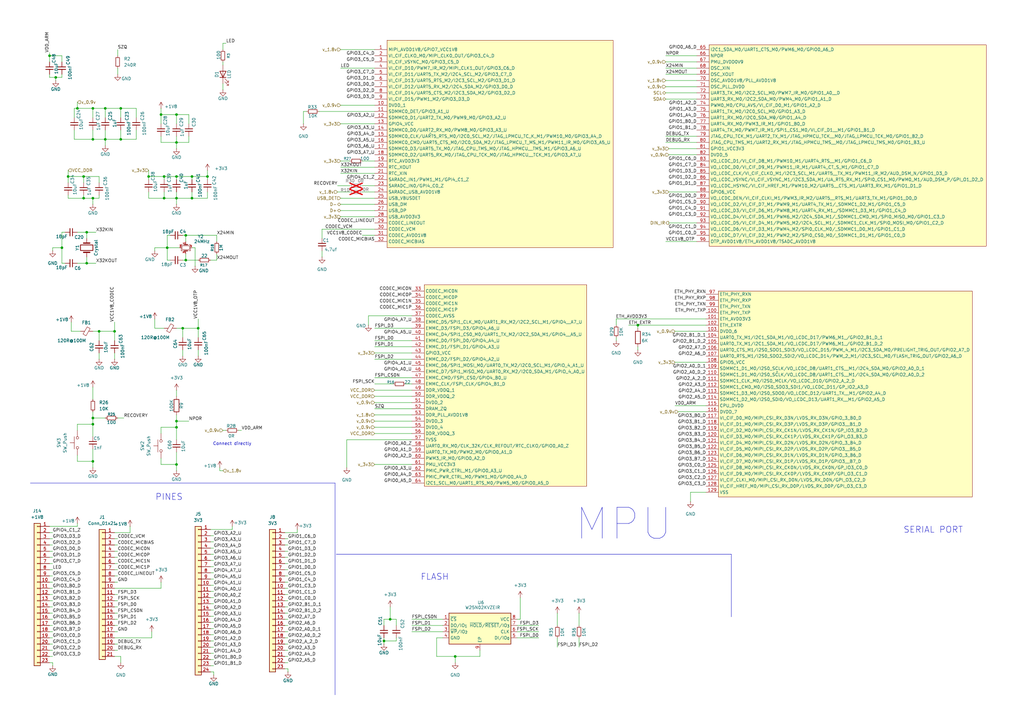
<source format=kicad_sch>
(kicad_sch (version 20250114) (generator "eeschema") (generator_version "9.0")
  (paper "A3")
  (lib_symbols
    (symbol "Connector_Generic:Conn_01x07" (pin_names (offset 1.016) (hide yes))
      (property "Reference" "J" (at 0 10.16 0))
      (property "Value" "Conn_01x07" (at 0 -10.16 0))
      (symbol "Conn_01x07_1_1"
        (pin passive line (at -5.08 7.62 0) (length 3.81) (name "Pin_1") (number "1"))
        (pin passive line (at -5.08 5.08 0) (length 3.81) (name "Pin_2") (number "2"))
        (pin passive line (at -5.08 2.54 0) (length 3.81) (name "Pin_3") (number "3"))
        (pin passive line (at -5.08 0 0) (length 3.81) (name "Pin_4") (number "4"))
        (pin passive line (at -5.08 -2.54 0) (length 3.81) (name "Pin_5") (number "5"))
        (pin passive line (at -5.08 -5.08 0) (length 3.81) (name "Pin_6") (number "6"))
        (pin passive line (at -5.08 -7.62 0) (length 3.81) (name "Pin_7") (number "7"))
      )
    )
    (symbol "Connector_Generic:Conn_01x21" (pin_names (offset 1.016) (hide yes))
      (property "Reference" "J" (at 0 27.94 0))
      (property "Value" "Conn_01x21" (at 0 -27.94 0))
      (symbol "Conn_01x21_1_1"
        (pin passive line (at -5.08 25.4 0) (length 3.81) (name "Pin_1") (number "1"))
        (pin passive line (at -5.08 22.86 0) (length 3.81) (name "Pin_2") (number "2"))
        (pin passive line (at -5.08 20.32 0) (length 3.81) (name "Pin_3") (number "3"))
        (pin passive line (at -5.08 17.78 0) (length 3.81) (name "Pin_4") (number "4"))
        (pin passive line (at -5.08 15.24 0) (length 3.81) (name "Pin_5") (number "5"))
        (pin passive line (at -5.08 12.7 0) (length 3.81) (name "Pin_6") (number "6"))
        (pin passive line (at -5.08 10.16 0) (length 3.81) (name "Pin_7") (number "7"))
        (pin passive line (at -5.08 7.62 0) (length 3.81) (name "Pin_8") (number "8"))
        (pin passive line (at -5.08 5.08 0) (length 3.81) (name "Pin_9") (number "9"))
        (pin passive line (at -5.08 2.54 0) (length 3.81) (name "Pin_10") (number "10"))
        (pin passive line (at -5.08 0 0) (length 3.81) (name "Pin_11") (number "11"))
        (pin passive line (at -5.08 -2.54 0) (length 3.81) (name "Pin_12") (number "12"))
        (pin passive line (at -5.08 -5.08 0) (length 3.81) (name "Pin_13") (number "13"))
        (pin passive line (at -5.08 -7.62 0) (length 3.81) (name "Pin_14") (number "14"))
        (pin passive line (at -5.08 -10.16 0) (length 3.81) (name "Pin_15") (number "15"))
        (pin passive line (at -5.08 -12.7 0) (length 3.81) (name "Pin_16") (number "16"))
        (pin passive line (at -5.08 -15.24 0) (length 3.81) (name "Pin_17") (number "17"))
        (pin passive line (at -5.08 -17.78 0) (length 3.81) (name "Pin_18") (number "18"))
        (pin passive line (at -5.08 -20.32 0) (length 3.81) (name "Pin_19") (number "19"))
        (pin passive line (at -5.08 -22.86 0) (length 3.81) (name "Pin_20") (number "20"))
        (pin passive line (at -5.08 -25.4 0) (length 3.81) (name "Pin_21") (number "21"))
      )
    )
    (symbol "Connector_Generic:Conn_01x23" (pin_names (offset 1.016) (hide yes))
      (property "Reference" "J" (at 0 30.48 0))
      (property "Value" "Conn_01x23" (at 0 -30.48 0))
      (symbol "Conn_01x23_1_1"
        (pin passive line (at -5.08 27.94 0) (length 3.81) (name "Pin_1") (number "1"))
        (pin passive line (at -5.08 25.4 0) (length 3.81) (name "Pin_2") (number "2"))
        (pin passive line (at -5.08 22.86 0) (length 3.81) (name "Pin_3") (number "3"))
        (pin passive line (at -5.08 20.32 0) (length 3.81) (name "Pin_4") (number "4"))
        (pin passive line (at -5.08 17.78 0) (length 3.81) (name "Pin_5") (number "5"))
        (pin passive line (at -5.08 15.24 0) (length 3.81) (name "Pin_6") (number "6"))
        (pin passive line (at -5.08 12.7 0) (length 3.81) (name "Pin_7") (number "7"))
        (pin passive line (at -5.08 10.16 0) (length 3.81) (name "Pin_8") (number "8"))
        (pin passive line (at -5.08 7.62 0) (length 3.81) (name "Pin_9") (number "9"))
        (pin passive line (at -5.08 5.08 0) (length 3.81) (name "Pin_10") (number "10"))
        (pin passive line (at -5.08 2.54 0) (length 3.81) (name "Pin_11") (number "11"))
        (pin passive line (at -5.08 0 0) (length 3.81) (name "Pin_12") (number "12"))
        (pin passive line (at -5.08 -2.54 0) (length 3.81) (name "Pin_13") (number "13"))
        (pin passive line (at -5.08 -5.08 0) (length 3.81) (name "Pin_14") (number "14"))
        (pin passive line (at -5.08 -7.62 0) (length 3.81) (name "Pin_15") (number "15"))
        (pin passive line (at -5.08 -10.16 0) (length 3.81) (name "Pin_16") (number "16"))
        (pin passive line (at -5.08 -12.7 0) (length 3.81) (name "Pin_17") (number "17"))
        (pin passive line (at -5.08 -15.24 0) (length 3.81) (name "Pin_18") (number "18"))
        (pin passive line (at -5.08 -17.78 0) (length 3.81) (name "Pin_19") (number "19"))
        (pin passive line (at -5.08 -20.32 0) (length 3.81) (name "Pin_20") (number "20"))
        (pin passive line (at -5.08 -22.86 0) (length 3.81) (name "Pin_21") (number "21"))
        (pin passive line (at -5.08 -25.4 0) (length 3.81) (name "Pin_22") (number "22"))
        (pin passive line (at -5.08 -27.94 0) (length 3.81) (name "Pin_23") (number "23"))
      )
    )
    (symbol "Connector_Generic:Conn_01x24" (pin_names (offset 1.016) (hide yes))
      (property "Reference" "J" (at 0 30.48 0))
      (property "Value" "Conn_01x24" (at 0 -33.02 0))
      (symbol "Conn_01x24_1_1"
        (pin passive line (at -5.08 27.94 0) (length 3.81) (name "Pin_1") (number "1"))
        (pin passive line (at -5.08 25.4 0) (length 3.81) (name "Pin_2") (number "2"))
        (pin passive line (at -5.08 22.86 0) (length 3.81) (name "Pin_3") (number "3"))
        (pin passive line (at -5.08 20.32 0) (length 3.81) (name "Pin_4") (number "4"))
        (pin passive line (at -5.08 17.78 0) (length 3.81) (name "Pin_5") (number "5"))
        (pin passive line (at -5.08 15.24 0) (length 3.81) (name "Pin_6") (number "6"))
        (pin passive line (at -5.08 12.7 0) (length 3.81) (name "Pin_7") (number "7"))
        (pin passive line (at -5.08 10.16 0) (length 3.81) (name "Pin_8") (number "8"))
        (pin passive line (at -5.08 7.62 0) (length 3.81) (name "Pin_9") (number "9"))
        (pin passive line (at -5.08 5.08 0) (length 3.81) (name "Pin_10") (number "10"))
        (pin passive line (at -5.08 2.54 0) (length 3.81) (name "Pin_11") (number "11"))
        (pin passive line (at -5.08 0 0) (length 3.81) (name "Pin_12") (number "12"))
        (pin passive line (at -5.08 -2.54 0) (length 3.81) (name "Pin_13") (number "13"))
        (pin passive line (at -5.08 -5.08 0) (length 3.81) (name "Pin_14") (number "14"))
        (pin passive line (at -5.08 -7.62 0) (length 3.81) (name "Pin_15") (number "15"))
        (pin passive line (at -5.08 -10.16 0) (length 3.81) (name "Pin_16") (number "16"))
        (pin passive line (at -5.08 -12.7 0) (length 3.81) (name "Pin_17") (number "17"))
        (pin passive line (at -5.08 -15.24 0) (length 3.81) (name "Pin_18") (number "18"))
        (pin passive line (at -5.08 -17.78 0) (length 3.81) (name "Pin_19") (number "19"))
        (pin passive line (at -5.08 -20.32 0) (length 3.81) (name "Pin_20") (number "20"))
        (pin passive line (at -5.08 -22.86 0) (length 3.81) (name "Pin_21") (number "21"))
        (pin passive line (at -5.08 -25.4 0) (length 3.81) (name "Pin_22") (number "22"))
        (pin passive line (at -5.08 -27.94 0) (length 3.81) (name "Pin_23") (number "23"))
        (pin passive line (at -5.08 -30.48 0) (length 3.81) (name "Pin_24") (number "24"))
      )
    )
    (symbol "Device:C_Small" (pin_numbers (hide yes)) (pin_names (offset 0.254) (hide yes))
      (property "Reference" "C" (at 0.254 1.778 0))
      (property "Value" "C_Small" (at 0.254 -2.032 0))
      (symbol "C_Small_1_1"
        (pin passive line (at 0 2.54 270) (length 2.032) (name "~") (number "1"))
        (pin passive line (at 0 -2.54 90) (length 2.032) (name "~") (number "2"))
      )
    )
    (symbol "Device:Crystal" (pin_numbers (hide yes)) (pin_names (offset 1.016) (hide yes))
      (property "Reference" "Y" (at 0 3.81 0))
      (property "Value" "Crystal" (at 0 -3.81 0))
      (symbol "Crystal_1_1"
        (pin passive line (at -3.81 0 0) (length 1.27) (name "1") (number "1"))
        (pin passive line (at 3.81 0 180) (length 1.27) (name "2") (number "2"))
      )
    )
    (symbol "Device:Crystal_GND24_Small" (pin_names (offset 1.016) (hide yes))
      (property "Reference" "Y" (at 1.27 4.445 0))
      (property "Value" "Crystal_GND24_Small" (at 1.27 2.54 0))
      (symbol "Crystal_GND24_Small_1_1"
        (pin passive line (at -2.54 0 0) (length 1.27) (name "1") (number "1"))
        (pin passive line (at 0 2.54 270) (length 0.635) (name "4") (number "4"))
        (pin passive line (at 0 -2.54 90) (length 0.635) (name "2") (number "2"))
        (pin passive line (at 2.54 0 180) (length 1.27) (name "3") (number "3"))
      )
    )
    (symbol "Device:FerriteBead_Small" (pin_numbers (hide yes)) (pin_names (offset 0))
      (property "Reference" "FB" (at 1.905 1.27 0))
      (property "Value" "FerriteBead_Small" (at 1.905 -1.27 0))
      (symbol "FerriteBead_Small_1_1"
        (pin passive line (at 0 2.54 270) (length 1.27) (name "~") (number "1"))
        (pin passive line (at 0 -2.54 90) (length 1.27) (name "~") (number "2"))
      )
    )
    (symbol "Device:LED" (pin_numbers (hide yes)) (pin_names (offset 1.016) (hide yes))
      (property "Reference" "D" (at 0 2.54 0))
      (property "Value" "LED" (at 0 -2.54 0))
      (symbol "LED_1_1"
        (pin passive line (at -3.81 0 0) (length 2.54) (name "K") (number "1"))
        (pin passive line (at 3.81 0 180) (length 2.54) (name "A") (number "2"))
      )
    )
    (symbol "Device:R" (pin_numbers (hide yes)) (pin_names (offset 0))
      (property "Reference" "R" (at 2.032 0 90))
      (property "Value" "R" (at 0 0 90))
      (symbol "R_1_1"
        (pin passive line (at 0 3.81 270) (length 1.27) (name "~") (number "1"))
        (pin passive line (at 0 -3.81 90) (length 1.27) (name "~") (number "2"))
      )
    )
    (symbol "Device:R_Small" (pin_numbers (hide yes)) (pin_names (offset 0.254) (hide yes))
      (property "Reference" "R" (at 0.762 0.508 0))
      (property "Value" "R_Small" (at 0.762 -1.016 0))
      (symbol "R_Small_1_1"
        (pin passive line (at 0 2.54 270) (length 0.762) (name "~") (number "1"))
        (pin passive line (at 0 -2.54 90) (length 0.762) (name "~") (number "2"))
      )
    )
    (symbol "Memory_Flash:W25Q128JVE"
      (property "Reference" "U6" (at -1.016 14.478 0))
      (property "Value" "W25Q01JVZEIQ" (at -6.096 12.446 0))
      (symbol "W25Q128JVE_1_1"
        (pin input line (at -15.24 7.62 0) (length 2.54) (name "~{CS}") (number "1"))
        (pin bidirectional line (at -15.24 5.08 0) (length 2.54) (name "DO/IO_{1}") (number "2"))
        (pin bidirectional line (at -15.24 2.54 0) (length 2.54) (name "~{WP}/IO_{2}") (number "3"))
        (pin power_in line (at -15.24 0 0) (length 2.54) (name "GND") (number "4"))
        (pin passive line (at 0 -5.08 90) (length 2.54) (name "EP") (number "9"))
        (pin power_in line (at 15.24 7.62 180) (length 2.54) (name "VCC") (number "8"))
        (pin bidirectional line (at 15.24 5.08 180) (length 2.54) (name "~{HOLD}/~{RESET}/IO_{3}") (number "7"))
        (pin input line (at 15.24 2.54 180) (length 2.54) (name "CLK") (number "6"))
        (pin bidirectional line (at 15.24 0 180) (length 2.54) (name "DI/IO_{0}") (number "5"))
      )
    )
    (symbol "RV1106G3_1_1"
      (property "Value" "~" (at 0 0 0))
      (symbol "RV1106G3_1_1_1_0"
        (pin passive line (at -22.86 34.29 0) (length 5.08) (name "MIPI_AVDD1V8/GPIO7_VCC1V8") (number "1"))
        (pin passive line (at -22.86 31.75 0) (length 5.08) (name "VI_CIF_CLKO_M0/MIPI_CLK0_OUT/GPIO3_C4_D") (number "2"))
        (pin passive line (at -22.86 29.21 0) (length 5.08) (name "VI_CIF_VSYNC_M0/GPIO3_C5_D") (number "3"))
        (pin passive line (at -22.86 26.67 0) (length 5.08) (name "VI_CIF_D10/PWM7_IR_M2/MIPI_CLK1_OUT/GPIO3_C6_D") (number "4"))
        (pin passive line (at -22.86 24.13 0) (length 5.08) (name "VI_CIF_D11/UART5_TX_M2/I2C4_SCL_M2/GPIO3_C7_D") (number "5"))
        (pin passive line (at -22.86 21.59 0) (length 5.08) (name "VI_CIF_D13/UART5_RTS_M2/I2C3_SCL_M2/GPIO3_D1_D") (number "6"))
        (pin passive line (at -22.86 19.05 0) (length 5.08) (name "VI_CIF_D12/UART5_RX_M2/I2C4_SDA_M2/GPIO3_D0_D") (number "7"))
        (pin passive line (at -22.86 16.51 0) (length 5.08) (name "VI_CIF_D14/UART5_CTS_M2/I2C3_SDA_M2/GPIO3_D2_D") (number "8"))
        (pin passive line (at -22.86 13.97 0) (length 5.08) (name "VI_CIF_D15/PWM1_M2/GPIO3_D3_D") (number "9"))
        (pin passive line (at -22.86 11.43 0) (length 5.08) (name "DVDD_1") (number "10"))
        (pin passive line (at -22.86 8.89 0) (length 5.08) (name "SDMMC0_DET/GPIO3_A1_U") (number "11"))
        (pin passive line (at -22.86 6.35 0) (length 5.08) (name "SDMMC0_D1/UART2_TX_M0/PWM9_M0/GPIO3_A2_U") (number "12"))
        (pin passive line (at -22.86 3.81 0) (length 5.08) (name "GPIO4_VCC") (number "13"))
        (pin passive line (at -22.86 1.27 0) (length 5.08) (name "SDMMC0_D0/UART2_RX_M0/PWM8_M0/GPIO3_A3_U") (number "14"))
        (pin passive line (at -22.86 -1.27 0) (length 5.08) (name "SDMMC0_CLK/UART5_RTS_M0/I2C0_SCL_M2/JTAG_LPMCU_TC_K_M1/PWM10_M0/GPIO3_A4_D") (number "15"))
        (pin passive line (at -22.86 -3.81 0) (length 5.08) (name "SDMMC0_CMD/UART5_CTS_M0/I2C0_SDA_M2/JTAG_LPMCU_T_MS_M1/PWM11_IR_M0/GPIO3_A5_U") (number "16"))
        (pin passive line (at -22.86 -6.35 0) (length 5.08) (name "SDMMC0_D3/UART5_TX_M0/JTAG_CPU_TMS_M0/JTAG_HPMCU__TMS_M1/GPIO3_A6_U") (number "17"))
        (pin passive line (at -22.86 -8.89 0) (length 5.08) (name "SDMMC0_D2/UART5_RX_M0/JTAG_CPU_TCK_M0/JTAG_HPMCU__TCK_M1/GPIO3_A7_U") (number "18"))
        (pin passive line (at -22.86 -11.43 0) (length 5.08) (name "RTC_AVDD3V3") (number "19"))
        (pin passive line (at -22.86 -13.97 0) (length 5.08) (name "RTC_XOUT") (number "20"))
        (pin passive line (at -22.86 -16.51 0) (length 5.08) (name "RTC_XIN") (number "21"))
        (pin passive line (at -22.86 -19.05 0) (length 5.08) (name "SARADC_IN1/PWM1_M1/GPI4_C1_Z") (number "22"))
        (pin passive line (at -22.86 -21.59 0) (length 5.08) (name "SARADC_IN0/GPI4_C0_Z") (number "23"))
        (pin passive line (at -22.86 -24.13 0) (length 5.08) (name "SARADC_USB_AVDD1V8") (number "24"))
        (pin passive line (at -22.86 -26.67 0) (length 5.08) (name "USB_VBUSDET") (number "25"))
        (pin passive line (at -22.86 -29.21 0) (length 5.08) (name "USB_DM") (number "26"))
        (pin passive line (at -22.86 -31.75 0) (length 5.08) (name "USB_DP") (number "27"))
        (pin passive line (at -22.86 -34.29 0) (length 5.08) (name "USB_AVDD3V3") (number "28"))
        (pin passive line (at -22.86 -36.83 0) (length 5.08) (name "CODEC_LINEOUT") (number "29"))
        (pin passive line (at -22.86 -39.37 0) (length 5.08) (name "CODEC_VCM") (number "30"))
        (pin passive line (at -22.86 -41.91 0) (length 5.08) (name "CODEC_AVDD1V8") (number "31"))
        (pin passive line (at -22.86 -44.45 0) (length 5.08) (name "CODEC_MICBIAS") (number "32"))
      )
      (symbol "RV1106G3_1_1_2_0"
        (pin passive line (at -8.89 31.75 0) (length 5.08) (name "CODEC_MIC0N") (number "33"))
        (pin passive line (at -8.89 29.21 0) (length 5.08) (name "CODEC_MIC0P") (number "34"))
        (pin passive line (at -8.89 26.67 0) (length 5.08) (name "CODEC_MIC1N") (number "35"))
        (pin passive line (at -8.89 24.13 0) (length 5.08) (name "CODEC_MIC1P") (number "36"))
        (pin passive line (at -8.89 21.59 0) (length 5.08) (name "CODEC_AVSS") (number "37"))
        (pin passive line (at -8.89 19.05 0) (length 5.08) (name "EMMC_D5/SPI1_CLK_M0/UART1_RX_M2/I2C2_SCL_M1/GPIO4__A7_U") (number "38"))
        (pin passive line (at -8.89 16.51 0) (length 5.08) (name "EMMC_D3/FSPI_D3/GPIO4_A6_U") (number "39"))
        (pin passive line (at -8.89 13.97 0) (length 5.08) (name "EMMC_D4/SPI1_CS0_M0/UART1_TX_M2/I2C2_SDA_M1/GPIO4__A5_U") (number "40"))
        (pin passive line (at -8.89 11.43 0) (length 5.08) (name "EMMC_D0/FSPI_D0/GPIO4_A4_U") (number "41"))
        (pin passive line (at -8.89 8.89 0) (length 5.08) (name "EMMC_D1/FSPI_D1/GPIO4_A3_U") (number "42"))
        (pin passive line (at -8.89 6.35 0) (length 5.08) (name "GPIO3_VCC") (number "43"))
        (pin passive line (at -8.89 3.81 0) (length 5.08) (name "EMMC_D2/FSPI_D2/GPIO4_A2_U") (number "44"))
        (pin passive line (at -8.89 1.27 0) (length 5.08) (name "EMMC_D6/SPI1_MOSI_M0/UART0_TX_M2/I2C0_SCL_M1/GPIO_4_A1_U") (number "45"))
        (pin passive line (at -8.89 -1.27 0) (length 5.08) (name "EMMC_D7/SPI1_MISO_M0/UART0_RX_M2/I2C0_SDA_M1/GPIO_4_A0_U") (number "46"))
        (pin passive line (at -8.89 -3.81 0) (length 5.08) (name "EMMC_CMD/FSPI_CS0/GPIO4_B0_U") (number "47"))
        (pin passive line (at -8.89 -6.35 0) (length 5.08) (name "EMMC_CLK/FSPI_CLK/GPIO4_B1_D") (number "48"))
        (pin passive line (at -8.89 -8.89 0) (length 5.08) (name "DDR_VDDQ_1") (number "49"))
        (pin passive line (at -8.89 -11.43 0) (length 5.08) (name "DDR_VDDQ_2") (number "50"))
        (pin passive line (at -8.89 -13.97 0) (length 5.08) (name "DVDD_2") (number "51"))
        (pin passive line (at -8.89 -16.51 0) (length 5.08) (name "DRAM_ZQ") (number "52"))
        (pin passive line (at -8.89 -19.05 0) (length 5.08) (name "DDR_PLL_AVDD1V8") (number "53"))
        (pin passive line (at -8.89 -21.59 0) (length 5.08) (name "DVDD_3") (number "54"))
        (pin passive line (at -8.89 -24.13 0) (length 5.08) (name "DVDD_4") (number "55"))
        (pin passive line (at -8.89 -26.67 0) (length 5.08) (name "DDR_VDDQ_3") (number "56"))
        (pin passive line (at -8.89 -29.21 0) (length 5.08) (name "TVSS") (number "57"))
        (pin passive line (at -8.89 -31.75 0) (length 5.08) (name "UART0_RX_M0/CLK_32K/CLK_REFOUT/RTC_CLKO/GPIO0_A0_Z") (number "58"))
        (pin passive line (at -8.89 -34.29 0) (length 5.08) (name "UART0_TX_M0/PWM2_M0/GPIO0_A1_D") (number "59"))
        (pin passive line (at -8.89 -36.83 0) (length 5.08) (name "PWM3_IR_M0/GPIO0_A2_D") (number "60"))
        (pin passive line (at -8.89 -39.37 0) (length 5.08) (name "PMU_VCC3V3") (number "61"))
        (pin passive line (at -8.89 -41.91 0) (length 5.08) (name "PMIC_PWR_CTRL_M1/GPIO0_A3_U") (number "62"))
        (pin passive line (at -8.89 -44.45 0) (length 5.08) (name "PMIC_PWR_CTRL_M0/PWM1_M0/GPIO0_A4_D") (number "63"))
        (pin passive line (at -8.89 -46.99 0) (length 5.08) (name "I2C1_SCL_M0/UART1_RTS_M0/PWM5_M0/GPIO0_A5_D") (number "64"))
      )
      (symbol "RV1106G3_1_1_3_0"
        (pin passive line (at -31.75 27.94 0) (length 5.08) (name "I2C1_SDA_M0/UART1_CTS_M0/PWM6_M0/GPIO0_A6_D") (number "65"))
        (pin passive line (at -31.75 25.4 0) (length 5.08) (name "NPOR") (number "66"))
        (pin passive line (at -31.75 22.86 0) (length 5.08) (name "PMU_DVDD0V9") (number "67"))
        (pin passive line (at -31.75 20.32 0) (length 5.08) (name "OSC_XIN") (number "68"))
        (pin passive line (at -31.75 17.78 0) (length 5.08) (name "OSC_XOUT") (number "69"))
        (pin passive line (at -31.75 15.24 0) (length 5.08) (name "OSC_AVDD1V8/PLL_AVDD1V8") (number "70"))
        (pin passive line (at -31.75 12.7 0) (length 5.08) (name "OSC_PLL_DVDD") (number "71"))
        (pin passive line (at -31.75 10.16 0) (length 5.08) (name "UART3_TX_M0/I2C2_SCL_M0/PWM7_IR_M0/GPIO1_A0__D") (number "72"))
        (pin passive line (at -31.75 7.62 0) (length 5.08) (name "UART3_RX_M0/I2C2_SDA_M0/PWM4_M0/GPIO1_A1_D") (number "73"))
        (pin passive line (at -31.75 5.08 0) (length 5.08) (name "PWM0_M0/CPU_AVS/VI_CIF_D0_M1/GPIO1_A2_D") (number "74"))
        (pin passive line (at -31.75 2.54 0) (length 5.08) (name "UART1_TX_M0/I2C0_SCL_M0/GPIO1_A3_D") (number "75"))
        (pin passive line (at -31.75 0 0) (length 5.08) (name "UART1_RX_M0/I2C0_SDA_M0/GPIO1_A4_D") (number "76"))
        (pin passive line (at -31.75 -2.54 0) (length 5.08) (name "UART4_RX_M0/PWM3_IR_M1/GPIO1_B0_D") (number "77"))
        (pin passive line (at -31.75 -5.08 0) (length 5.08) (name "UART4_TX_M0/PWM7_IR_M1/SPI1_CS1_M0/VI_CIF_D1__M1/GPIO1_B1_D") (number "78"))
        (pin passive line (at -31.75 -7.62 0) (length 5.08) (name "JTAG_CPU_TCK_M1/UART2_TX_M1/JTAG_HPMCU_TCK__M0/JTAG_LPMCU_TCK_M0/GPIO1_B2_D") (number "79"))
        (pin passive line (at -31.75 -10.16 0) (length 5.08) (name "JTAG_CPU_TMS_M1/UART2_RX_M1/JTAG_HPMCU_TMS__M0/JTAG_LPMCU_TMS_M0/GPIO1_B3_U") (number "80"))
        (pin passive line (at -31.75 -12.7 0) (length 5.08) (name "GPIO1_VCC3V3") (number "81"))
        (pin passive line (at -31.75 -15.24 0) (length 5.08) (name "DVDD_5") (number "82"))
        (pin passive line (at -31.75 -17.78 0) (length 5.08) (name "VO_LCDC_D1/VI_CIF_D8_M1/PWM10_M1/UART4_RTS__M1/GPIO1_C6_D") (number "83"))
        (pin passive line (at -31.75 -20.32 0) (length 5.08) (name "VO_LCDC_D0/VI_CIF_D9_M1/PWM11_IR_M1/UART4_CT_S_M1/GPIO1_C7_D") (number "84"))
        (pin passive line (at -31.75 -22.86 0) (length 5.08) (name "VO_LCDC_CLK/VI_CIF_CLKO_M1/I2C3_SCL_M1/UART5__TX_M1/PWM11_IR_M2/AUD_DSM_N/GPIO1_D3_D") (number "85"))
        (pin passive line (at -31.75 -25.4 0) (length 5.08) (name "VO_LCDC_VSYNC/VI_CIF_VSYNC_M1/I2C3_SDA_M1/UA_RT5_RX_M1/SPI0_CS1_M0/PWM0_M1/AUD_DSM_P/GPI_O1_D2_D") (number "86"))
        (pin passive line (at -31.75 -27.94 0) (length 5.08) (name "VO_LCDC_HSYNC/VI_CIF_HREF_M1/PWM10_M2/UART5__CTS_M1/UART3_RX_M1/GPIO1_D1_D") (number "87"))
        (pin passive line (at -31.75 -30.48 0) (length 5.08) (name "GPIO6_VCC") (number "88"))
        (pin passive line (at -31.75 -33.02 0) (length 5.08) (name "VO_LCDC_DEN/VI_CIF_CLKI_M1/PWM3_IR_M2/UART5__RTS_M1/UART3_TX_M1/GPIO1_D0_D") (number "89"))
        (pin passive line (at -31.75 -35.56 0) (length 5.08) (name "VO_LCDC_D2/VI_CIF_D7_M1/PWM9_M1/UART4_TX_M1/_SDMMC1_D2_M1/GPIO1_C5_D") (number "90"))
        (pin passive line (at -31.75 -38.1 0) (length 5.08) (name "VO_LCDC_D3/VI_CIF_D6_M1/PWM8_M1/UART4_RX_M1_/SDMMC1_D3_M1/GPIO1_C4_D") (number "91"))
        (pin passive line (at -31.75 -40.64 0) (length 5.08) (name "VO_LCDC_D4/VI_CIF_D5_M1/PWM6_M2/I2C4_SDA_M1/_SDMMC1_CMD_M1/SPI0_MISO_M0/GPIO1_C3_D") (number "92"))
        (pin passive line (at -31.75 -43.18 0) (length 5.08) (name "VO_LCDC_D5/VI_CIF_D4_M1/PWM5_M2/I2C4_SCL_M1/_SDMMC1_CLK_M1/SPI0_MOSI_M0/GPIO1_C2_D") (number "93"))
        (pin passive line (at -31.75 -45.72 0) (length 5.08) (name "VO_LCDC_D6/VI_CIF_D3_M1/PWM4_M2/SPI0_CLK_M0/_SDMMC1_D0_M1/GPIO1_C1_D") (number "94"))
        (pin passive line (at -31.75 -48.26 0) (length 5.08) (name "VO_LCDC_D7/VI_CIF_D2_M1/PWM2_M2/SPI0_CS0_M0/_SDMMC1_D1_M1/GPIO1_C0_D") (number "95"))
        (pin passive line (at -31.75 -50.8 0) (length 5.08) (name "OTP_AVDD1V8/ETH_AVDD1V8/TSADC_AVDD1V8") (number "96"))
      )
      (symbol "RV1106G3_1_1_4_0"
        (pin passive line (at -29.21 31.75 0) (length 5.08) (name "ETH_PHY_RXN") (number "97"))
        (pin passive line (at -29.21 29.21 0) (length 5.08) (name "ETH_PHY_RXP") (number "98"))
        (pin passive line (at -29.21 26.67 0) (length 5.08) (name "ETH_PHY_TXN") (number "99"))
        (pin passive line (at -29.21 24.13 0) (length 5.08) (name "ETH_PHY_TXP") (number "100"))
        (pin passive line (at -29.21 21.59 0) (length 5.08) (name "ETH_AVDD3V3") (number "101"))
        (pin passive line (at -29.21 19.05 0) (length 5.08) (name "ETH_EXTR") (number "102"))
        (pin passive line (at -29.21 16.51 0) (length 5.08) (name "DVDD_6") (number "103"))
        (pin passive line (at -29.21 13.97 0) (length 5.08) (name "UART0_TX_M1/I2C1_SDA_M1/VO_LCDC_D17/PWM6_M1_/GPIO2_B1_D_1") (number "104"))
        (pin passive line (at -29.21 11.43 0) (length 5.08) (name "UART0_TX_M1/I2C1_SDA_M1/VO_LCDC_D17/PWM6_M1_/GPIO2_B1_D_2") (number "105"))
        (pin passive line (at -29.21 8.89 0) (length 5.08) (name "UART0_CTS_M1/I2S0_SDO1_SDI3/VO_LCDC_D15/PWM_4_M1/I2C3_SDA_M0/PRELIGHT_TRIG_OUT/GPIO2_A7_D") (number "106"))
        (pin passive line (at -29.21 6.35 0) (length 5.08) (name "UART0_RTS_M1/I2S0_SDO2_SDI2/VO_LCDC_D14/PWM_2_M1/I2C3_SCL_M0/FLASH_TRIG_OUT/GPIO2_A6_D") (number "107"))
        (pin passive line (at -29.21 3.81 0) (length 5.08) (name "GPIO5_VCC") (number "108"))
        (pin passive line (at -29.21 1.27 0) (length 5.08) (name "SDMMC1_D1_M0/I2S0_SCLK/VO_LCDC_D8/UART1_CTS__M1/I2C4_SDA_M0/GPIO2_A0_D_1") (number "109"))
        (pin passive line (at -29.21 -1.27 0) (length 5.08) (name "SDMMC1_D1_M0/I2S0_SCLK/VO_LCDC_D8/UART1_CTS__M1/I2C4_SDA_M0/GPIO2_A0_D_2") (number "110"))
        (pin passive line (at -29.21 -3.81 0) (length 5.08) (name "SDMMC1_CLK_M0/I2S0_MCLK/VO_LCDC_D10/GPIO2_A_2_D") (number "111"))
        (pin passive line (at -29.21 -6.35 0) (length 5.08) (name "SDMMC1_CMD_M0/I2S0_SDO3_SDI1/VO_LCDC_D11/GP_IO2_A3_D") (number "112"))
        (pin passive line (at -29.21 -8.89 0) (length 5.08) (name "SDMMC1_D3_M0/I2S0_SDO0/VO_LCDC_D12/UART1_TX__M1/GPIO2_A4_D") (number "113"))
        (pin passive line (at -29.21 -11.43 0) (length 5.08) (name "SDMMC1_D2_M0/I2S0_SDI0/VO_LCDC_D13/UART1_RX__M1/GPIO2_A5_D") (number "114"))
        (pin passive line (at -29.21 -13.97 0) (length 5.08) (name "CPU_DVDD") (number "115"))
        (pin passive line (at -29.21 -16.51 0) (length 5.08) (name "DVDD_7") (number "116"))
        (pin passive line (at -29.21 -19.05 0) (length 5.08) (name "VI_CIF_D0_M0/MIPI_CSI_RX_D3N/LVDS_RX_D3N/GPIO_3_B0_D") (number "117"))
        (pin passive line (at -29.21 -21.59 0) (length 5.08) (name "VI_CIF_D1_M0/MIPI_CSI_RX_D3P/LVDS_RX_D3P/GPIO3__B1_D") (number "118"))
        (pin passive line (at -29.21 -24.13 0) (length 5.08) (name "VI_CIF_D2_M0/MIPI_CSI_RX_CK1N/LVDS_RX_CK1N/GP_IO3_B2_D") (number "119"))
        (pin passive line (at -29.21 -26.67 0) (length 5.08) (name "VI_CIF_D3_M0/MIPI_CSI_RX_CK1P/LVDS_RX_CK1P/GPI_O3_B3_D") (number "120"))
        (pin passive line (at -29.21 -29.21 0) (length 5.08) (name "VI_CIF_D4_M0/MIPI_CSI_RX_D2N/LVDS_RX_D2N/GPIO_3_B4_D") (number "121"))
        (pin passive line (at -29.21 -31.75 0) (length 5.08) (name "VI_CIF_D5_M0/MIPI_CSI_RX_D2P/LVDS_RX_D2P/GPIO3__B5_D") (number "122"))
        (pin passive line (at -29.21 -34.29 0) (length 5.08) (name "VI_CIF_D6_M0/MIPI_CSI_RX_D1N/LVDS_RX_D1N/GPIO_3_B6_D") (number "123"))
        (pin passive line (at -29.21 -36.83 0) (length 5.08) (name "VI_CIF_D7_M0/MIPI_CSI_RX_D1P/LVDS_RX_D1P/GPIO3__B7_D") (number "124"))
        (pin passive line (at -29.21 -39.37 0) (length 5.08) (name "VI_CIF_D8_M0/MIPI_CSI_RX_CK0N/LVDS_RX_CK0N/GP_IO3_C0_D") (number "125"))
        (pin passive line (at -29.21 -41.91 0) (length 5.08) (name "VI_CIF_D9_M0/MIPI_CSI_RX_CK0P/LVDS_RX_CK0P/GPI_O3_C1_D") (number "126"))
        (pin passive line (at -29.21 -44.45 0) (length 5.08) (name "VI_CIF_CLKI_M0/MIPI_CSI_RX_D0N/LVDS_RX_D0N/GPI_O3_C2_D") (number "127"))
        (pin passive line (at -29.21 -46.99 0) (length 5.08) (name "VI_CIF_HREF_M0/MIPI_CSI_RX_D0P/LVDS_RX_D0P/GPI_O3_C3_D") (number "128"))
        (pin passive line (at -29.21 -49.53 0) (length 5.08) (name "VSS") (number "129"))
      )
    )
    (symbol "RV1106G3_1_2"
      (property "Value" "~" (at 0 0 0))
      (symbol "RV1106G3_1_2_1_0"
        (pin passive line (at -22.86 34.29 0) (length 5.08) (name "MIPI_AVDD1V8/GPIO7_VCC1V8") (number "1"))
        (pin passive line (at -22.86 31.75 0) (length 5.08) (name "VI_CIF_CLKO_M0/MIPI_CLK0_OUT/GPIO3_C4_D") (number "2"))
        (pin passive line (at -22.86 29.21 0) (length 5.08) (name "VI_CIF_VSYNC_M0/GPIO3_C5_D") (number "3"))
        (pin passive line (at -22.86 26.67 0) (length 5.08) (name "VI_CIF_D10/PWM7_IR_M2/MIPI_CLK1_OUT/GPIO3_C6_D") (number "4"))
        (pin passive line (at -22.86 24.13 0) (length 5.08) (name "VI_CIF_D11/UART5_TX_M2/I2C4_SCL_M2/GPIO3_C7_D") (number "5"))
        (pin passive line (at -22.86 21.59 0) (length 5.08) (name "VI_CIF_D13/UART5_RTS_M2/I2C3_SCL_M2/GPIO3_D1_D") (number "6"))
        (pin passive line (at -22.86 19.05 0) (length 5.08) (name "VI_CIF_D12/UART5_RX_M2/I2C4_SDA_M2/GPIO3_D0_D") (number "7"))
        (pin passive line (at -22.86 16.51 0) (length 5.08) (name "VI_CIF_D14/UART5_CTS_M2/I2C3_SDA_M2/GPIO3_D2_D") (number "8"))
        (pin passive line (at -22.86 13.97 0) (length 5.08) (name "VI_CIF_D15/PWM1_M2/GPIO3_D3_D") (number "9"))
        (pin passive line (at -22.86 11.43 0) (length 5.08) (name "DVDD_1") (number "10"))
        (pin passive line (at -22.86 8.89 0) (length 5.08) (name "SDMMC0_DET/GPIO3_A1_U") (number "11"))
        (pin passive line (at -22.86 6.35 0) (length 5.08) (name "SDMMC0_D1/UART2_TX_M0/PWM9_M0/GPIO3_A2_U") (number "12"))
        (pin passive line (at -22.86 3.81 0) (length 5.08) (name "GPIO4_VCC") (number "13"))
        (pin passive line (at -22.86 1.27 0) (length 5.08) (name "SDMMC0_D0/UART2_RX_M0/PWM8_M0/GPIO3_A3_U") (number "14"))
        (pin passive line (at -22.86 -1.27 0) (length 5.08) (name "SDMMC0_CLK/UART5_RTS_M0/I2C0_SCL_M2/JTAG_LPMCU_TC_K_M1/PWM10_M0/GPIO3_A4_D") (number "15"))
        (pin passive line (at -22.86 -3.81 0) (length 5.08) (name "SDMMC0_CMD/UART5_CTS_M0/I2C0_SDA_M2/JTAG_LPMCU_T_MS_M1/PWM11_IR_M0/GPIO3_A5_U") (number "16"))
        (pin passive line (at -22.86 -6.35 0) (length 5.08) (name "SDMMC0_D3/UART5_TX_M0/JTAG_CPU_TMS_M0/JTAG_HPMCU__TMS_M1/GPIO3_A6_U") (number "17"))
        (pin passive line (at -22.86 -8.89 0) (length 5.08) (name "SDMMC0_D2/UART5_RX_M0/JTAG_CPU_TCK_M0/JTAG_HPMCU__TCK_M1/GPIO3_A7_U") (number "18"))
        (pin passive line (at -22.86 -11.43 0) (length 5.08) (name "RTC_AVDD3V3") (number "19"))
        (pin passive line (at -22.86 -13.97 0) (length 5.08) (name "RTC_XOUT") (number "20"))
        (pin passive line (at -22.86 -16.51 0) (length 5.08) (name "RTC_XIN") (number "21"))
        (pin passive line (at -22.86 -19.05 0) (length 5.08) (name "SARADC_IN1/PWM1_M1/GPI4_C1_Z") (number "22"))
        (pin passive line (at -22.86 -21.59 0) (length 5.08) (name "SARADC_IN0/GPI4_C0_Z") (number "23"))
        (pin passive line (at -22.86 -24.13 0) (length 5.08) (name "SARADC_USB_AVDD1V8") (number "24"))
        (pin passive line (at -22.86 -26.67 0) (length 5.08) (name "USB_VBUSDET") (number "25"))
        (pin passive line (at -22.86 -29.21 0) (length 5.08) (name "USB_DM") (number "26"))
        (pin passive line (at -22.86 -31.75 0) (length 5.08) (name "USB_DP") (number "27"))
        (pin passive line (at -22.86 -34.29 0) (length 5.08) (name "USB_AVDD3V3") (number "28"))
        (pin passive line (at -22.86 -36.83 0) (length 5.08) (name "CODEC_LINEOUT") (number "29"))
        (pin passive line (at -22.86 -39.37 0) (length 5.08) (name "CODEC_VCM") (number "30"))
        (pin passive line (at -22.86 -41.91 0) (length 5.08) (name "CODEC_AVDD1V8") (number "31"))
        (pin passive line (at -22.86 -44.45 0) (length 5.08) (name "CODEC_MICBIAS") (number "32"))
      )
      (symbol "RV1106G3_1_2_2_0"
        (pin passive line (at -8.89 31.75 0) (length 5.08) (name "CODEC_MIC0N") (number "33"))
        (pin passive line (at -8.89 29.21 0) (length 5.08) (name "CODEC_MIC0P") (number "34"))
        (pin passive line (at -8.89 26.67 0) (length 5.08) (name "CODEC_MIC1N") (number "35"))
        (pin passive line (at -8.89 24.13 0) (length 5.08) (name "CODEC_MIC1P") (number "36"))
        (pin passive line (at -8.89 21.59 0) (length 5.08) (name "CODEC_AVSS") (number "37"))
        (pin passive line (at -8.89 19.05 0) (length 5.08) (name "EMMC_D5/SPI1_CLK_M0/UART1_RX_M2/I2C2_SCL_M1/GPIO4__A7_U") (number "38"))
        (pin passive line (at -8.89 16.51 0) (length 5.08) (name "EMMC_D3/FSPI_D3/GPIO4_A6_U") (number "39"))
        (pin passive line (at -8.89 13.97 0) (length 5.08) (name "EMMC_D4/SPI1_CS0_M0/UART1_TX_M2/I2C2_SDA_M1/GPIO4__A5_U") (number "40"))
        (pin passive line (at -8.89 11.43 0) (length 5.08) (name "EMMC_D0/FSPI_D0/GPIO4_A4_U") (number "41"))
        (pin passive line (at -8.89 8.89 0) (length 5.08) (name "EMMC_D1/FSPI_D1/GPIO4_A3_U") (number "42"))
        (pin passive line (at -8.89 6.35 0) (length 5.08) (name "GPIO3_VCC") (number "43"))
        (pin passive line (at -8.89 3.81 0) (length 5.08) (name "EMMC_D2/FSPI_D2/GPIO4_A2_U") (number "44"))
        (pin passive line (at -8.89 1.27 0) (length 5.08) (name "EMMC_D6/SPI1_MOSI_M0/UART0_TX_M2/I2C0_SCL_M1/GPIO_4_A1_U") (number "45"))
        (pin passive line (at -8.89 -1.27 0) (length 5.08) (name "EMMC_D7/SPI1_MISO_M0/UART0_RX_M2/I2C0_SDA_M1/GPIO_4_A0_U") (number "46"))
        (pin passive line (at -8.89 -3.81 0) (length 5.08) (name "EMMC_CMD/FSPI_CS0/GPIO4_B0_U") (number "47"))
        (pin passive line (at -8.89 -6.35 0) (length 5.08) (name "EMMC_CLK/FSPI_CLK/GPIO4_B1_D") (number "48"))
        (pin passive line (at -8.89 -8.89 0) (length 5.08) (name "DDR_VDDQ_1") (number "49"))
        (pin passive line (at -8.89 -11.43 0) (length 5.08) (name "DDR_VDDQ_2") (number "50"))
        (pin passive line (at -8.89 -13.97 0) (length 5.08) (name "DVDD_2") (number "51"))
        (pin passive line (at -8.89 -16.51 0) (length 5.08) (name "DRAM_ZQ") (number "52"))
        (pin passive line (at -8.89 -19.05 0) (length 5.08) (name "DDR_PLL_AVDD1V8") (number "53"))
        (pin passive line (at -8.89 -21.59 0) (length 5.08) (name "DVDD_3") (number "54"))
        (pin passive line (at -8.89 -24.13 0) (length 5.08) (name "DVDD_4") (number "55"))
        (pin passive line (at -8.89 -26.67 0) (length 5.08) (name "DDR_VDDQ_3") (number "56"))
        (pin passive line (at -8.89 -29.21 0) (length 5.08) (name "TVSS") (number "57"))
        (pin passive line (at -8.89 -31.75 0) (length 5.08) (name "UART0_RX_M0/CLK_32K/CLK_REFOUT/RTC_CLKO/GPIO0_A0_Z") (number "58"))
        (pin passive line (at -8.89 -34.29 0) (length 5.08) (name "UART0_TX_M0/PWM2_M0/GPIO0_A1_D") (number "59"))
        (pin passive line (at -8.89 -36.83 0) (length 5.08) (name "PWM3_IR_M0/GPIO0_A2_D") (number "60"))
        (pin passive line (at -8.89 -39.37 0) (length 5.08) (name "PMU_VCC3V3") (number "61"))
        (pin passive line (at -8.89 -41.91 0) (length 5.08) (name "PMIC_PWR_CTRL_M1/GPIO0_A3_U") (number "62"))
        (pin passive line (at -8.89 -44.45 0) (length 5.08) (name "PMIC_PWR_CTRL_M0/PWM1_M0/GPIO0_A4_D") (number "63"))
        (pin passive line (at -8.89 -46.99 0) (length 5.08) (name "I2C1_SCL_M0/UART1_RTS_M0/PWM5_M0/GPIO0_A5_D") (number "64"))
      )
      (symbol "RV1106G3_1_2_3_0"
        (pin passive line (at -31.75 27.94 0) (length 5.08) (name "I2C1_SDA_M0/UART1_CTS_M0/PWM6_M0/GPIO0_A6_D") (number "65"))
        (pin passive line (at -31.75 25.4 0) (length 5.08) (name "NPOR") (number "66"))
        (pin passive line (at -31.75 22.86 0) (length 5.08) (name "PMU_DVDD0V9") (number "67"))
        (pin passive line (at -31.75 20.32 0) (length 5.08) (name "OSC_XIN") (number "68"))
        (pin passive line (at -31.75 17.78 0) (length 5.08) (name "OSC_XOUT") (number "69"))
        (pin passive line (at -31.75 15.24 0) (length 5.08) (name "OSC_AVDD1V8/PLL_AVDD1V8") (number "70"))
        (pin passive line (at -31.75 12.7 0) (length 5.08) (name "OSC_PLL_DVDD") (number "71"))
        (pin passive line (at -31.75 10.16 0) (length 5.08) (name "UART3_TX_M0/I2C2_SCL_M0/PWM7_IR_M0/GPIO1_A0__D") (number "72"))
        (pin passive line (at -31.75 7.62 0) (length 5.08) (name "UART3_RX_M0/I2C2_SDA_M0/PWM4_M0/GPIO1_A1_D") (number "73"))
        (pin passive line (at -31.75 5.08 0) (length 5.08) (name "PWM0_M0/CPU_AVS/VI_CIF_D0_M1/GPIO1_A2_D") (number "74"))
        (pin passive line (at -31.75 2.54 0) (length 5.08) (name "UART1_TX_M0/I2C0_SCL_M0/GPIO1_A3_D") (number "75"))
        (pin passive line (at -31.75 0 0) (length 5.08) (name "UART1_RX_M0/I2C0_SDA_M0/GPIO1_A4_D") (number "76"))
        (pin passive line (at -31.75 -2.54 0) (length 5.08) (name "UART4_RX_M0/PWM3_IR_M1/GPIO1_B0_D") (number "77"))
        (pin passive line (at -31.75 -5.08 0) (length 5.08) (name "UART4_TX_M0/PWM7_IR_M1/SPI1_CS1_M0/VI_CIF_D1__M1/GPIO1_B1_D") (number "78"))
        (pin passive line (at -31.75 -7.62 0) (length 5.08) (name "JTAG_CPU_TCK_M1/UART2_TX_M1/JTAG_HPMCU_TCK__M0/JTAG_LPMCU_TCK_M0/GPIO1_B2_D") (number "79"))
        (pin passive line (at -31.75 -10.16 0) (length 5.08) (name "JTAG_CPU_TMS_M1/UART2_RX_M1/JTAG_HPMCU_TMS__M0/JTAG_LPMCU_TMS_M0/GPIO1_B3_U") (number "80"))
        (pin passive line (at -31.75 -12.7 0) (length 5.08) (name "GPIO1_VCC3V3") (number "81"))
        (pin passive line (at -31.75 -15.24 0) (length 5.08) (name "DVDD_5") (number "82"))
        (pin passive line (at -31.75 -17.78 0) (length 5.08) (name "VO_LCDC_D1/VI_CIF_D8_M1/PWM10_M1/UART4_RTS__M1/GPIO1_C6_D") (number "83"))
        (pin passive line (at -31.75 -20.32 0) (length 5.08) (name "VO_LCDC_D0/VI_CIF_D9_M1/PWM11_IR_M1/UART4_CT_S_M1/GPIO1_C7_D") (number "84"))
        (pin passive line (at -31.75 -22.86 0) (length 5.08) (name "VO_LCDC_CLK/VI_CIF_CLKO_M1/I2C3_SCL_M1/UART5__TX_M1/PWM11_IR_M2/AUD_DSM_N/GPIO1_D3_D") (number "85"))
        (pin passive line (at -31.75 -25.4 0) (length 5.08) (name "VO_LCDC_VSYNC/VI_CIF_VSYNC_M1/I2C3_SDA_M1/UA_RT5_RX_M1/SPI0_CS1_M0/PWM0_M1/AUD_DSM_P/GPI_O1_D2_D") (number "86"))
        (pin passive line (at -31.75 -27.94 0) (length 5.08) (name "VO_LCDC_HSYNC/VI_CIF_HREF_M1/PWM10_M2/UART5__CTS_M1/UART3_RX_M1/GPIO1_D1_D") (number "87"))
        (pin passive line (at -31.75 -30.48 0) (length 5.08) (name "GPIO6_VCC") (number "88"))
        (pin passive line (at -31.75 -33.02 0) (length 5.08) (name "VO_LCDC_DEN/VI_CIF_CLKI_M1/PWM3_IR_M2/UART5__RTS_M1/UART3_TX_M1/GPIO1_D0_D") (number "89"))
        (pin passive line (at -31.75 -35.56 0) (length 5.08) (name "VO_LCDC_D2/VI_CIF_D7_M1/PWM9_M1/UART4_TX_M1/_SDMMC1_D2_M1/GPIO1_C5_D") (number "90"))
        (pin passive line (at -31.75 -38.1 0) (length 5.08) (name "VO_LCDC_D3/VI_CIF_D6_M1/PWM8_M1/UART4_RX_M1_/SDMMC1_D3_M1/GPIO1_C4_D") (number "91"))
        (pin passive line (at -31.75 -40.64 0) (length 5.08) (name "VO_LCDC_D4/VI_CIF_D5_M1/PWM6_M2/I2C4_SDA_M1/_SDMMC1_CMD_M1/SPI0_MISO_M0/GPIO1_C3_D") (number "92"))
        (pin passive line (at -31.75 -43.18 0) (length 5.08) (name "VO_LCDC_D5/VI_CIF_D4_M1/PWM5_M2/I2C4_SCL_M1/_SDMMC1_CLK_M1/SPI0_MOSI_M0/GPIO1_C2_D") (number "93"))
        (pin passive line (at -31.75 -45.72 0) (length 5.08) (name "VO_LCDC_D6/VI_CIF_D3_M1/PWM4_M2/SPI0_CLK_M0/_SDMMC1_D0_M1/GPIO1_C1_D") (number "94"))
        (pin passive line (at -31.75 -48.26 0) (length 5.08) (name "VO_LCDC_D7/VI_CIF_D2_M1/PWM2_M2/SPI0_CS0_M0/_SDMMC1_D1_M1/GPIO1_C0_D") (number "95"))
        (pin passive line (at -31.75 -50.8 0) (length 5.08) (name "OTP_AVDD1V8/ETH_AVDD1V8/TSADC_AVDD1V8") (number "96"))
      )
      (symbol "RV1106G3_1_2_4_0"
        (pin passive line (at -29.21 31.75 0) (length 5.08) (name "ETH_PHY_RXN") (number "97"))
        (pin passive line (at -29.21 29.21 0) (length 5.08) (name "ETH_PHY_RXP") (number "98"))
        (pin passive line (at -29.21 26.67 0) (length 5.08) (name "ETH_PHY_TXN") (number "99"))
        (pin passive line (at -29.21 24.13 0) (length 5.08) (name "ETH_PHY_TXP") (number "100"))
        (pin passive line (at -29.21 21.59 0) (length 5.08) (name "ETH_AVDD3V3") (number "101"))
        (pin passive line (at -29.21 19.05 0) (length 5.08) (name "ETH_EXTR") (number "102"))
        (pin passive line (at -29.21 16.51 0) (length 5.08) (name "DVDD_6") (number "103"))
        (pin passive line (at -29.21 13.97 0) (length 5.08) (name "UART0_TX_M1/I2C1_SDA_M1/VO_LCDC_D17/PWM6_M1_/GPIO2_B1_D_1") (number "104"))
        (pin passive line (at -29.21 11.43 0) (length 5.08) (name "UART0_TX_M1/I2C1_SDA_M1/VO_LCDC_D17/PWM6_M1_/GPIO2_B1_D_2") (number "105"))
        (pin passive line (at -29.21 8.89 0) (length 5.08) (name "UART0_CTS_M1/I2S0_SDO1_SDI3/VO_LCDC_D15/PWM_4_M1/I2C3_SDA_M0/PRELIGHT_TRIG_OUT/GPIO2_A7_D") (number "106"))
        (pin passive line (at -29.21 6.35 0) (length 5.08) (name "UART0_RTS_M1/I2S0_SDO2_SDI2/VO_LCDC_D14/PWM_2_M1/I2C3_SCL_M0/FLASH_TRIG_OUT/GPIO2_A6_D") (number "107"))
        (pin passive line (at -29.21 3.81 0) (length 5.08) (name "GPIO5_VCC") (number "108"))
        (pin passive line (at -29.21 1.27 0) (length 5.08) (name "SDMMC1_D1_M0/I2S0_SCLK/VO_LCDC_D8/UART1_CTS__M1/I2C4_SDA_M0/GPIO2_A0_D_1") (number "109"))
        (pin passive line (at -29.21 -1.27 0) (length 5.08) (name "SDMMC1_D1_M0/I2S0_SCLK/VO_LCDC_D8/UART1_CTS__M1/I2C4_SDA_M0/GPIO2_A0_D_2") (number "110"))
        (pin passive line (at -29.21 -3.81 0) (length 5.08) (name "SDMMC1_CLK_M0/I2S0_MCLK/VO_LCDC_D10/GPIO2_A_2_D") (number "111"))
        (pin passive line (at -29.21 -6.35 0) (length 5.08) (name "SDMMC1_CMD_M0/I2S0_SDO3_SDI1/VO_LCDC_D11/GP_IO2_A3_D") (number "112"))
        (pin passive line (at -29.21 -8.89 0) (length 5.08) (name "SDMMC1_D3_M0/I2S0_SDO0/VO_LCDC_D12/UART1_TX__M1/GPIO2_A4_D") (number "113"))
        (pin passive line (at -29.21 -11.43 0) (length 5.08) (name "SDMMC1_D2_M0/I2S0_SDI0/VO_LCDC_D13/UART1_RX__M1/GPIO2_A5_D") (number "114"))
        (pin passive line (at -29.21 -13.97 0) (length 5.08) (name "CPU_DVDD") (number "115"))
        (pin passive line (at -29.21 -16.51 0) (length 5.08) (name "DVDD_7") (number "116"))
        (pin passive line (at -29.21 -19.05 0) (length 5.08) (name "VI_CIF_D0_M0/MIPI_CSI_RX_D3N/LVDS_RX_D3N/GPIO_3_B0_D") (number "117"))
        (pin passive line (at -29.21 -21.59 0) (length 5.08) (name "VI_CIF_D1_M0/MIPI_CSI_RX_D3P/LVDS_RX_D3P/GPIO3__B1_D") (number "118"))
        (pin passive line (at -29.21 -24.13 0) (length 5.08) (name "VI_CIF_D2_M0/MIPI_CSI_RX_CK1N/LVDS_RX_CK1N/GP_IO3_B2_D") (number "119"))
        (pin passive line (at -29.21 -26.67 0) (length 5.08) (name "VI_CIF_D3_M0/MIPI_CSI_RX_CK1P/LVDS_RX_CK1P/GPI_O3_B3_D") (number "120"))
        (pin passive line (at -29.21 -29.21 0) (length 5.08) (name "VI_CIF_D4_M0/MIPI_CSI_RX_D2N/LVDS_RX_D2N/GPIO_3_B4_D") (number "121"))
        (pin passive line (at -29.21 -31.75 0) (length 5.08) (name "VI_CIF_D5_M0/MIPI_CSI_RX_D2P/LVDS_RX_D2P/GPIO3__B5_D") (number "122"))
        (pin passive line (at -29.21 -34.29 0) (length 5.08) (name "VI_CIF_D6_M0/MIPI_CSI_RX_D1N/LVDS_RX_D1N/GPIO_3_B6_D") (number "123"))
        (pin passive line (at -29.21 -36.83 0) (length 5.08) (name "VI_CIF_D7_M0/MIPI_CSI_RX_D1P/LVDS_RX_D1P/GPIO3__B7_D") (number "124"))
        (pin passive line (at -29.21 -39.37 0) (length 5.08) (name "VI_CIF_D8_M0/MIPI_CSI_RX_CK0N/LVDS_RX_CK0N/GP_IO3_C0_D") (number "125"))
        (pin passive line (at -29.21 -41.91 0) (length 5.08) (name "VI_CIF_D9_M0/MIPI_CSI_RX_CK0P/LVDS_RX_CK0P/GPI_O3_C1_D") (number "126"))
        (pin passive line (at -29.21 -44.45 0) (length 5.08) (name "VI_CIF_CLKI_M0/MIPI_CSI_RX_D0N/LVDS_RX_D0N/GPI_O3_C2_D") (number "127"))
        (pin passive line (at -29.21 -46.99 0) (length 5.08) (name "VI_CIF_HREF_M0/MIPI_CSI_RX_D0P/LVDS_RX_D0P/GPI_O3_C3_D") (number "128"))
        (pin passive line (at -29.21 -49.53 0) (length 5.08) (name "VSS") (number "129"))
      )
    )
    (symbol "RV1106G3_1_3"
      (property "Value" "~" (at 0 0 0))
      (symbol "RV1106G3_1_3_1_0"
        (pin passive line (at -22.86 34.29 0) (length 5.08) (name "MIPI_AVDD1V8/GPIO7_VCC1V8") (number "1"))
        (pin passive line (at -22.86 31.75 0) (length 5.08) (name "VI_CIF_CLKO_M0/MIPI_CLK0_OUT/GPIO3_C4_D") (number "2"))
        (pin passive line (at -22.86 29.21 0) (length 5.08) (name "VI_CIF_VSYNC_M0/GPIO3_C5_D") (number "3"))
        (pin passive line (at -22.86 26.67 0) (length 5.08) (name "VI_CIF_D10/PWM7_IR_M2/MIPI_CLK1_OUT/GPIO3_C6_D") (number "4"))
        (pin passive line (at -22.86 24.13 0) (length 5.08) (name "VI_CIF_D11/UART5_TX_M2/I2C4_SCL_M2/GPIO3_C7_D") (number "5"))
        (pin passive line (at -22.86 21.59 0) (length 5.08) (name "VI_CIF_D13/UART5_RTS_M2/I2C3_SCL_M2/GPIO3_D1_D") (number "6"))
        (pin passive line (at -22.86 19.05 0) (length 5.08) (name "VI_CIF_D12/UART5_RX_M2/I2C4_SDA_M2/GPIO3_D0_D") (number "7"))
        (pin passive line (at -22.86 16.51 0) (length 5.08) (name "VI_CIF_D14/UART5_CTS_M2/I2C3_SDA_M2/GPIO3_D2_D") (number "8"))
        (pin passive line (at -22.86 13.97 0) (length 5.08) (name "VI_CIF_D15/PWM1_M2/GPIO3_D3_D") (number "9"))
        (pin passive line (at -22.86 11.43 0) (length 5.08) (name "DVDD_1") (number "10"))
        (pin passive line (at -22.86 8.89 0) (length 5.08) (name "SDMMC0_DET/GPIO3_A1_U") (number "11"))
        (pin passive line (at -22.86 6.35 0) (length 5.08) (name "SDMMC0_D1/UART2_TX_M0/PWM9_M0/GPIO3_A2_U") (number "12"))
        (pin passive line (at -22.86 3.81 0) (length 5.08) (name "GPIO4_VCC") (number "13"))
        (pin passive line (at -22.86 1.27 0) (length 5.08) (name "SDMMC0_D0/UART2_RX_M0/PWM8_M0/GPIO3_A3_U") (number "14"))
        (pin passive line (at -22.86 -1.27 0) (length 5.08) (name "SDMMC0_CLK/UART5_RTS_M0/I2C0_SCL_M2/JTAG_LPMCU_TC_K_M1/PWM10_M0/GPIO3_A4_D") (number "15"))
        (pin passive line (at -22.86 -3.81 0) (length 5.08) (name "SDMMC0_CMD/UART5_CTS_M0/I2C0_SDA_M2/JTAG_LPMCU_T_MS_M1/PWM11_IR_M0/GPIO3_A5_U") (number "16"))
        (pin passive line (at -22.86 -6.35 0) (length 5.08) (name "SDMMC0_D3/UART5_TX_M0/JTAG_CPU_TMS_M0/JTAG_HPMCU__TMS_M1/GPIO3_A6_U") (number "17"))
        (pin passive line (at -22.86 -8.89 0) (length 5.08) (name "SDMMC0_D2/UART5_RX_M0/JTAG_CPU_TCK_M0/JTAG_HPMCU__TCK_M1/GPIO3_A7_U") (number "18"))
        (pin passive line (at -22.86 -11.43 0) (length 5.08) (name "RTC_AVDD3V3") (number "19"))
        (pin passive line (at -22.86 -13.97 0) (length 5.08) (name "RTC_XOUT") (number "20"))
        (pin passive line (at -22.86 -16.51 0) (length 5.08) (name "RTC_XIN") (number "21"))
        (pin passive line (at -22.86 -19.05 0) (length 5.08) (name "SARADC_IN1/PWM1_M1/GPI4_C1_Z") (number "22"))
        (pin passive line (at -22.86 -21.59 0) (length 5.08) (name "SARADC_IN0/GPI4_C0_Z") (number "23"))
        (pin passive line (at -22.86 -24.13 0) (length 5.08) (name "SARADC_USB_AVDD1V8") (number "24"))
        (pin passive line (at -22.86 -26.67 0) (length 5.08) (name "USB_VBUSDET") (number "25"))
        (pin passive line (at -22.86 -29.21 0) (length 5.08) (name "USB_DM") (number "26"))
        (pin passive line (at -22.86 -31.75 0) (length 5.08) (name "USB_DP") (number "27"))
        (pin passive line (at -22.86 -34.29 0) (length 5.08) (name "USB_AVDD3V3") (number "28"))
        (pin passive line (at -22.86 -36.83 0) (length 5.08) (name "CODEC_LINEOUT") (number "29"))
        (pin passive line (at -22.86 -39.37 0) (length 5.08) (name "CODEC_VCM") (number "30"))
        (pin passive line (at -22.86 -41.91 0) (length 5.08) (name "CODEC_AVDD1V8") (number "31"))
        (pin passive line (at -22.86 -44.45 0) (length 5.08) (name "CODEC_MICBIAS") (number "32"))
      )
      (symbol "RV1106G3_1_3_2_0"
        (pin passive line (at -8.89 31.75 0) (length 5.08) (name "CODEC_MIC0N") (number "33"))
        (pin passive line (at -8.89 29.21 0) (length 5.08) (name "CODEC_MIC0P") (number "34"))
        (pin passive line (at -8.89 26.67 0) (length 5.08) (name "CODEC_MIC1N") (number "35"))
        (pin passive line (at -8.89 24.13 0) (length 5.08) (name "CODEC_MIC1P") (number "36"))
        (pin passive line (at -8.89 21.59 0) (length 5.08) (name "CODEC_AVSS") (number "37"))
        (pin passive line (at -8.89 19.05 0) (length 5.08) (name "EMMC_D5/SPI1_CLK_M0/UART1_RX_M2/I2C2_SCL_M1/GPIO4__A7_U") (number "38"))
        (pin passive line (at -8.89 16.51 0) (length 5.08) (name "EMMC_D3/FSPI_D3/GPIO4_A6_U") (number "39"))
        (pin passive line (at -8.89 13.97 0) (length 5.08) (name "EMMC_D4/SPI1_CS0_M0/UART1_TX_M2/I2C2_SDA_M1/GPIO4__A5_U") (number "40"))
        (pin passive line (at -8.89 11.43 0) (length 5.08) (name "EMMC_D0/FSPI_D0/GPIO4_A4_U") (number "41"))
        (pin passive line (at -8.89 8.89 0) (length 5.08) (name "EMMC_D1/FSPI_D1/GPIO4_A3_U") (number "42"))
        (pin passive line (at -8.89 6.35 0) (length 5.08) (name "GPIO3_VCC") (number "43"))
        (pin passive line (at -8.89 3.81 0) (length 5.08) (name "EMMC_D2/FSPI_D2/GPIO4_A2_U") (number "44"))
        (pin passive line (at -8.89 1.27 0) (length 5.08) (name "EMMC_D6/SPI1_MOSI_M0/UART0_TX_M2/I2C0_SCL_M1/GPIO_4_A1_U") (number "45"))
        (pin passive line (at -8.89 -1.27 0) (length 5.08) (name "EMMC_D7/SPI1_MISO_M0/UART0_RX_M2/I2C0_SDA_M1/GPIO_4_A0_U") (number "46"))
        (pin passive line (at -8.89 -3.81 0) (length 5.08) (name "EMMC_CMD/FSPI_CS0/GPIO4_B0_U") (number "47"))
        (pin passive line (at -8.89 -6.35 0) (length 5.08) (name "EMMC_CLK/FSPI_CLK/GPIO4_B1_D") (number "48"))
        (pin passive line (at -8.89 -8.89 0) (length 5.08) (name "DDR_VDDQ_1") (number "49"))
        (pin passive line (at -8.89 -11.43 0) (length 5.08) (name "DDR_VDDQ_2") (number "50"))
        (pin passive line (at -8.89 -13.97 0) (length 5.08) (name "DVDD_2") (number "51"))
        (pin passive line (at -8.89 -16.51 0) (length 5.08) (name "DRAM_ZQ") (number "52"))
        (pin passive line (at -8.89 -19.05 0) (length 5.08) (name "DDR_PLL_AVDD1V8") (number "53"))
        (pin passive line (at -8.89 -21.59 0) (length 5.08) (name "DVDD_3") (number "54"))
        (pin passive line (at -8.89 -24.13 0) (length 5.08) (name "DVDD_4") (number "55"))
        (pin passive line (at -8.89 -26.67 0) (length 5.08) (name "DDR_VDDQ_3") (number "56"))
        (pin passive line (at -8.89 -29.21 0) (length 5.08) (name "TVSS") (number "57"))
        (pin passive line (at -8.89 -31.75 0) (length 5.08) (name "UART0_RX_M0/CLK_32K/CLK_REFOUT/RTC_CLKO/GPIO0_A0_Z") (number "58"))
        (pin passive line (at -8.89 -34.29 0) (length 5.08) (name "UART0_TX_M0/PWM2_M0/GPIO0_A1_D") (number "59"))
        (pin passive line (at -8.89 -36.83 0) (length 5.08) (name "PWM3_IR_M0/GPIO0_A2_D") (number "60"))
        (pin passive line (at -8.89 -39.37 0) (length 5.08) (name "PMU_VCC3V3") (number "61"))
        (pin passive line (at -8.89 -41.91 0) (length 5.08) (name "PMIC_PWR_CTRL_M1/GPIO0_A3_U") (number "62"))
        (pin passive line (at -8.89 -44.45 0) (length 5.08) (name "PMIC_PWR_CTRL_M0/PWM1_M0/GPIO0_A4_D") (number "63"))
        (pin passive line (at -8.89 -46.99 0) (length 5.08) (name "I2C1_SCL_M0/UART1_RTS_M0/PWM5_M0/GPIO0_A5_D") (number "64"))
      )
      (symbol "RV1106G3_1_3_3_0"
        (pin passive line (at -31.75 27.94 0) (length 5.08) (name "I2C1_SDA_M0/UART1_CTS_M0/PWM6_M0/GPIO0_A6_D") (number "65"))
        (pin passive line (at -31.75 25.4 0) (length 5.08) (name "NPOR") (number "66"))
        (pin passive line (at -31.75 22.86 0) (length 5.08) (name "PMU_DVDD0V9") (number "67"))
        (pin passive line (at -31.75 20.32 0) (length 5.08) (name "OSC_XIN") (number "68"))
        (pin passive line (at -31.75 17.78 0) (length 5.08) (name "OSC_XOUT") (number "69"))
        (pin passive line (at -31.75 15.24 0) (length 5.08) (name "OSC_AVDD1V8/PLL_AVDD1V8") (number "70"))
        (pin passive line (at -31.75 12.7 0) (length 5.08) (name "OSC_PLL_DVDD") (number "71"))
        (pin passive line (at -31.75 10.16 0) (length 5.08) (name "UART3_TX_M0/I2C2_SCL_M0/PWM7_IR_M0/GPIO1_A0__D") (number "72"))
        (pin passive line (at -31.75 7.62 0) (length 5.08) (name "UART3_RX_M0/I2C2_SDA_M0/PWM4_M0/GPIO1_A1_D") (number "73"))
        (pin passive line (at -31.75 5.08 0) (length 5.08) (name "PWM0_M0/CPU_AVS/VI_CIF_D0_M1/GPIO1_A2_D") (number "74"))
        (pin passive line (at -31.75 2.54 0) (length 5.08) (name "UART1_TX_M0/I2C0_SCL_M0/GPIO1_A3_D") (number "75"))
        (pin passive line (at -31.75 0 0) (length 5.08) (name "UART1_RX_M0/I2C0_SDA_M0/GPIO1_A4_D") (number "76"))
        (pin passive line (at -31.75 -2.54 0) (length 5.08) (name "UART4_RX_M0/PWM3_IR_M1/GPIO1_B0_D") (number "77"))
        (pin passive line (at -31.75 -5.08 0) (length 5.08) (name "UART4_TX_M0/PWM7_IR_M1/SPI1_CS1_M0/VI_CIF_D1__M1/GPIO1_B1_D") (number "78"))
        (pin passive line (at -31.75 -7.62 0) (length 5.08) (name "JTAG_CPU_TCK_M1/UART2_TX_M1/JTAG_HPMCU_TCK__M0/JTAG_LPMCU_TCK_M0/GPIO1_B2_D") (number "79"))
        (pin passive line (at -31.75 -10.16 0) (length 5.08) (name "JTAG_CPU_TMS_M1/UART2_RX_M1/JTAG_HPMCU_TMS__M0/JTAG_LPMCU_TMS_M0/GPIO1_B3_U") (number "80"))
        (pin passive line (at -31.75 -12.7 0) (length 5.08) (name "GPIO1_VCC3V3") (number "81"))
        (pin passive line (at -31.75 -15.24 0) (length 5.08) (name "DVDD_5") (number "82"))
        (pin passive line (at -31.75 -17.78 0) (length 5.08) (name "VO_LCDC_D1/VI_CIF_D8_M1/PWM10_M1/UART4_RTS__M1/GPIO1_C6_D") (number "83"))
        (pin passive line (at -31.75 -20.32 0) (length 5.08) (name "VO_LCDC_D0/VI_CIF_D9_M1/PWM11_IR_M1/UART4_CT_S_M1/GPIO1_C7_D") (number "84"))
        (pin passive line (at -31.75 -22.86 0) (length 5.08) (name "VO_LCDC_CLK/VI_CIF_CLKO_M1/I2C3_SCL_M1/UART5__TX_M1/PWM11_IR_M2/AUD_DSM_N/GPIO1_D3_D") (number "85"))
        (pin passive line (at -31.75 -25.4 0) (length 5.08) (name "VO_LCDC_VSYNC/VI_CIF_VSYNC_M1/I2C3_SDA_M1/UA_RT5_RX_M1/SPI0_CS1_M0/PWM0_M1/AUD_DSM_P/GPI_O1_D2_D") (number "86"))
        (pin passive line (at -31.75 -27.94 0) (length 5.08) (name "VO_LCDC_HSYNC/VI_CIF_HREF_M1/PWM10_M2/UART5__CTS_M1/UART3_RX_M1/GPIO1_D1_D") (number "87"))
        (pin passive line (at -31.75 -30.48 0) (length 5.08) (name "GPIO6_VCC") (number "88"))
        (pin passive line (at -31.75 -33.02 0) (length 5.08) (name "VO_LCDC_DEN/VI_CIF_CLKI_M1/PWM3_IR_M2/UART5__RTS_M1/UART3_TX_M1/GPIO1_D0_D") (number "89"))
        (pin passive line (at -31.75 -35.56 0) (length 5.08) (name "VO_LCDC_D2/VI_CIF_D7_M1/PWM9_M1/UART4_TX_M1/_SDMMC1_D2_M1/GPIO1_C5_D") (number "90"))
        (pin passive line (at -31.75 -38.1 0) (length 5.08) (name "VO_LCDC_D3/VI_CIF_D6_M1/PWM8_M1/UART4_RX_M1_/SDMMC1_D3_M1/GPIO1_C4_D") (number "91"))
        (pin passive line (at -31.75 -40.64 0) (length 5.08) (name "VO_LCDC_D4/VI_CIF_D5_M1/PWM6_M2/I2C4_SDA_M1/_SDMMC1_CMD_M1/SPI0_MISO_M0/GPIO1_C3_D") (number "92"))
        (pin passive line (at -31.75 -43.18 0) (length 5.08) (name "VO_LCDC_D5/VI_CIF_D4_M1/PWM5_M2/I2C4_SCL_M1/_SDMMC1_CLK_M1/SPI0_MOSI_M0/GPIO1_C2_D") (number "93"))
        (pin passive line (at -31.75 -45.72 0) (length 5.08) (name "VO_LCDC_D6/VI_CIF_D3_M1/PWM4_M2/SPI0_CLK_M0/_SDMMC1_D0_M1/GPIO1_C1_D") (number "94"))
        (pin passive line (at -31.75 -48.26 0) (length 5.08) (name "VO_LCDC_D7/VI_CIF_D2_M1/PWM2_M2/SPI0_CS0_M0/_SDMMC1_D1_M1/GPIO1_C0_D") (number "95"))
        (pin passive line (at -31.75 -50.8 0) (length 5.08) (name "OTP_AVDD1V8/ETH_AVDD1V8/TSADC_AVDD1V8") (number "96"))
      )
      (symbol "RV1106G3_1_3_4_0"
        (pin passive line (at -29.21 31.75 0) (length 5.08) (name "ETH_PHY_RXN") (number "97"))
        (pin passive line (at -29.21 29.21 0) (length 5.08) (name "ETH_PHY_RXP") (number "98"))
        (pin passive line (at -29.21 26.67 0) (length 5.08) (name "ETH_PHY_TXN") (number "99"))
        (pin passive line (at -29.21 24.13 0) (length 5.08) (name "ETH_PHY_TXP") (number "100"))
        (pin passive line (at -29.21 21.59 0) (length 5.08) (name "ETH_AVDD3V3") (number "101"))
        (pin passive line (at -29.21 19.05 0) (length 5.08) (name "ETH_EXTR") (number "102"))
        (pin passive line (at -29.21 16.51 0) (length 5.08) (name "DVDD_6") (number "103"))
        (pin passive line (at -29.21 13.97 0) (length 5.08) (name "UART0_TX_M1/I2C1_SDA_M1/VO_LCDC_D17/PWM6_M1_/GPIO2_B1_D_1") (number "104"))
        (pin passive line (at -29.21 11.43 0) (length 5.08) (name "UART0_TX_M1/I2C1_SDA_M1/VO_LCDC_D17/PWM6_M1_/GPIO2_B1_D_2") (number "105"))
        (pin passive line (at -29.21 8.89 0) (length 5.08) (name "UART0_CTS_M1/I2S0_SDO1_SDI3/VO_LCDC_D15/PWM_4_M1/I2C3_SDA_M0/PRELIGHT_TRIG_OUT/GPIO2_A7_D") (number "106"))
        (pin passive line (at -29.21 6.35 0) (length 5.08) (name "UART0_RTS_M1/I2S0_SDO2_SDI2/VO_LCDC_D14/PWM_2_M1/I2C3_SCL_M0/FLASH_TRIG_OUT/GPIO2_A6_D") (number "107"))
        (pin passive line (at -29.21 3.81 0) (length 5.08) (name "GPIO5_VCC") (number "108"))
        (pin passive line (at -29.21 1.27 0) (length 5.08) (name "SDMMC1_D1_M0/I2S0_SCLK/VO_LCDC_D8/UART1_CTS__M1/I2C4_SDA_M0/GPIO2_A0_D_1") (number "109"))
        (pin passive line (at -29.21 -1.27 0) (length 5.08) (name "SDMMC1_D1_M0/I2S0_SCLK/VO_LCDC_D8/UART1_CTS__M1/I2C4_SDA_M0/GPIO2_A0_D_2") (number "110"))
        (pin passive line (at -29.21 -3.81 0) (length 5.08) (name "SDMMC1_CLK_M0/I2S0_MCLK/VO_LCDC_D10/GPIO2_A_2_D") (number "111"))
        (pin passive line (at -29.21 -6.35 0) (length 5.08) (name "SDMMC1_CMD_M0/I2S0_SDO3_SDI1/VO_LCDC_D11/GP_IO2_A3_D") (number "112"))
        (pin passive line (at -29.21 -8.89 0) (length 5.08) (name "SDMMC1_D3_M0/I2S0_SDO0/VO_LCDC_D12/UART1_TX__M1/GPIO2_A4_D") (number "113"))
        (pin passive line (at -29.21 -11.43 0) (length 5.08) (name "SDMMC1_D2_M0/I2S0_SDI0/VO_LCDC_D13/UART1_RX__M1/GPIO2_A5_D") (number "114"))
        (pin passive line (at -29.21 -13.97 0) (length 5.08) (name "CPU_DVDD") (number "115"))
        (pin passive line (at -29.21 -16.51 0) (length 5.08) (name "DVDD_7") (number "116"))
        (pin passive line (at -29.21 -19.05 0) (length 5.08) (name "VI_CIF_D0_M0/MIPI_CSI_RX_D3N/LVDS_RX_D3N/GPIO_3_B0_D") (number "117"))
        (pin passive line (at -29.21 -21.59 0) (length 5.08) (name "VI_CIF_D1_M0/MIPI_CSI_RX_D3P/LVDS_RX_D3P/GPIO3__B1_D") (number "118"))
        (pin passive line (at -29.21 -24.13 0) (length 5.08) (name "VI_CIF_D2_M0/MIPI_CSI_RX_CK1N/LVDS_RX_CK1N/GP_IO3_B2_D") (number "119"))
        (pin passive line (at -29.21 -26.67 0) (length 5.08) (name "VI_CIF_D3_M0/MIPI_CSI_RX_CK1P/LVDS_RX_CK1P/GPI_O3_B3_D") (number "120"))
        (pin passive line (at -29.21 -29.21 0) (length 5.08) (name "VI_CIF_D4_M0/MIPI_CSI_RX_D2N/LVDS_RX_D2N/GPIO_3_B4_D") (number "121"))
        (pin passive line (at -29.21 -31.75 0) (length 5.08) (name "VI_CIF_D5_M0/MIPI_CSI_RX_D2P/LVDS_RX_D2P/GPIO3__B5_D") (number "122"))
        (pin passive line (at -29.21 -34.29 0) (length 5.08) (name "VI_CIF_D6_M0/MIPI_CSI_RX_D1N/LVDS_RX_D1N/GPIO_3_B6_D") (number "123"))
        (pin passive line (at -29.21 -36.83 0) (length 5.08) (name "VI_CIF_D7_M0/MIPI_CSI_RX_D1P/LVDS_RX_D1P/GPIO3__B7_D") (number "124"))
        (pin passive line (at -29.21 -39.37 0) (length 5.08) (name "VI_CIF_D8_M0/MIPI_CSI_RX_CK0N/LVDS_RX_CK0N/GP_IO3_C0_D") (number "125"))
        (pin passive line (at -29.21 -41.91 0) (length 5.08) (name "VI_CIF_D9_M0/MIPI_CSI_RX_CK0P/LVDS_RX_CK0P/GPI_O3_C1_D") (number "126"))
        (pin passive line (at -29.21 -44.45 0) (length 5.08) (name "VI_CIF_CLKI_M0/MIPI_CSI_RX_D0N/LVDS_RX_D0N/GPI_O3_C2_D") (number "127"))
        (pin passive line (at -29.21 -46.99 0) (length 5.08) (name "VI_CIF_HREF_M0/MIPI_CSI_RX_D0P/LVDS_RX_D0P/GPI_O3_C3_D") (number "128"))
        (pin passive line (at -29.21 -49.53 0) (length 5.08) (name "VSS") (number "129"))
      )
    )
    (symbol "R_Small_1" (pin_numbers (hide yes)) (pin_names (offset 0.254) (hide yes))
      (property "Reference" "R" (at 0 0 90))
      (property "Value" "R_Small" (at 1.778 0 90))
      (symbol "R_Small_1_1_1"
        (pin passive line (at 0 2.54 270) (length 0.762) (name "~") (number "1"))
        (pin passive line (at 0 -2.54 90) (length 0.762) (name "~") (number "2"))
      )
    )
    (symbol "R_Small_2" (pin_numbers (hide yes)) (pin_names (offset 0.254) (hide yes))
      (property "Reference" "R" (at 0 0 90))
      (property "Value" "R_Small" (at 1.778 0 90))
      (symbol "R_Small_2_1_1"
        (pin passive line (at 0 2.54 270) (length 0.762) (name "~") (number "1"))
        (pin passive line (at 0 -2.54 90) (length 0.762) (name "~") (number "2"))
      )
    )
    (symbol "R_Small_3" (pin_numbers (hide yes)) (pin_names (offset 0.254) (hide yes))
      (property "Reference" "R" (at 0 0 90))
      (property "Value" "R_Small" (at 1.778 0 90))
      (symbol "R_Small_3_1_1"
        (pin passive line (at 0 2.54 270) (length 0.762) (name "~") (number "1"))
        (pin passive line (at 0 -2.54 90) (length 0.762) (name "~") (number "2"))
      )
    )
    (symbol "R_Small_4" (pin_numbers (hide yes)) (pin_names (offset 0.254) (hide yes))
      (property "Reference" "R" (at 0 0 90))
      (property "Value" "R_Small" (at 1.778 0 90))
      (symbol "R_Small_4_1_1"
        (pin passive line (at 0 2.54 270) (length 0.762) (name "~") (number "1"))
        (pin passive line (at 0 -2.54 90) (length 0.762) (name "~") (number "2"))
      )
    )
    (symbol "Switch:SW_Push" (pin_numbers (hide yes)) (pin_names (offset 1.016) (hide yes))
      (property "Reference" "SW" (at 1.27 2.54 0))
      (property "Value" "SW_Push" (at 0 -1.524 0))
      (symbol "SW_Push_0_1"
        (pin passive line (at -5.08 0 0) (length 2.54) (name "1") (number "1"))
        (pin passive line (at 5.08 0 180) (length 2.54) (name "2") (number "2"))
      )
    )
    (symbol "pondo_sch:RV1106G3_1"
      (property "Value" "~" (at 0 0 0))
      (symbol "RV1106G3_1_1_0"
        (pin passive line (at -22.86 34.29 0) (length 5.08) (name "MIPI_AVDD1V8/GPIO7_VCC1V8") (number "1"))
        (pin passive line (at -22.86 31.75 0) (length 5.08) (name "VI_CIF_CLKO_M0/MIPI_CLK0_OUT/GPIO3_C4_D") (number "2"))
        (pin passive line (at -22.86 29.21 0) (length 5.08) (name "VI_CIF_VSYNC_M0/GPIO3_C5_D") (number "3"))
        (pin passive line (at -22.86 26.67 0) (length 5.08) (name "VI_CIF_D10/PWM7_IR_M2/MIPI_CLK1_OUT/GPIO3_C6_D") (number "4"))
        (pin passive line (at -22.86 24.13 0) (length 5.08) (name "VI_CIF_D11/UART5_TX_M2/I2C4_SCL_M2/GPIO3_C7_D") (number "5"))
        (pin passive line (at -22.86 21.59 0) (length 5.08) (name "VI_CIF_D13/UART5_RTS_M2/I2C3_SCL_M2/GPIO3_D1_D") (number "6"))
        (pin passive line (at -22.86 19.05 0) (length 5.08) (name "VI_CIF_D12/UART5_RX_M2/I2C4_SDA_M2/GPIO3_D0_D") (number "7"))
        (pin passive line (at -22.86 16.51 0) (length 5.08) (name "VI_CIF_D14/UART5_CTS_M2/I2C3_SDA_M2/GPIO3_D2_D") (number "8"))
        (pin passive line (at -22.86 13.97 0) (length 5.08) (name "VI_CIF_D15/PWM1_M2/GPIO3_D3_D") (number "9"))
        (pin passive line (at -22.86 11.43 0) (length 5.08) (name "DVDD_1") (number "10"))
        (pin passive line (at -22.86 8.89 0) (length 5.08) (name "SDMMC0_DET/GPIO3_A1_U") (number "11"))
        (pin passive line (at -22.86 6.35 0) (length 5.08) (name "SDMMC0_D1/UART2_TX_M0/PWM9_M0/GPIO3_A2_U") (number "12"))
        (pin passive line (at -22.86 3.81 0) (length 5.08) (name "GPIO4_VCC") (number "13"))
        (pin passive line (at -22.86 1.27 0) (length 5.08) (name "SDMMC0_D0/UART2_RX_M0/PWM8_M0/GPIO3_A3_U") (number "14"))
        (pin passive line (at -22.86 -1.27 0) (length 5.08) (name "SDMMC0_CLK/UART5_RTS_M0/I2C0_SCL_M2/JTAG_LPMCU_TC_K_M1/PWM10_M0/GPIO3_A4_D") (number "15"))
        (pin passive line (at -22.86 -3.81 0) (length 5.08) (name "SDMMC0_CMD/UART5_CTS_M0/I2C0_SDA_M2/JTAG_LPMCU_T_MS_M1/PWM11_IR_M0/GPIO3_A5_U") (number "16"))
        (pin passive line (at -22.86 -6.35 0) (length 5.08) (name "SDMMC0_D3/UART5_TX_M0/JTAG_CPU_TMS_M0/JTAG_HPMCU__TMS_M1/GPIO3_A6_U") (number "17"))
        (pin passive line (at -22.86 -8.89 0) (length 5.08) (name "SDMMC0_D2/UART5_RX_M0/JTAG_CPU_TCK_M0/JTAG_HPMCU__TCK_M1/GPIO3_A7_U") (number "18"))
        (pin passive line (at -22.86 -11.43 0) (length 5.08) (name "RTC_AVDD3V3") (number "19"))
        (pin passive line (at -22.86 -13.97 0) (length 5.08) (name "RTC_XOUT") (number "20"))
        (pin passive line (at -22.86 -16.51 0) (length 5.08) (name "RTC_XIN") (number "21"))
        (pin passive line (at -22.86 -19.05 0) (length 5.08) (name "SARADC_IN1/PWM1_M1/GPI4_C1_Z") (number "22"))
        (pin passive line (at -22.86 -21.59 0) (length 5.08) (name "SARADC_IN0/GPI4_C0_Z") (number "23"))
        (pin passive line (at -22.86 -24.13 0) (length 5.08) (name "SARADC_USB_AVDD1V8") (number "24"))
        (pin passive line (at -22.86 -26.67 0) (length 5.08) (name "USB_VBUSDET") (number "25"))
        (pin passive line (at -22.86 -29.21 0) (length 5.08) (name "USB_DM") (number "26"))
        (pin passive line (at -22.86 -31.75 0) (length 5.08) (name "USB_DP") (number "27"))
        (pin passive line (at -22.86 -34.29 0) (length 5.08) (name "USB_AVDD3V3") (number "28"))
        (pin passive line (at -22.86 -36.83 0) (length 5.08) (name "CODEC_LINEOUT") (number "29"))
        (pin passive line (at -22.86 -39.37 0) (length 5.08) (name "CODEC_VCM") (number "30"))
        (pin passive line (at -22.86 -41.91 0) (length 5.08) (name "CODEC_AVDD1V8") (number "31"))
        (pin passive line (at -22.86 -44.45 0) (length 5.08) (name "CODEC_MICBIAS") (number "32"))
      )
      (symbol "RV1106G3_1_2_0"
        (pin passive line (at -8.89 31.75 0) (length 5.08) (name "CODEC_MIC0N") (number "33"))
        (pin passive line (at -8.89 29.21 0) (length 5.08) (name "CODEC_MIC0P") (number "34"))
        (pin passive line (at -8.89 26.67 0) (length 5.08) (name "CODEC_MIC1N") (number "35"))
        (pin passive line (at -8.89 24.13 0) (length 5.08) (name "CODEC_MIC1P") (number "36"))
        (pin passive line (at -8.89 21.59 0) (length 5.08) (name "CODEC_AVSS") (number "37"))
        (pin passive line (at -8.89 19.05 0) (length 5.08) (name "EMMC_D5/SPI1_CLK_M0/UART1_RX_M2/I2C2_SCL_M1/GPIO4__A7_U") (number "38"))
        (pin passive line (at -8.89 16.51 0) (length 5.08) (name "EMMC_D3/FSPI_D3/GPIO4_A6_U") (number "39"))
        (pin passive line (at -8.89 13.97 0) (length 5.08) (name "EMMC_D4/SPI1_CS0_M0/UART1_TX_M2/I2C2_SDA_M1/GPIO4__A5_U") (number "40"))
        (pin passive line (at -8.89 11.43 0) (length 5.08) (name "EMMC_D0/FSPI_D0/GPIO4_A4_U") (number "41"))
        (pin passive line (at -8.89 8.89 0) (length 5.08) (name "EMMC_D1/FSPI_D1/GPIO4_A3_U") (number "42"))
        (pin passive line (at -8.89 6.35 0) (length 5.08) (name "GPIO3_VCC") (number "43"))
        (pin passive line (at -8.89 3.81 0) (length 5.08) (name "EMMC_D2/FSPI_D2/GPIO4_A2_U") (number "44"))
        (pin passive line (at -8.89 1.27 0) (length 5.08) (name "EMMC_D6/SPI1_MOSI_M0/UART0_TX_M2/I2C0_SCL_M1/GPIO_4_A1_U") (number "45"))
        (pin passive line (at -8.89 -1.27 0) (length 5.08) (name "EMMC_D7/SPI1_MISO_M0/UART0_RX_M2/I2C0_SDA_M1/GPIO_4_A0_U") (number "46"))
        (pin passive line (at -8.89 -3.81 0) (length 5.08) (name "EMMC_CMD/FSPI_CS0/GPIO4_B0_U") (number "47"))
        (pin passive line (at -8.89 -6.35 0) (length 5.08) (name "EMMC_CLK/FSPI_CLK/GPIO4_B1_D") (number "48"))
        (pin passive line (at -8.89 -8.89 0) (length 5.08) (name "DDR_VDDQ_1") (number "49"))
        (pin passive line (at -8.89 -11.43 0) (length 5.08) (name "DDR_VDDQ_2") (number "50"))
        (pin passive line (at -8.89 -13.97 0) (length 5.08) (name "DVDD_2") (number "51"))
        (pin passive line (at -8.89 -16.51 0) (length 5.08) (name "DRAM_ZQ") (number "52"))
        (pin passive line (at -8.89 -19.05 0) (length 5.08) (name "DDR_PLL_AVDD1V8") (number "53"))
        (pin passive line (at -8.89 -21.59 0) (length 5.08) (name "DVDD_3") (number "54"))
        (pin passive line (at -8.89 -24.13 0) (length 5.08) (name "DVDD_4") (number "55"))
        (pin passive line (at -8.89 -26.67 0) (length 5.08) (name "DDR_VDDQ_3") (number "56"))
        (pin passive line (at -8.89 -29.21 0) (length 5.08) (name "TVSS") (number "57"))
        (pin passive line (at -8.89 -31.75 0) (length 5.08) (name "UART0_RX_M0/CLK_32K/CLK_REFOUT/RTC_CLKO/GPIO0_A0_Z") (number "58"))
        (pin passive line (at -8.89 -34.29 0) (length 5.08) (name "UART0_TX_M0/PWM2_M0/GPIO0_A1_D") (number "59"))
        (pin passive line (at -8.89 -36.83 0) (length 5.08) (name "PWM3_IR_M0/GPIO0_A2_D") (number "60"))
        (pin passive line (at -8.89 -39.37 0) (length 5.08) (name "PMU_VCC3V3") (number "61"))
        (pin passive line (at -8.89 -41.91 0) (length 5.08) (name "PMIC_PWR_CTRL_M1/GPIO0_A3_U") (number "62"))
        (pin passive line (at -8.89 -44.45 0) (length 5.08) (name "PMIC_PWR_CTRL_M0/PWM1_M0/GPIO0_A4_D") (number "63"))
        (pin passive line (at -8.89 -46.99 0) (length 5.08) (name "I2C1_SCL_M0/UART1_RTS_M0/PWM5_M0/GPIO0_A5_D") (number "64"))
      )
      (symbol "RV1106G3_1_3_0"
        (pin passive line (at -31.75 27.94 0) (length 5.08) (name "I2C1_SDA_M0/UART1_CTS_M0/PWM6_M0/GPIO0_A6_D") (number "65"))
        (pin passive line (at -31.75 25.4 0) (length 5.08) (name "NPOR") (number "66"))
        (pin passive line (at -31.75 22.86 0) (length 5.08) (name "PMU_DVDD0V9") (number "67"))
        (pin passive line (at -31.75 20.32 0) (length 5.08) (name "OSC_XIN") (number "68"))
        (pin passive line (at -31.75 17.78 0) (length 5.08) (name "OSC_XOUT") (number "69"))
        (pin passive line (at -31.75 15.24 0) (length 5.08) (name "OSC_AVDD1V8/PLL_AVDD1V8") (number "70"))
        (pin passive line (at -31.75 12.7 0) (length 5.08) (name "OSC_PLL_DVDD") (number "71"))
        (pin passive line (at -31.75 10.16 0) (length 5.08) (name "UART3_TX_M0/I2C2_SCL_M0/PWM7_IR_M0/GPIO1_A0__D") (number "72"))
        (pin passive line (at -31.75 7.62 0) (length 5.08) (name "UART3_RX_M0/I2C2_SDA_M0/PWM4_M0/GPIO1_A1_D") (number "73"))
        (pin passive line (at -31.75 5.08 0) (length 5.08) (name "PWM0_M0/CPU_AVS/VI_CIF_D0_M1/GPIO1_A2_D") (number "74"))
        (pin passive line (at -31.75 2.54 0) (length 5.08) (name "UART1_TX_M0/I2C0_SCL_M0/GPIO1_A3_D") (number "75"))
        (pin passive line (at -31.75 0 0) (length 5.08) (name "UART1_RX_M0/I2C0_SDA_M0/GPIO1_A4_D") (number "76"))
        (pin passive line (at -31.75 -2.54 0) (length 5.08) (name "UART4_RX_M0/PWM3_IR_M1/GPIO1_B0_D") (number "77"))
        (pin passive line (at -31.75 -5.08 0) (length 5.08) (name "UART4_TX_M0/PWM7_IR_M1/SPI1_CS1_M0/VI_CIF_D1__M1/GPIO1_B1_D") (number "78"))
        (pin passive line (at -31.75 -7.62 0) (length 5.08) (name "JTAG_CPU_TCK_M1/UART2_TX_M1/JTAG_HPMCU_TCK__M0/JTAG_LPMCU_TCK_M0/GPIO1_B2_D") (number "79"))
        (pin passive line (at -31.75 -10.16 0) (length 5.08) (name "JTAG_CPU_TMS_M1/UART2_RX_M1/JTAG_HPMCU_TMS__M0/JTAG_LPMCU_TMS_M0/GPIO1_B3_U") (number "80"))
        (pin passive line (at -31.75 -12.7 0) (length 5.08) (name "GPIO1_VCC3V3") (number "81"))
        (pin passive line (at -31.75 -15.24 0) (length 5.08) (name "DVDD_5") (number "82"))
        (pin passive line (at -31.75 -17.78 0) (length 5.08) (name "VO_LCDC_D1/VI_CIF_D8_M1/PWM10_M1/UART4_RTS__M1/GPIO1_C6_D") (number "83"))
        (pin passive line (at -31.75 -20.32 0) (length 5.08) (name "VO_LCDC_D0/VI_CIF_D9_M1/PWM11_IR_M1/UART4_CT_S_M1/GPIO1_C7_D") (number "84"))
        (pin passive line (at -31.75 -22.86 0) (length 5.08) (name "VO_LCDC_CLK/VI_CIF_CLKO_M1/I2C3_SCL_M1/UART5__TX_M1/PWM11_IR_M2/AUD_DSM_N/GPIO1_D3_D") (number "85"))
        (pin passive line (at -31.75 -25.4 0) (length 5.08) (name "VO_LCDC_VSYNC/VI_CIF_VSYNC_M1/I2C3_SDA_M1/UA_RT5_RX_M1/SPI0_CS1_M0/PWM0_M1/AUD_DSM_P/GPI_O1_D2_D") (number "86"))
        (pin passive line (at -31.75 -27.94 0) (length 5.08) (name "VO_LCDC_HSYNC/VI_CIF_HREF_M1/PWM10_M2/UART5__CTS_M1/UART3_RX_M1/GPIO1_D1_D") (number "87"))
        (pin passive line (at -31.75 -30.48 0) (length 5.08) (name "GPIO6_VCC") (number "88"))
        (pin passive line (at -31.75 -33.02 0) (length 5.08) (name "VO_LCDC_DEN/VI_CIF_CLKI_M1/PWM3_IR_M2/UART5__RTS_M1/UART3_TX_M1/GPIO1_D0_D") (number "89"))
        (pin passive line (at -31.75 -35.56 0) (length 5.08) (name "VO_LCDC_D2/VI_CIF_D7_M1/PWM9_M1/UART4_TX_M1/_SDMMC1_D2_M1/GPIO1_C5_D") (number "90"))
        (pin passive line (at -31.75 -38.1 0) (length 5.08) (name "VO_LCDC_D3/VI_CIF_D6_M1/PWM8_M1/UART4_RX_M1_/SDMMC1_D3_M1/GPIO1_C4_D") (number "91"))
        (pin passive line (at -31.75 -40.64 0) (length 5.08) (name "VO_LCDC_D4/VI_CIF_D5_M1/PWM6_M2/I2C4_SDA_M1/_SDMMC1_CMD_M1/SPI0_MISO_M0/GPIO1_C3_D") (number "92"))
        (pin passive line (at -31.75 -43.18 0) (length 5.08) (name "VO_LCDC_D5/VI_CIF_D4_M1/PWM5_M2/I2C4_SCL_M1/_SDMMC1_CLK_M1/SPI0_MOSI_M0/GPIO1_C2_D") (number "93"))
        (pin passive line (at -31.75 -45.72 0) (length 5.08) (name "VO_LCDC_D6/VI_CIF_D3_M1/PWM4_M2/SPI0_CLK_M0/_SDMMC1_D0_M1/GPIO1_C1_D") (number "94"))
        (pin passive line (at -31.75 -48.26 0) (length 5.08) (name "VO_LCDC_D7/VI_CIF_D2_M1/PWM2_M2/SPI0_CS0_M0/_SDMMC1_D1_M1/GPIO1_C0_D") (number "95"))
        (pin passive line (at -31.75 -50.8 0) (length 5.08) (name "OTP_AVDD1V8/ETH_AVDD1V8/TSADC_AVDD1V8") (number "96"))
      )
      (symbol "RV1106G3_1_4_0"
        (pin passive line (at -29.21 31.75 0) (length 5.08) (name "ETH_PHY_RXN") (number "97"))
        (pin passive line (at -29.21 29.21 0) (length 5.08) (name "ETH_PHY_RXP") (number "98"))
        (pin passive line (at -29.21 26.67 0) (length 5.08) (name "ETH_PHY_TXN") (number "99"))
        (pin passive line (at -29.21 24.13 0) (length 5.08) (name "ETH_PHY_TXP") (number "100"))
        (pin passive line (at -29.21 21.59 0) (length 5.08) (name "ETH_AVDD3V3") (number "101"))
        (pin passive line (at -29.21 19.05 0) (length 5.08) (name "ETH_EXTR") (number "102"))
        (pin passive line (at -29.21 16.51 0) (length 5.08) (name "DVDD_6") (number "103"))
        (pin passive line (at -29.21 13.97 0) (length 5.08) (name "UART0_TX_M1/I2C1_SDA_M1/VO_LCDC_D17/PWM6_M1_/GPIO2_B1_D_1") (number "104"))
        (pin passive line (at -29.21 11.43 0) (length 5.08) (name "UART0_TX_M1/I2C1_SDA_M1/VO_LCDC_D17/PWM6_M1_/GPIO2_B1_D_2") (number "105"))
        (pin passive line (at -29.21 8.89 0) (length 5.08) (name "UART0_CTS_M1/I2S0_SDO1_SDI3/VO_LCDC_D15/PWM_4_M1/I2C3_SDA_M0/PRELIGHT_TRIG_OUT/GPIO2_A7_D") (number "106"))
        (pin passive line (at -29.21 6.35 0) (length 5.08) (name "UART0_RTS_M1/I2S0_SDO2_SDI2/VO_LCDC_D14/PWM_2_M1/I2C3_SCL_M0/FLASH_TRIG_OUT/GPIO2_A6_D") (number "107"))
        (pin passive line (at -29.21 3.81 0) (length 5.08) (name "GPIO5_VCC") (number "108"))
        (pin passive line (at -29.21 1.27 0) (length 5.08) (name "SDMMC1_D1_M0/I2S0_SCLK/VO_LCDC_D8/UART1_CTS__M1/I2C4_SDA_M0/GPIO2_A0_D_1") (number "109"))
        (pin passive line (at -29.21 -1.27 0) (length 5.08) (name "SDMMC1_D1_M0/I2S0_SCLK/VO_LCDC_D8/UART1_CTS__M1/I2C4_SDA_M0/GPIO2_A0_D_2") (number "110"))
        (pin passive line (at -29.21 -3.81 0) (length 5.08) (name "SDMMC1_CLK_M0/I2S0_MCLK/VO_LCDC_D10/GPIO2_A_2_D") (number "111"))
        (pin passive line (at -29.21 -6.35 0) (length 5.08) (name "SDMMC1_CMD_M0/I2S0_SDO3_SDI1/VO_LCDC_D11/GP_IO2_A3_D") (number "112"))
        (pin passive line (at -29.21 -8.89 0) (length 5.08) (name "SDMMC1_D3_M0/I2S0_SDO0/VO_LCDC_D12/UART1_TX__M1/GPIO2_A4_D") (number "113"))
        (pin passive line (at -29.21 -11.43 0) (length 5.08) (name "SDMMC1_D2_M0/I2S0_SDI0/VO_LCDC_D13/UART1_RX__M1/GPIO2_A5_D") (number "114"))
        (pin passive line (at -29.21 -13.97 0) (length 5.08) (name "CPU_DVDD") (number "115"))
        (pin passive line (at -29.21 -16.51 0) (length 5.08) (name "DVDD_7") (number "116"))
        (pin passive line (at -29.21 -19.05 0) (length 5.08) (name "VI_CIF_D0_M0/MIPI_CSI_RX_D3N/LVDS_RX_D3N/GPIO_3_B0_D") (number "117"))
        (pin passive line (at -29.21 -21.59 0) (length 5.08) (name "VI_CIF_D1_M0/MIPI_CSI_RX_D3P/LVDS_RX_D3P/GPIO3__B1_D") (number "118"))
        (pin passive line (at -29.21 -24.13 0) (length 5.08) (name "VI_CIF_D2_M0/MIPI_CSI_RX_CK1N/LVDS_RX_CK1N/GP_IO3_B2_D") (number "119"))
        (pin passive line (at -29.21 -26.67 0) (length 5.08) (name "VI_CIF_D3_M0/MIPI_CSI_RX_CK1P/LVDS_RX_CK1P/GPI_O3_B3_D") (number "120"))
        (pin passive line (at -29.21 -29.21 0) (length 5.08) (name "VI_CIF_D4_M0/MIPI_CSI_RX_D2N/LVDS_RX_D2N/GPIO_3_B4_D") (number "121"))
        (pin passive line (at -29.21 -31.75 0) (length 5.08) (name "VI_CIF_D5_M0/MIPI_CSI_RX_D2P/LVDS_RX_D2P/GPIO3__B5_D") (number "122"))
        (pin passive line (at -29.21 -34.29 0) (length 5.08) (name "VI_CIF_D6_M0/MIPI_CSI_RX_D1N/LVDS_RX_D1N/GPIO_3_B6_D") (number "123"))
        (pin passive line (at -29.21 -36.83 0) (length 5.08) (name "VI_CIF_D7_M0/MIPI_CSI_RX_D1P/LVDS_RX_D1P/GPIO3__B7_D") (number "124"))
        (pin passive line (at -29.21 -39.37 0) (length 5.08) (name "VI_CIF_D8_M0/MIPI_CSI_RX_CK0N/LVDS_RX_CK0N/GP_IO3_C0_D") (number "125"))
        (pin passive line (at -29.21 -41.91 0) (length 5.08) (name "VI_CIF_D9_M0/MIPI_CSI_RX_CK0P/LVDS_RX_CK0P/GPI_O3_C1_D") (number "126"))
        (pin passive line (at -29.21 -44.45 0) (length 5.08) (name "VI_CIF_CLKI_M0/MIPI_CSI_RX_D0N/LVDS_RX_D0N/GPI_O3_C2_D") (number "127"))
        (pin passive line (at -29.21 -46.99 0) (length 5.08) (name "VI_CIF_HREF_M0/MIPI_CSI_RX_D0P/LVDS_RX_D0P/GPI_O3_C3_D") (number "128"))
        (pin passive line (at -29.21 -49.53 0) (length 5.08) (name "VSS") (number "129"))
      )
    )
    (symbol "power:+1V8" (power) (pin_numbers (hide yes)) (pin_names (offset 0) (hide yes))
      (property "Value" "+1V8" (at 0 3.556 0))
      (symbol "+1V8_1_1"
        (pin power_in line (at 0 0 90) (length 0) (name "~") (number "1"))
      )
    )
    (symbol "power:+3V3" (power) (pin_numbers (hide yes)) (pin_names (offset 0) (hide yes))
      (property "Value" "+3V3" (at 0 3.556 0))
      (symbol "+3V3_1_1"
        (pin power_in line (at 0 0 90) (length 0) (name "~") (number "1"))
      )
    )
    (symbol "power:GND" (power) (pin_numbers (hide yes)) (pin_names (offset 0) (hide yes))
      (property "Value" "GND" (at 0 -3.81 0))
      (symbol "GND_1_1"
        (pin power_in line (at 0 0 270) (length 0) (name "~") (number "1"))
      )
    )
  )
  (text "MPU" (at 255.778 215.138 0) (effects (font (size 12.7 12.7))))
  (text "Connect directly\n\n" (at 95.25 183.134 0) (effects (font (size 1.27 1.27))))
  (text "PINES" (at 69.342 203.962 0) (effects (font (size 2.54 2.54))))
  (text "FLASH\n" (at 178.308 236.728 0) (effects (font (size 2.54 2.54))))
  (text "SERIAL PORT" (at 382.778 217.424 0) (effects (font (size 2.54 2.54))))
  (junction (at 157.48 262.89))
  (junction (at 43.18 57.15))
  (junction (at 60.96 72.39))
  (junction (at 34.29 81.28))
  (junction (at 43.18 44.45))
  (junction (at 35.56 107.95))
  (junction (at 66.04 46.99))
  (junction (at 22.86 31.75))
  (junction (at 25.4 101.6))
  (junction (at 38.1 173.99))
  (junction (at 34.29 72.39))
  (junction (at 67.31 72.39))
  (junction (at 38.1 57.15))
  (junction (at 38.1 189.23))
  (junction (at 74.93 134.62))
  (junction (at 78.74 81.28))
  (junction (at 186.69 269.24))
  (junction (at 20.32 22.86))
  (junction (at 72.39 172.72))
  (junction (at 38.1 171.45))
  (junction (at 49.53 57.15))
  (junction (at 72.39 72.39))
  (junction (at 72.39 190.5))
  (junction (at 46.99 135.89))
  (junction (at 85.09 72.39))
  (junction (at 38.1 44.45))
  (junction (at 160.02 254))
  (junction (at 72.39 175.26))
  (junction (at 27.94 72.39))
  (junction (at 76.2 96.52))
  (junction (at 72.39 81.28))
  (junction (at 49.53 44.45))
  (junction (at 76.2 106.68))
  (junction (at 67.31 81.28))
  (junction (at 81.28 134.62))
  (junction (at 261.62 133.35))
  (junction (at 40.64 135.89))
  (junction (at 72.39 58.42))
  (junction (at 35.56 95.25))
  (junction (at 31.75 44.45))
  (junction (at 68.58 101.6))
  (junction (at 38.1 81.28))
  (junction (at 78.74 72.39))
  (junction (at 72.39 46.99))
  (wire (pts (xy 118.11 233.68) (xy 116.84 233.68)))
  (wire (pts (xy 118.11 220.98) (xy 116.84 220.98)))
  (wire (pts (xy 78.74 78.74) (xy 78.74 81.28)))
  (wire (pts (xy 118.11 275.59) (xy 118.11 274.32)))
  (wire (pts (xy 162.56 256.54) (xy 162.56 254)))
  (wire (pts (xy 196.85 269.24) (xy 186.69 269.24)))
  (wire (pts (xy 48.26 264.16) (xy 46.99 264.16)))
  (wire (pts (xy 55.88 53.34) (xy 55.88 57.15)))
  (wire (pts (xy 88.9 99.06) (xy 88.9 96.52)))
  (wire (pts (xy 153.67 147.32) (xy 168.91 147.32)))
  (wire (pts (xy 67.31 72.39) (xy 60.96 72.39)))
  (wire (pts (xy 74.93 134.62) (xy 72.39 134.62)))
  (wire (pts (xy 87.63 326.39) (xy 87.63 323.85)))
  (wire (pts (xy 20.32 22.86) (xy 20.32 25.4)))
  (wire (pts (xy 153.67 134.62) (xy 168.91 134.62)))
  (wire (pts (xy 76.2 96.52) (xy 88.9 96.52)))
  (wire (pts (xy 34.29 81.28) (xy 38.1 81.28)))
  (wire (pts (xy 72.39 172.72) (xy 72.39 175.26)))
  (wire (pts (xy 85.09 81.28) (xy 85.09 78.74)))
  (wire (pts (xy 46.99 238.76) (xy 48.26 238.76)))
  (wire (pts (xy 274.32 60.96) (xy 285.75 60.96)))
  (wire (pts (xy 76.2 106.68) (xy 81.28 106.68)))
  (wire (pts (xy 38.1 171.45) (xy 38.1 173.99)))
  (wire (pts (xy 220.98 259.08) (xy 212.09 259.08)))
  (wire (pts (xy 153.67 154.94) (xy 168.91 154.94)))
  (wire (pts (xy 72.39 46.99) (xy 72.39 50.8)))
  (wire (pts (xy 49.53 44.45) (xy 49.53 48.26)))
  (wire (pts (xy 85.09 73.66) (xy 85.09 72.39)))
  (wire (pts (xy 21.59 256.54) (xy 20.32 256.54)))
  (wire (pts (xy 273.05 35.56) (xy 285.75 35.56)))
  (wire (pts (xy 66.04 175.26) (xy 66.04 177.8)))
  (wire (pts (xy 66.04 46.99) (xy 66.04 50.8)))
  (wire (pts (xy 273.05 30.48) (xy 285.75 30.48)))
  (wire (pts (xy 118.11 256.54) (xy 116.84 256.54)))
  (wire (pts (xy 21.59 233.68) (xy 20.32 233.68)))
  (wire (pts (xy 157.48 262.89) (xy 157.48 264.16)))
  (wire (pts (xy 48.26 254) (xy 46.99 254)))
  (wire (pts (xy 118.11 243.84) (xy 116.84 243.84)))
  (wire (pts (xy 72.39 58.42) (xy 66.04 58.42)))
  (wire (pts (xy 86.36 308.61) (xy 85.09 308.61)))
  (wire (pts (xy 60.96 72.39) (xy 60.96 73.66)))
  (wire (pts (xy 31.75 95.25) (xy 35.56 95.25)))
  (wire (pts (xy 48.26 248.92) (xy 46.99 248.92)))
  (wire (pts (xy 168.91 259.08) (xy 181.61 259.08)))
  (wire (pts (xy 46.99 139.7) (xy 46.99 135.89)))
  (wire (pts (xy 81.28 143.51) (xy 81.28 146.05)))
  (wire (pts (xy 85.09 72.39) (xy 78.74 72.39)))
  (wire (pts (xy 25.4 101.6) (xy 21.59 101.6)))
  (wire (pts (xy 53.34 218.44) (xy 46.99 218.44)))
  (wire (pts (xy 38.1 171.45) (xy 43.18 171.45)))
  (wire (pts (xy 162.56 262.89) (xy 157.48 262.89)))
  (wire (pts (xy 68.58 101.6) (xy 68.58 106.68)))
  (wire (pts (xy 153.67 157.48) (xy 161.29 157.48)))
  (wire (pts (xy 273.05 99.06) (xy 285.75 99.06)))
  (wire (pts (xy 48.26 251.46) (xy 46.99 251.46)))
  (wire (pts (xy 38.1 173.99) (xy 38.1 179.07)))
  (wire (pts (xy 29.21 132.08) (xy 29.21 135.89)))
  (wire (pts (xy 49.53 57.15) (xy 43.18 57.15)))
  (wire (pts (xy 40.64 80.01) (xy 40.64 81.28)))
  (wire (pts (xy 85.09 69.85) (xy 85.09 72.39)))
  (wire (pts (xy 21.59 226.06) (xy 20.32 226.06)))
  (wire (pts (xy 30.48 44.45) (xy 30.48 48.26)))
  (wire (pts (xy 274.32 91.44) (xy 285.75 91.44)))
  (wire (pts (xy 118.11 261.62) (xy 116.84 261.62)))
  (wire (pts (xy 77.47 58.42) (xy 72.39 58.42)))
  (wire (pts (xy 86.36 311.15) (xy 85.09 311.15)))
  (wire (pts (xy 273.05 22.86) (xy 285.75 22.86)))
  (wire (pts (xy 153.67 139.7) (xy 168.91 139.7)))
  (wire (pts (xy 273.05 55.88) (xy 285.75 55.88)))
  (wire (pts (xy 276.86 148.59) (xy 289.56 148.59)))
  (wire (pts (xy 153.67 160.02) (xy 168.91 160.02)))
  (wire (pts (xy 43.18 57.15) (xy 43.18 59.69)))
  (wire (pts (xy 48.26 243.84) (xy 46.99 243.84)))
  (wire (pts (xy 43.18 44.45) (xy 43.18 48.26)))
  (wire (pts (xy 118.11 259.08) (xy 116.84 259.08)))
  (wire (pts (xy 212.09 256.54) (xy 220.98 256.54)))
  (wire (pts (xy 273.05 27.94) (xy 285.75 27.94)))
  (wire (pts (xy 139.7 71.12) (xy 153.67 71.12)))
  (wire (pts (xy 66.04 187.96) (xy 66.04 190.5)))
  (wire (pts (xy 118.11 248.92) (xy 116.84 248.92)))
  (wire (pts (xy 46.99 220.98) (xy 48.26 220.98)))
  (wire (pts (xy 72.39 46.99) (xy 66.04 46.99)))
  (wire (pts (xy 72.39 72.39) (xy 67.31 72.39)))
  (wire (pts (xy 153.67 172.72) (xy 168.91 172.72)))
  (wire (pts (xy 151.13 129.54) (xy 168.91 129.54)))
  (wire (pts (xy 29.21 135.89) (xy 33.02 135.89)))
  (wire (pts (xy 72.39 81.28) (xy 72.39 83.82)))
  (wire (pts (xy 139.7 86.36) (xy 153.67 86.36)))
  (wire (pts (xy 21.59 266.7) (xy 20.32 266.7)))
  (wire (pts (xy 166.37 157.48) (xy 168.91 157.48)))
  (wire (pts (xy 153.67 170.18) (xy 168.91 170.18)))
  (wire (pts (xy 66.04 190.5) (xy 72.39 190.5)))
  (wire (pts (xy 220.98 317.5) (xy 220.98 320.04)))
  (wire (pts (xy 87.63 262.89) (xy 86.36 262.89)))
  (wire (pts (xy 66.04 175.26) (xy 72.39 175.26)))
  (wire (pts (xy 257.81 133.35) (xy 261.62 133.35)))
  (wire (pts (xy 252.73 133.35) (xy 252.73 130.81)))
  (wire (pts (xy 87.63 265.43) (xy 86.36 265.43)))
  (wire (pts (xy 121.92 218.44) (xy 116.84 218.44)))
  (wire (pts (xy 148.59 76.2) (xy 153.67 76.2)))
  (wire (pts (xy 228.6 256.54) (xy 228.6 251.46)))
  (wire (pts (xy 34.29 72.39) (xy 27.94 72.39)))
  (wire (pts (xy 72.39 172.72) (xy 77.47 172.72)))
  (wire (pts (xy 162.56 254) (xy 160.02 254)))
  (wire (pts (xy 87.63 270.51) (xy 86.36 270.51)))
  (wire (pts (xy 87.63 245.11) (xy 86.36 245.11)))
  (wire (pts (xy 43.18 53.34) (xy 43.18 57.15)))
  (wire (pts (xy 21.59 238.76) (xy 20.32 238.76)))
  (wire (pts (xy 38.1 81.28) (xy 38.1 83.82)))
  (wire (pts (xy 46.99 269.24) (xy 49.53 269.24)))
  (wire (pts (xy 153.67 162.56) (xy 168.91 162.56)))
  (wire (pts (xy 157.48 254) (xy 157.48 256.54)))
  (wire (pts (xy 40.64 72.39) (xy 40.64 74.93)))
  (wire (pts (xy 40.64 135.89) (xy 40.64 139.7)))
  (wire (pts (xy 157.48 261.62) (xy 157.48 262.89)))
  (wire (pts (xy 196.85 266.7) (xy 196.85 269.24)))
  (wire (pts (xy 162.56 261.62) (xy 162.56 262.89)))
  (wire (pts (xy 212.09 254) (xy 213.36 254)))
  (wire (pts (xy 87.63 276.86) (xy 87.63 275.59)))
  (wire (pts (xy 151.13 133.35) (xy 151.13 129.54)))
  (wire (pts (xy 68.58 96.52) (xy 69.85 96.52)))
  (wire (pts (xy 168.91 254) (xy 181.61 254)))
  (wire (pts (xy 274.32 78.74) (xy 285.75 78.74)))
  (wire (pts (xy 38.1 81.28) (xy 40.64 81.28)))
  (polyline (pts (xy 299.974 227.33) (xy 299.974 252.984)))
  (wire (pts (xy 68.58 96.52) (xy 68.58 101.6)))
  (wire (pts (xy 86.36 321.31) (xy 85.09 321.31)))
  (wire (pts (xy 252.73 139.7) (xy 252.73 138.43)))
  (wire (pts (xy 87.63 250.19) (xy 86.36 250.19)))
  (wire (pts (xy 138.43 78.74) (xy 143.51 78.74)))
  (wire (pts (xy 38.1 57.15) (xy 30.48 57.15)))
  (wire (pts (xy 118.11 231.14) (xy 116.84 231.14)))
  (wire (pts (xy 38.1 184.15) (xy 38.1 189.23)))
  (wire (pts (xy 186.69 269.24) (xy 186.69 271.78)))
  (wire (pts (xy 63.5 130.81) (xy 63.5 134.62)))
  (wire (pts (xy 179.07 261.62) (xy 179.07 269.24)))
  (wire (pts (xy 87.63 227.33) (xy 86.36 227.33)))
  (wire (pts (xy 46.99 135.89) (xy 40.64 135.89)))
  (wire (pts (xy 49.53 53.34) (xy 49.53 57.15)))
  (wire (pts (xy 21.59 241.3) (xy 20.32 241.3)))
  (wire (pts (xy 21.59 269.24) (xy 20.32 269.24)))
  (wire (pts (xy 55.88 44.45) (xy 49.53 44.45)))
  (wire (pts (xy 21.59 259.08) (xy 20.32 259.08)))
  (wire (pts (xy 46.99 223.52) (xy 48.26 223.52)))
  (wire (pts (xy 48.26 20.32) (xy 48.26 22.86)))
  (wire (pts (xy 276.86 166.37) (xy 289.56 166.37)))
  (wire (pts (xy 20.32 31.75) (xy 20.32 30.48)))
  (wire (pts (xy 86.36 316.23) (xy 85.09 316.23)))
  (wire (pts (xy 38.1 158.75) (xy 38.1 163.83)))
  (wire (pts (xy 77.47 55.88) (xy 77.47 58.42)))
  (wire (pts (xy 118.11 269.24) (xy 116.84 269.24)))
  (wire (pts (xy 31.75 44.45) (xy 31.75 41.91)))
  (wire (pts (xy 86.36 318.77) (xy 85.09 318.77)))
  (wire (pts (xy 160.02 248.92) (xy 160.02 254)))
  (wire (pts (xy 68.58 106.68) (xy 69.85 106.68)))
  (wire (pts (xy 55.88 48.26) (xy 55.88 44.45)))
  (wire (pts (xy 25.4 95.25) (xy 25.4 101.6)))
  (wire (pts (xy 139.7 43.18) (xy 153.67 43.18)))
  (wire (pts (xy 118.11 266.7) (xy 116.84 266.7)))
  (wire (pts (xy 31.75 173.99) (xy 38.1 173.99)))
  (wire (pts (xy 40.64 135.89) (xy 38.1 135.89)))
  (wire (pts (xy 46.99 261.62) (xy 62.23 261.62)))
  (wire (pts (xy 72.39 58.42) (xy 72.39 60.96)))
  (wire (pts (xy 48.26 30.48) (xy 48.26 27.94)))
  (wire (pts (xy 181.61 261.62) (xy 179.07 261.62)))
  (wire (pts (xy 153.67 175.26) (xy 168.91 175.26)))
  (wire (pts (xy 80.01 109.22) (xy 80.01 101.6)))
  (wire (pts (xy 49.53 44.45) (xy 43.18 44.45)))
  (wire (pts (xy 90.17 191.77) (xy 90.17 193.04)))
  (wire (pts (xy 67.31 72.39) (xy 67.31 73.66)))
  (wire (pts (xy 118.11 254) (xy 116.84 254)))
  (wire (pts (xy 46.99 231.14) (xy 48.26 231.14)))
  (wire (pts (xy 87.63 240.03) (xy 86.36 240.03)))
  (wire (pts (xy 142.24 180.34) (xy 168.91 180.34)))
  (wire (pts (xy 48.26 246.38) (xy 46.99 246.38)))
  (wire (pts (xy 142.24 191.77) (xy 142.24 180.34)))
  (wire (pts (xy 35.56 95.25) (xy 39.37 95.25)))
  (wire (pts (xy 87.63 323.85) (xy 85.09 323.85)))
  (wire (pts (xy 77.47 46.99) (xy 77.47 50.8)))
  (wire (pts (xy 76.2 96.52) (xy 76.2 99.06)))
  (wire (pts (xy 66.04 238.76) (xy 66.04 241.3)))
  (wire (pts (xy 261.62 133.35) (xy 289.56 133.35)))
  (wire (pts (xy 78.74 81.28) (xy 85.09 81.28)))
  (wire (pts (xy 168.91 256.54) (xy 181.61 256.54)))
  (wire (pts (xy 273.05 33.02) (xy 285.75 33.02)))
  (wire (pts (xy 237.49 251.46) (xy 237.49 256.54)))
  (wire (pts (xy 130.81 45.72) (xy 153.67 45.72)))
  (wire (pts (xy 97.79 176.53) (xy 99.06 176.53)))
  (wire (pts (xy 118.11 271.78) (xy 116.84 271.78)))
  (wire (pts (xy 139.7 20.32) (xy 153.67 20.32)))
  (wire (pts (xy 21.59 271.78) (xy 20.32 271.78)))
  (wire (pts (xy 124.46 45.72) (xy 125.73 45.72)))
  (wire (pts (xy 35.56 95.25) (xy 35.56 97.79)))
  (wire (pts (xy 153.67 165.1) (xy 168.91 165.1)))
  (wire (pts (xy 40.64 144.78) (xy 40.64 147.32)))
  (wire (pts (xy 55.88 57.15) (xy 49.53 57.15)))
  (wire (pts (xy 118.11 274.32) (xy 116.84 274.32)))
  (wire (pts (xy 148.59 96.52) (xy 153.67 96.52)))
  (wire (pts (xy 237.49 261.62) (xy 237.49 265.43)))
  (wire (pts (xy 124.46 45.72) (xy 124.46 50.8)))
  (wire (pts (xy 261.62 133.35) (xy 261.62 134.62)))
  (wire (pts (xy 21.59 101.6) (xy 21.59 102.87)))
  (wire (pts (xy 22.86 33.02) (xy 22.86 31.75)))
  (wire (pts (xy 63.5 134.62) (xy 67.31 134.62)))
  (wire (pts (xy 38.1 189.23) (xy 38.1 191.77)))
  (wire (pts (xy 118.11 241.3) (xy 116.84 241.3)))
  (wire (pts (xy 81.28 130.81) (xy 81.28 134.62)))
  (wire (pts (xy 21.59 246.38) (xy 20.32 246.38)))
  (wire (pts (xy 31.75 214.63) (xy 31.75 215.9)))
  (wire (pts (xy 72.39 185.42) (xy 72.39 190.5)))
  (wire (pts (xy 273.05 25.4) (xy 285.75 25.4)))
  (wire (pts (xy 21.59 218.44) (xy 20.32 218.44)))
  (wire (pts (xy 87.63 219.71) (xy 86.36 219.71)))
  (wire (pts (xy 30.48 57.15) (xy 30.48 53.34)))
  (wire (pts (xy 34.29 72.39) (xy 34.29 74.93)))
  (wire (pts (xy 86.36 232.41) (xy 87.63 232.41)))
  (wire (pts (xy 274.32 63.5) (xy 285.75 63.5)))
  (wire (pts (xy 53.34 218.44) (xy 53.34 215.9)))
  (wire (pts (xy 21.59 223.52) (xy 20.32 223.52)))
  (wire (pts (xy 46.99 144.78) (xy 46.99 147.32)))
  (wire (pts (xy 46.99 132.08) (xy 46.99 135.89)))
  (wire (pts (xy 87.63 242.57) (xy 86.36 242.57)))
  (wire (pts (xy 38.1 44.45) (xy 31.75 44.45)))
  (wire (pts (xy 31.75 186.69) (xy 31.75 189.23)))
  (wire (pts (xy 25.4 30.48) (xy 25.4 31.75)))
  (wire (pts (xy 38.1 44.45) (xy 38.1 48.26)))
  (wire (pts (xy 153.67 93.98) (xy 132.08 93.98)))
  (wire (pts (xy 21.59 264.16) (xy 20.32 264.16)))
  (wire (pts (xy 38.1 53.34) (xy 38.1 57.15)))
  (wire (pts (xy 27.94 80.01) (xy 27.94 81.28)))
  (wire (pts (xy 87.63 234.95) (xy 86.36 234.95)))
  (wire (pts (xy 25.4 107.95) (xy 26.67 107.95)))
  (wire (pts (xy 21.59 228.6) (xy 20.32 228.6)))
  (wire (pts (xy 87.63 275.59) (xy 86.36 275.59)))
  (wire (pts (xy 132.08 93.98) (xy 132.08 97.79)))
  (wire (pts (xy 22.86 31.75) (xy 20.32 31.75)))
  (wire (pts (xy 21.59 248.92) (xy 20.32 248.92)))
  (wire (pts (xy 220.98 261.62) (xy 212.09 261.62)))
  (wire (pts (xy 118.11 226.06) (xy 116.84 226.06)))
  (wire (pts (xy 77.47 46.99) (xy 72.39 46.99)))
  (wire (pts (xy 139.7 66.04) (xy 143.51 66.04)))
  (wire (pts (xy 139.7 50.8) (xy 153.67 50.8)))
  (wire (pts (xy 31.75 107.95) (xy 35.56 107.95)))
  (wire (pts (xy 48.26 259.08) (xy 46.99 259.08)))
  (wire (pts (xy 72.39 190.5) (xy 72.39 193.04)))
  (polyline (pts (xy 137.414 198.12) (xy 137.414 284.988)))
  (wire (pts (xy 68.58 101.6) (xy 73.66 101.6)))
  (wire (pts (xy 132.08 102.87) (xy 132.08 105.41)))
  (wire (pts (xy 91.44 17.78) (xy 91.44 20.32)))
  (wire (pts (xy 87.63 260.35) (xy 86.36 260.35)))
  (wire (pts (xy 72.39 72.39) (xy 72.39 73.66)))
  (wire (pts (xy 63.5 101.6) (xy 68.58 101.6)))
  (wire (pts (xy 148.59 78.74) (xy 153.67 78.74)))
  (wire (pts (xy 60.96 69.85) (xy 60.96 72.39)))
  (wire (pts (xy 87.63 267.97) (xy 86.36 267.97)))
  (wire (pts (xy 76.2 106.68) (xy 76.2 104.14)))
  (wire (pts (xy 27.94 69.85) (xy 27.94 72.39)))
  (wire (pts (xy 95.25 217.17) (xy 95.25 215.9)))
  (wire (pts (xy 160.02 254) (xy 157.48 254)))
  (wire (pts (xy 153.67 144.78) (xy 168.91 144.78)))
  (wire (pts (xy 88.9 106.68) (xy 88.9 104.14)))
  (wire (pts (xy 179.07 269.24) (xy 186.69 269.24)))
  (wire (pts (xy 48.26 236.22) (xy 46.99 236.22)))
  (wire (pts (xy 91.44 34.29) (xy 91.44 36.83)))
  (wire (pts (xy 118.11 264.16) (xy 116.84 264.16)))
  (wire (pts (xy 261.62 143.51) (xy 261.62 142.24)))
  (wire (pts (xy 86.36 313.69) (xy 85.09 313.69)))
  (wire (pts (xy 35.56 107.95) (xy 39.37 107.95)))
  (wire (pts (xy 48.26 266.7) (xy 46.99 266.7)))
  (wire (pts (xy 46.99 233.68) (xy 48.26 233.68)))
  (wire (pts (xy 43.18 57.15) (xy 38.1 57.15)))
  (wire (pts (xy 72.39 175.26) (xy 72.39 180.34)))
  (wire (pts (xy 273.05 38.1) (xy 285.75 38.1)))
  (wire (pts (xy 72.39 170.18) (xy 72.39 172.72)))
  (wire (pts (xy 87.63 257.81) (xy 86.36 257.81)))
  (wire (pts (xy 118.11 236.22) (xy 116.84 236.22)))
  (wire (pts (xy 74.93 134.62) (xy 74.93 138.43)))
  (wire (pts (xy 25.4 22.86) (xy 20.32 22.86)))
  (wire (pts (xy 273.05 58.42) (xy 285.75 58.42)))
  (wire (pts (xy 60.96 78.74) (xy 60.96 81.28)))
  (wire (pts (xy 72.39 160.02) (xy 72.39 162.56)))
  (wire (pts (xy 118.11 246.38) (xy 116.84 246.38)))
  (wire (pts (xy 72.39 81.28) (xy 78.74 81.28)))
  (wire (pts (xy 78.74 72.39) (xy 78.74 73.66)))
  (wire (pts (xy 148.59 66.04) (xy 153.67 66.04)))
  (wire (pts (xy 30.48 44.45) (xy 31.75 44.45)))
  (wire (pts (xy 21.59 243.84) (xy 20.32 243.84)))
  (wire (pts (xy 118.11 223.52) (xy 116.84 223.52)))
  (wire (pts (xy 86.36 217.17) (xy 95.25 217.17)))
  (wire (pts (xy 20.32 21.59) (xy 20.32 22.86)))
  (wire (pts (xy 74.93 106.68) (xy 76.2 106.68)))
  (wire (pts (xy 139.7 27.94) (xy 153.67 27.94)))
  (wire (pts (xy 81.28 138.43) (xy 81.28 134.62)))
  (wire (pts (xy 46.99 226.06) (xy 48.26 226.06)))
  (wire (pts (xy 87.63 273.05) (xy 86.36 273.05)))
  (wire (pts (xy 139.7 88.9) (xy 153.67 88.9)))
  (wire (pts (xy 278.13 168.91) (xy 289.56 168.91)))
  (wire (pts (xy 27.94 72.39) (xy 27.94 74.93)))
  (wire (pts (xy 46.99 228.6) (xy 48.26 228.6)))
  (wire (pts (xy 72.39 78.74) (xy 72.39 81.28)))
  (wire (pts (xy 118.11 238.76) (xy 116.84 238.76)))
  (wire (pts (xy 21.59 271.78) (xy 21.59 273.05)))
  (wire (pts (xy 121.92 217.17) (xy 121.92 218.44)))
  (wire (pts (xy 74.93 96.52) (xy 76.2 96.52)))
  (wire (pts (xy 21.59 251.46) (xy 20.32 251.46)))
  (wire (pts (xy 31.75 173.99) (xy 31.75 176.53)))
  (wire (pts (xy 86.36 106.68) (xy 88.9 106.68)))
  (wire (pts (xy 273.05 40.64) (xy 285.75 40.64)))
  (wire (pts (xy 153.67 167.64) (xy 168.91 167.64)))
  (wire (pts (xy 46.99 241.3) (xy 66.04 241.3)))
  (wire (pts (xy 25.4 31.75) (xy 22.86 31.75)))
  (wire (pts (xy 276.86 135.89) (xy 289.56 135.89)))
  (wire (pts (xy 213.36 245.11) (xy 213.36 254)))
  (wire (pts (xy 153.67 177.8) (xy 168.91 177.8)))
  (wire (pts (xy 31.75 215.9) (xy 20.32 215.9)))
  (wire (pts (xy 91.44 25.4) (xy 91.44 26.67)))
  (wire (pts (xy 139.7 81.28) (xy 153.67 81.28)))
  (wire (pts (xy 25.4 25.4) (xy 25.4 22.86)))
  (wire (pts (xy 21.59 236.22) (xy 20.32 236.22)))
  (wire (pts (xy 87.63 224.79) (xy 86.36 224.79)))
  (wire (pts (xy 63.5 101.6) (xy 63.5 102.87)))
  (wire (pts (xy 74.93 143.51) (xy 74.93 146.05)))
  (polyline (pts (xy 137.922 227.33) (xy 299.974 227.33)))
  (wire (pts (xy 78.74 72.39) (xy 72.39 72.39)))
  (wire (pts (xy 72.39 55.88) (xy 72.39 58.42)))
  (wire (pts (xy 40.64 72.39) (xy 34.29 72.39)))
  (polyline (pts (xy 12.446 198.12) (xy 137.414 198.12)))
  (wire (pts (xy 283.21 201.93) (xy 289.56 201.93)))
  (wire (pts (xy 25.4 101.6) (xy 25.4 107.95)))
  (wire (pts (xy 67.31 81.28) (xy 72.39 81.28)))
  (wire (pts (xy 60.96 81.28) (xy 67.31 81.28)))
  (wire (pts (xy 48.26 171.45) (xy 50.8 171.45)))
  (wire (pts (xy 38.1 168.91) (xy 38.1 171.45)))
  (wire (pts (xy 87.63 247.65) (xy 86.36 247.65)))
  (wire (pts (xy 21.59 231.14) (xy 20.32 231.14)))
  (wire (pts (xy 228.6 261.62) (xy 228.6 265.43)))
  (wire (pts (xy 153.67 142.24) (xy 168.91 142.24)))
  (wire (pts (xy 21.59 220.98) (xy 20.32 220.98)))
  (wire (pts (xy 139.7 83.82) (xy 153.67 83.82)))
  (wire (pts (xy 118.11 228.6) (xy 116.84 228.6)))
  (wire (pts (xy 87.63 229.87) (xy 86.36 229.87)))
  (wire (pts (xy 87.63 255.27) (xy 86.36 255.27)))
  (wire (pts (xy 118.11 251.46) (xy 116.84 251.46)))
  (wire (pts (xy 35.56 105.41) (xy 35.56 107.95)))
  (wire (pts (xy 90.17 193.04) (xy 91.44 193.04)))
  (wire (pts (xy 92.71 17.78) (xy 91.44 17.78)))
  (wire (pts (xy 43.18 44.45) (xy 38.1 44.45)))
  (wire (pts (xy 21.59 254) (xy 20.32 254)))
  (wire (pts (xy 48.26 256.54) (xy 46.99 256.54)))
  (wire (pts (xy 21.59 261.62) (xy 20.32 261.62)))
  (wire (pts (xy 283.21 205.74) (xy 283.21 201.93)))
  (wire (pts (xy 87.63 252.73) (xy 86.36 252.73)))
  (wire (pts (xy 252.73 130.81) (xy 289.56 130.81)))
  (wire (pts (xy 62.23 259.08) (xy 62.23 261.62)))
  (wire (pts (xy 87.63 222.25) (xy 86.36 222.25)))
  (wire (pts (xy 25.4 95.25) (xy 26.67 95.25)))
  (wire (pts (xy 66.04 58.42) (xy 66.04 55.88)))
  (wire (pts (xy 87.63 237.49) (xy 86.36 237.49)))
  (wire (pts (xy 92.71 176.53) (xy 91.44 176.53)))
  (wire (pts (xy 27.94 81.28) (xy 34.29 81.28)))
  (wire (pts (xy 31.75 189.23) (xy 38.1 189.23)))
  (wire (pts (xy 153.67 190.5) (xy 168.91 190.5)))
  (wire (pts (xy 138.43 76.2) (xy 143.51 76.2)))
  (wire (pts (xy 34.29 80.01) (xy 34.29 81.28)))
  (wire (pts (xy 81.28 134.62) (xy 74.93 134.62)))
  (wire (pts (xy 49.53 269.24) (xy 49.53 271.78)))
  (wire (pts (xy 80.01 101.6) (xy 78.74 101.6)))
  (wire (pts (xy 139.7 68.58) (xy 153.67 68.58)))
  (wire (pts (xy 67.31 78.74) (xy 67.31 81.28)))
  (wire (pts (xy 66.04 46.99) (xy 66.04 44.45)))
  (label "GPIO2_A_2_D" (at 118.11 264.16 0))
  (label "FSPI_CS0N" (at 48.26 251.46 0))
  (label "CODEC_VCM" (at 133.35 93.98 0))
  (label "GPIO1_A4_D" (at 87.63 267.97 0))
  (label "GPIO3_C3_D" (at 289.56 199.39 180))
  (label "GPIO4_A1_U" (at 87.63 240.03 0))
  (label "LED" (at 92.71 17.78 0))
  (label "GPIO3_A5_U" (at 87.63 227.33 0))
  (label "GPIO3_B3_D" (at 21.59 248.92 0))
  (label "GPIO2_A6_D" (at 118.11 256.54 0))
  (label "GPIO1_D3_D" (at 285.75 71.12 180))
  (label "GPIO1_A2_D" (at 285.75 43.18 180))
  (label "VDD_ARM" (at 99.06 176.53 0))
  (label "GPIO1_D1_D" (at 118.11 231.14 0))
  (label "GPIO3_A5_U" (at 153.67 58.42 180))
  (label "GPIO0_A0_Z" (at 168.91 182.88 180))
  (label "GPIO0_A2_D" (at 168.91 187.96 180))
  (label "GPIO0_A3_U" (at 168.91 193.04 180))
  (label "GPIO4_A5_U" (at 168.91 137.16 180))
  (label "GPIO3_B5_D" (at 21.59 254 0))
  (label "LED" (at 139.7 27.94 0))
  (label "GPIO3_B4_D" (at 289.56 181.61 180))
  (label "ETH_EXTR" (at 86.36 321.31 0))
  (label "CODEC_MIC0P" (at 168.91 121.92 180))
  (label "RECOVERY" (at 50.8 171.45 0))
  (label "GPIO4_A7_U" (at 168.91 132.08 180))
  (label "CODEC_MICBIAS" (at 153.67 99.06 180))
  (label "FSPI_D1" (at 168.91 256.54 0))
  (label "VCC1V8_CODEC" (at 148.59 96.52 180))
  (label "GPIO3_C5_D" (at 21.59 236.22 0))
  (label "VCC1V8_OTP" (at 81.28 130.81 90))
  (label "GPIO1_D0_D" (at 118.11 233.68 0))
  (label "GPIO1_C5_D" (at 118.11 236.22 0))
  (label "GPIO3_D3_D" (at 21.59 220.98 0))
  (label "GND" (at 48.26 238.76 0))
  (label "GPIO3_B6_D" (at 289.56 186.69 180))
  (label "GPIO4_A1_U" (at 168.91 149.86 180))
  (label "GPIO3_D1_D" (at 21.59 228.6 0))
  (label "DEBUG_RX" (at 48.26 266.7 0))
  (label "GPIO1_C3_D" (at 118.11 241.3 0))
  (label "CODEC_MIC1P" (at 48.26 233.68 0))
  (label "GPIO2_A6_D" (at 289.56 146.05 180))
  (label "GPIO4_A0_U" (at 168.91 152.4 180))
  (label "GPIO2_A7_D" (at 118.11 254 0))
  (label "ETH_EXTR" (at 257.81 133.35 0))
  (label "NPOR" (at 77.47 172.72 0))
  (label "VDD_ARM" (at 276.86 166.37 0))
  (label "GPIO3_A6_U" (at 87.63 229.87 0))
  (label "GPIO2_A_2_D" (at 289.56 156.21 180))
  (label "GPIO3_A7_U" (at 87.63 232.41 0))
  (label "CODEC_MIC1P" (at 168.91 127 180))
  (label "GPIO2_A5_D" (at 118.11 271.78 0))
  (label "CODEC_MIC0N" (at 48.26 226.06 0))
  (label "GPIO0_A3_U" (at 87.63 252.73 0))
  (label "GPIO3_C4_D" (at 153.67 22.86 180))
  (label "ETH_PHY_RXN" (at 86.36 311.15 0))
  (label "GPIO3_A4_D" (at 87.63 224.79 0))
  (label "GPIO3_A4_D" (at 153.67 55.88 180))
  (label "FSPI_D1" (at 48.26 254 0))
  (label "GPIO0_A1_D" (at 87.63 247.65 0))
  (label "GPIO3_D2_D" (at 153.67 38.1 180))
  (label "ETH_PHY_TXN" (at 86.36 316.23 0))
  (label "GPIO1_C4_D" (at 285.75 86.36 180))
  (label "ETH_AVDD3V3" (at 86.36 308.61 0))
  (label "GPIO2_A0_D_2" (at 118.11 261.62 0))
  (label "GPIO3_B4_D" (at 21.59 251.46 0))
  (label "GPIO1_A3_D" (at 87.63 265.43 0))
  (label "GPIO1_D3_D" (at 118.11 226.06 0))
  (label "GPIO1_B0_D" (at 87.63 270.51 0))
  (label "FSPI_D2" (at 168.91 259.08 0))
  (label "GPIO3_C1_D" (at 21.59 264.16 0))
  (label "GPIO1_B1_D" (at 285.75 53.34 180))
  (label "GPIO3_B1_D" (at 21.59 243.84 0))
  (label "GPIO0_A4_D" (at 87.63 255.27 0))
  (label "DEBUG_TX" (at 48.26 264.16 0))
  (label "FSPI_D2" (at 153.67 147.32 0))
  (label "GPIO3_B7_D" (at 21.59 259.08 0))
  (label "GPIO2_B1_D_1" (at 118.11 248.92 0))
  (label "GPIO1_D1_D" (at 285.75 76.2 180))
  (label "GPIO3_D1_D" (at 153.67 33.02 180))
  (label "GPIO0_A0_Z" (at 87.63 245.11 0))
  (label "GPIO1_D2_D" (at 118.11 228.6 0))
  (label "GPIO2_A7_D" (at 289.56 143.51 180))
  (label "GPIO1_C7_D" (at 118.11 223.52 0))
  (label "GPIO3_D0_D" (at 21.59 226.06 0))
  (label "X32KOUT" (at 39.37 107.95 0))
  (label "DEBUG_RX" (at 273.05 58.42 0))
  (label "GPIO3_D2_D" (at 21.59 223.52 0))
  (label "GPIO3_D3_D" (at 153.67 40.64 180))
  (label "LED" (at 21.59 233.68 0))
  (label "GPIO0_A2_D" (at 87.63 250.19 0))
  (label "GPIO0_A5_D" (at 168.91 198.12 180))
  (label "ETH_PHY_RXP" (at 289.56 123.19 180))
  (label "FSPI_D3" (at 220.98 256.54 180))
  (label "CODEC_MIC1N" (at 168.91 124.46 180))
  (label "GPIO3_C2_D" (at 21.59 266.7 0))
  (label "FSPI_SCK" (at 153.67 157.48 180))
  (label "GPIO3_C3_D" (at 21.59 269.24 0))
  (label "X24MIN" (at 88.9 96.52 0))
  (label "X24MOUT" (at 88.9 106.68 0))
  (label "GPIO3_C2_D" (at 289.56 196.85 180))
  (label "CODEC_MIC0N" (at 168.91 119.38 180))
  (label "GPIO3_A3_U" (at 153.67 53.34 180))
  (label "GPIO1_C1_D" (at 285.75 93.98 180))
  (label "GPIO3_A6_U" (at 153.67 60.96 180))
  (label "FSPI_CS0N" (at 153.67 154.94 0))
  (label "VDD_ARM" (at 20.32 21.59 90))
  (label "GPIO3_A2_U" (at 87.63 219.71 0))
  (label "FSPI_D1" (at 153.67 142.24 0))
  (label "FSPI_D0" (at 153.67 139.7 0))
  (label "GPIO1_A3_D" (at 285.75 45.72 180))
  (label "GPIO0_A6_D" (at 285.75 20.32 180))
  (label "GPIO2_A3_D" (at 118.11 266.7 0))
  (label "DEBUG_TX" (at 273.05 55.88 0))
  (label "GPIO4_C1_Z" (at 153.67 73.66 180))
  (label "GPIO1_A2_D" (at 87.63 262.89 0))
  (label "GPIO1_C0_D" (at 118.11 246.38 0))
  (label "GPIO4_A7_U" (at 87.63 234.95 0))
  (label "ETH_AVDD3V3" (at 265.43 130.81 180))
  (label "GPIO3_A3_U" (at 87.63 222.25 0))
  (label "GPIO1_C4_D" (at 118.11 238.76 0))
  (label "NPOR" (at 273.05 22.86 0))
  (label "GPIO2_B1_D_2" (at 289.56 140.97 180))
  (label "GPIO4_C1_Z" (at 21.59 218.44 0))
  (label "X24MOUT" (at 273.05 30.48 0))
  (label "GPIO3_B6_D" (at 21.59 256.54 0))
  (label "X32KOUT" (at 139.7 68.58 0))
  (label "SZQ" (at 48.26 20.32 0))
  (label "GPIO1_C0_D" (at 285.75 96.52 180))
  (label "GPIO3_B7_D" (at 289.56 189.23 180))
  (label "GPIO2_A4_D" (at 289.56 161.29 180))
  (label "GPIO0_A1_D" (at 168.91 185.42 180))
  (label "VCC1V8_OTP" (at 273.05 99.06 0))
  (label "GPIO3_B1_D" (at 289.56 173.99 180))
  (label "CODEC_LINEOUT" (at 153.67 91.44 180))
  (label "FSPI_D0" (at 48.26 248.92 0))
  (label "GPIO3_C7_D" (at 21.59 231.14 0))
  (label "GPIO2_A4_D" (at 118.11 269.24 0))
  (label "ETH_PHY_TXP" (at 86.36 318.77 0))
  (label "CODEC_LINEOUT" (at 48.26 236.22 0))
  (label "FSPI_SCK" (at 220.98 259.08 180))
  (label "GPIO3_B5_D" (at 289.56 184.15 180))
  (label "ETH_PHY_RXN" (at 289.56 120.65 180))
  (label "X32KIN" (at 39.37 95.25 0))
  (label "GPIO0_A6_D" (at 87.63 260.35 0))
  (label "GPIO3_C7_D" (at 153.67 30.48 180))
  (label "GPIO3_C1_D" (at 289.56 194.31 180))
  (label "FSPI_D3" (at 228.6 265.43 0))
  (label "GPIO1_C5_D" (at 285.75 83.82 180))
  (label "GPIO0_A4_D" (at 168.91 195.58 180))
  (label "GPIO1_B0_D" (at 285.75 50.8 180))
  (label "GPIO1_C6_D" (at 285.75 66.04 180))
  (label "FSPI_D2" (at 237.49 265.43 0))
  (label "FSPI_SCK" (at 48.26 246.38 0))
  (label "CODEC_VCM" (at 48.26 220.98 0))
  (label "GPIO2_A5_D" (at 289.56 163.83 180))
  (label "GPIO3_B0_D" (at 289.56 171.45 180))
  (label "GPIO1_B1_D" (at 87.63 273.05 0))
  (label "CODEC_MICBIAS" (at 48.26 223.52 0))
  (label "GPIO3_C5_D" (at 153.67 25.4 180))
  (label "GND" (at 48.26 259.08 0))
  (label "GPIO3_B3_D" (at 289.56 179.07 180))
  (label "GPIO2_A0_D_1" (at 118.11 259.08 0))
  (label "GPIO1_C3_D" (at 285.75 88.9 180))
  (label "GPIO0_A5_D" (at 87.63 257.81 0))
  (label "GPIO3_B0_D" (at 21.59 241.3 0))
  (label "GPIO3_C0_D" (at 289.56 191.77 180))
  (label "X32KIN" (at 139.7 71.12 0))
  (label "ETH_PHY_TXP" (at 289.56 128.27 180))
  (label "GPIO3_D0_D" (at 153.67 35.56 180))
  (label "GPIO3_C0_D" (at 21.59 261.62 0))
  (label "GPIO1_C6_D" (at 118.11 220.98 0))
  (label "FSPI_D3" (at 153.67 134.62 0))
  (label "GPIO2_A0_D_1" (at 289.56 151.13 180))
  (label "FSPI_D2" (at 48.26 256.54 0))
  (label "X24MIN" (at 273.05 27.94 0))
  (label "GPIO1_D2_D" (at 285.75 73.66 180))
  (label "GPIO1_C7_D" (at 285.75 68.58 180))
  (label "SZQ" (at 153.67 167.64 0))
  (label "GPIO2_A0_D_2" (at 289.56 153.67 180))
  (label "GPIO1_C1_D" (at 118.11 243.84 0))
  (label "GPIO3_A2_U" (at 153.67 48.26 180))
  (label "GPIO1_A4_D" (at 285.75 48.26 180))
  (label "FSPI_D0" (at 220.98 261.62 180))
  (label "GPIO3_B2_D" (at 21.59 246.38 0))
  (label "GPIO2_B1_D_2" (at 118.11 251.46 0))
  (label "GPIO4_A0_U" (at 87.63 242.57 0))
  (label "FSPI_CS0N" (at 168.91 254 0))
  (label "CODEC_MIC0P" (at 48.26 228.6 0))
  (label "GPIO4_A5_U" (at 87.63 237.49 0))
  (label "GPIO3_B2_D" (at 289.56 176.53 180))
  (label "RECOVERY" (at 138.43 76.2 180))
  (label "ETH_PHY_RXP" (at 86.36 313.69 0))
  (label "GPIO3_A7_U" (at 153.67 63.5 180))
  (label "ETH_PHY_TXN" (at 289.56 125.73 180))
  (label "VCC1V8_CODEC" (at 46.99 132.08 90))
  (label "GPIO2_B1_D_1" (at 289.56 138.43 180))
  (label "GPIO2_A3_D" (at 289.56 158.75 180))
  (label "GPIO1_D0_D" (at 285.75 81.28 180))
  (label "GPIO3_C4_D" (at 21.59 238.76 0))
  (label "FSPI_D3" (at 48.26 243.84 0))
  (label "GND" (at 220.98 317.5 0))
  (label "CODEC_MIC1N" (at 48.26 231.14 0))
  (hierarchical_label "DIN_IR" (shape output) (at 274.32 91.44 180))
  (hierarchical_label "v_3v3" (shape input) (at 153.67 144.78 180))
  (hierarchical_label "v_0.9v" (shape input) (at 153.67 175.26 180))
  (hierarchical_label "D-" (shape bidirectional) (at 139.7 83.82 180))
  (hierarchical_label "v_3v3" (shape input) (at 60.96 69.85 180))
  (hierarchical_label "v_0.9v" (shape input) (at 273.05 35.56 180))
  (hierarchical_label "VCC_DDR" (shape input) (at 153.67 177.8 180))
  (hierarchical_label "v_0.9v" (shape input) (at 31.75 41.91 0))
  (hierarchical_label "SDA" (shape bidirectional) (at 273.05 40.64 180))
  (hierarchical_label "VCC_DDR" (shape input) (at 153.67 162.56 180))
  (hierarchical_label "v_0.9v" (shape input) (at 91.44 176.53 180))
  (hierarchical_label "v_0.9v" (shape input) (at 273.05 25.4 180))
  (hierarchical_label "VCC_DDR" (shape input) (at 27.94 69.85 0))
  (hierarchical_label "v_3v3" (shape input) (at 274.32 60.96 180))
  (hierarchical_label "v_1.8v" (shape input) (at 153.67 170.18 180))
  (hierarchical_label "v_3v3" (shape input) (at 139.7 66.04 180))
  (hierarchical_label "v_0.9v" (shape input) (at 278.13 168.91 180))
  (hierarchical_label "VCC_DDR" (shape input) (at 153.67 160.02 180))
  (hierarchical_label "v_3v3" (shape input) (at 139.7 88.9 180))
  (hierarchical_label "v_3v3" (shape input) (at 276.86 148.59 180))
  (hierarchical_label "v_0.9v" (shape input) (at 153.67 165.1 180))
  (hierarchical_label "USB_DET" (shape input) (at 139.7 81.28 180))
  (hierarchical_label "v_0.9v" (shape input) (at 139.7 43.18 180))
  (hierarchical_label "v_1.8v" (shape input) (at 138.43 78.74 180))
  (hierarchical_label "v_0.9v" (shape input) (at 274.32 63.5 180))
  (hierarchical_label "SCL" (shape bidirectional) (at 273.05 38.1 180))
  (hierarchical_label "v_3v3" (shape input) (at 274.32 78.74 180))
  (hierarchical_label "v_1.8v" (shape input) (at 273.05 33.02 180))
  (hierarchical_label "v_1.8v" (shape input) (at 91.44 193.04 0))
  (hierarchical_label "v_3v3" (shape input) (at 139.7 50.8 180))
  (hierarchical_label "v_3v3" (shape input) (at 153.67 190.5 180))
  (hierarchical_label "v_1.8v" (shape input) (at 139.7 20.32 180))
  (hierarchical_label "v_0.9v" (shape input) (at 153.67 172.72 180))
  (hierarchical_label "v_0.9v" (shape input) (at 276.86 135.89 180))
  (hierarchical_label "D+" (shape bidirectional) (at 139.7 86.36 180))
  (symbol (lib_id "Device:R_Small") (at 48.26 25.4 0) (unit 1)
    (property "Reference" "R2" (at 50.8 24.1299 0) (effects (justify left)))
    (property "Value" "240R" (at 50.8 26.6699 0) (effects (justify left)))
    (property "Footprint" "Resistor_SMD:R_0402_1005Metric" (effects (hide yes)))
    (property "Description" "Resistor, small symbol" (effects (hide yes)))
    (property "manf#" "CRCW0402240RFKEDHP" (effects (hide yes)))
    (property "LCSC#" "C25094" (effects (hide yes)))
  )
  (symbol (lib_id "Device:C_Small") (at 72.39 106.68 270) (unit 1)
    (property "Reference" "C3" (at 73.66 108.712 90) (effects (justify left)))
    (property "Value" "18pF" (at 66.04 108.458 90) (effects (justify left)))
    (property "Footprint" "Capacitor_SMD:C_0402_1005Metric" (effects (hide yes)))
    (property "Description" "Unpolarized capacitor, small symbol" (effects (hide yes)))
    (property "manf#" "GRM1555C2A180GA01D" (effects (hide yes)))
    (property "LCSC#" "C161534" (effects (hide yes)))
  )
  (symbol (lib_id "power:GND") (at 72.39 83.82 0) (unit 1)
    (property "Reference" "#PWR049" (effects (hide yes)))
    (property "Value" "GND" (at 72.39 87.376 0))
    (property "Description" "Power symbol creates a global label with name \"GND\" , ground" (effects (hide yes)))
  )
  (symbol (lib_id "Device:C_Small") (at 81.28 140.97 0) (unit 1)
    (property "Reference" "C65" (at 83.82 139.7062 90) (effects (justify left)))
    (property "Value" "100nF" (at 84.582 145.796 90) (effects (justify left)))
    (property "Footprint" "Capacitor_SMD:C_0402_1005Metric" (effects (hide yes)))
    (property "Description" "Unpolarized capacitor, small symbol" (effects (hide yes)))
    (property "LCSC#" "C77020" (effects (hide yes)))
  )
  (symbol (lib_id "power:GND") (at 132.08 105.41 0) (unit 1)
    (property "Reference" "#PWR014" (effects (hide yes)))
    (property "Value" "GND" (at 132.08 110.49 0))
    (property "Description" "Power symbol creates a global label with name \"GND\" , ground" (effects (hide yes)))
  )
  (symbol (lib_id "power:+3V3") (at 72.39 160.02 0) (unit 1)
    (property "Reference" "#PWR070" (effects (hide yes)))
    (property "Value" "+3V3" (at 72.39 154.94 0))
    (property "Description" "Power symbol creates a global label with name \"+3V3\"" (effects (hide yes)))
  )
  (symbol (lib_name "R_Small_4") (lib_id "Device:R_Small") (at 88.9 101.6 0) (unit 1)
    (property "Reference" "R18" (at 87.122 101.6 90) (effects (font (size 1.016 1.016))))
    (property "Value" "1M" (at 90.678 101.6 90))
    (property "Footprint" "Resistor_SMD:R_0402_1005Metric" (effects (hide yes)))
    (property "Description" "Resistor, small symbol" (effects (hide yes)))
    (property "LCSC#" "C131492" (effects (hide yes)))
  )
  (symbol (lib_id "power:GND") (at 87.63 326.39 0) (unit 1)
    (property "Reference" "#PWR0168" (effects (hide yes)))
    (property "Value" "GND" (at 87.63 329.946 0))
    (property "Description" "Power symbol creates a global label with name \"GND\" , ground" (effects (hide yes)))
  )
  (symbol (lib_id "Device:C_Small") (at 157.48 259.08 0) (unit 1)
    (property "Reference" "C51" (at 155.956 256.54 90) (effects (justify left)))
    (property "Value" "10uF" (at 155.702 264.922 90) (effects (justify left)))
    (property "Footprint" "Capacitor_SMD:C_0402_1005Metric" (effects (hide yes)))
    (property "Description" "Unpolarized capacitor, small symbol" (effects (hide yes)))
    (property "LCSC#" "C7472949" (effects (hide yes)))
  )
  (symbol (lib_id "power:GND") (at 91.44 36.83 0) (unit 1)
    (property "Reference" "#PWR065" (effects (hide yes)))
    (property "Value" "GND" (at 91.44 40.386 0))
    (property "Description" "Power symbol creates a global label with name \"GND\" , ground" (effects (hide yes)))
  )
  (symbol (lib_id "Connector_Generic:Conn_01x23") (at 15.24 243.84 0) (mirror y) (unit 1)
    (property "Reference" "J14" (at 15.24 209.55 0))
    (property "Value" "+1V8" (at 15.24 212.09 0))
    (property "Footprint" "Connector_PinHeader_2.54mm:PinHeader_1x23_P2.54mm_Vertical" (effects (hide yes)))
    (property "Description" "Generic connector, single row, 01x23, script generated (kicad-library-utils/schlib/autogen/connector/)" (effects (hide yes)))
  )
  (symbol (lib_id "power:GND") (at 22.86 33.02 0) (unit 1)
    (property "Reference" "#PWR052" (effects (hide yes)))
    (property "Value" "GND" (at 22.86 36.576 0))
    (property "Description" "Power symbol creates a global label with name \"GND\" , ground" (effects (hide yes)))
  )
  (symbol (lib_id "Device:C_Small") (at 72.39 96.52 270) (unit 1)
    (property "Reference" "C4" (at 73.66 94.996 90) (effects (justify left)))
    (property "Value" "18pF" (at 66.548 94.996 90) (effects (justify left)))
    (property "Footprint" "Capacitor_SMD:C_0402_1005Metric" (effects (hide yes)))
    (property "Description" "Unpolarized capacitor, small symbol" (effects (hide yes)))
    (property "manf#" "GRM1555C2A180GA01D" (effects (hide yes)))
    (property "LCSC#" "C161534" (effects (hide yes)))
  )
  (symbol (lib_id "pondo_sch:RV1106G3_1") (at 177.8 151.13 0) (unit 2)
    (property "Reference" "U8" (effects (hide yes)))
    (property "Footprint" "Footprints:RV1106G3" (effects (hide yes)))
    (property "LCSC#" "C5328706" (effects (hide yes)))
  )
  (symbol (lib_id "Connector_Generic:Conn_01x21") (at 41.91 243.84 0) (mirror y) (unit 1)
    (property "Reference" "J1" (at 41.91 212.09 0))
    (property "Value" "Conn_01x21" (at 41.91 214.63 0))
    (property "Footprint" "Connector_PinHeader_2.54mm:PinHeader_1x21_P2.54mm_Vertical" (effects (hide yes)))
    (property "Description" "Generic connector, single row, 01x21, script generated (kicad-library-utils/schlib/autogen/connector/)" (effects (hide yes)))
  )
  (symbol (lib_id "power:GND") (at 72.39 193.04 0) (unit 1)
    (property "Reference" "#PWR057" (effects (hide yes)))
    (property "Value" "GND" (at 72.39 196.596 0))
    (property "Description" "Power symbol creates a global label with name \"GND\" , ground" (effects (hide yes)))
  )
  (symbol (lib_id "power:+3V3") (at 228.6 251.46 0) (unit 1)
    (property "Reference" "#PWR067" (effects (hide yes)))
    (property "Value" "+3V3" (at 228.6 246.38 0))
    (property "Description" "Power symbol creates a global label with name \"+3V3\"" (effects (hide yes)))
  )
  (symbol (lib_id "power:GND") (at 252.73 139.7 0) (unit 1)
    (property "Reference" "#PWR04" (effects (hide yes)))
    (property "Value" "GND" (at 252.73 144.78 0))
    (property "Description" "Power symbol creates a global label with name \"GND\" , ground" (effects (hide yes)))
  )
  (symbol (lib_id "power:+1V8") (at 31.75 214.63 0) (mirror y) (unit 1)
    (property "Reference" "#PWR083" (effects (hide yes)))
    (property "Value" "+1V8" (at 27.94 213.614 0))
    (property "Description" "Power symbol creates a global label with name \"+1V8\"" (effects (hide yes)))
  )
  (symbol (lib_id "Device:R_Small") (at 237.49 259.08 180) (unit 1)
    (property "Reference" "R36" (at 235.458 257.302 90) (effects (justify left)))
    (property "Value" "10K" (at 239.522 257.302 90) (effects (justify left)))
    (property "Footprint" "Resistor_SMD:R_0402_1005Metric" (effects (hide yes)))
    (property "Description" "Resistor, small symbol" (effects (hide yes)))
    (property "LCSC#" "C2759535" (effects (hide yes)))
  )
  (symbol (lib_id "Memory_Flash:W25Q128JVE") (at 196.85 261.62 0) (unit 1)
    (property "Reference" "U6" (at 195.834 247.142 0) (effects (justify left)))
    (property "Value" "W25N02KVZEIR" (at 190.754 249.174 0) (effects (justify left)))
    (property "Footprint" "Package_SON:WSON-8-1EP_8x6mm_P1.27mm_EP3.4x4.3mm" (effects (hide yes)))
    (property "Description" "128Mbit / 16MiB Serial Flash Memory, Standard/Dual/Quad SPI, 2.7-3.6V, WSON-8" (effects (hide yes)))
    (property "proveedor " "Mouser" (effects (hide yes)))
    (property "manf#" "W25N02KVZEIR" (effects (hide yes)))
    (property "LCSC#" "C3010298" (effects (hide yes)))
  )
  (symbol (lib_id "power:+1V8") (at 53.34 215.9 0) (mirror y) (unit 1)
    (property "Reference" "#PWR09" (effects (hide yes)))
    (property "Value" "+1V8" (at 49.53 214.884 0))
    (property "Description" "Power symbol creates a global label with name \"+1V8\"" (effects (hide yes)))
  )
  (symbol (lib_id "Device:C_Small") (at 74.93 140.97 0) (unit 1)
    (property "Reference" "C64" (at 71.882 143.002 90) (effects (justify left)))
    (property "Value" "10uF" (at 77.724 143.51 90) (effects (justify left)))
    (property "Footprint" "Capacitor_SMD:C_0402_1005Metric" (effects (hide yes)))
    (property "Description" "Unpolarized capacitor, small symbol" (effects (hide yes)))
    (property "LCSC#" "C7472949" (effects (hide yes)))
  )
  (symbol (lib_id "power:GND") (at 43.18 59.69 0) (unit 1)
    (property "Reference" "#PWR046" (effects (hide yes)))
    (property "Value" "GND" (at 43.18 63.246 0))
    (property "Description" "Power symbol creates a global label with name \"GND\" , ground" (effects (hide yes)))
  )
  (symbol (lib_id "Device:C_Small") (at 78.74 76.2 0) (unit 1)
    (property "Reference" "C41" (at 81.28 74.9362 90) (effects (justify left)))
    (property "Value" "100nF" (at 82.042 81.026 90) (effects (justify left)))
    (property "Footprint" "Capacitor_SMD:C_0402_1005Metric" (effects (hide yes)))
    (property "Description" "Unpolarized capacitor, small symbol" (effects (hide yes)))
    (property "LCSC#" "C77020" (effects (hide yes)))
  )
  (symbol (lib_id "Device:R_Small") (at 95.25 176.53 90) (unit 1) (in_bom no)
    (property "Reference" "R28" (at 96.774 174.752 90) (effects (justify left)))
    (property "Value" "0R" (at 96.266 178.816 90) (effects (justify left)))
    (property "Footprint" "Resistor_SMD:R_0402_1005Metric" (effects (hide yes)))
    (property "Description" "Resistor, small symbol" (effects (hide yes)))
    (property "LCSC#" "C106231" (effects (hide yes)))
  )
  (symbol (lib_id "Device:R_Small") (at 252.73 135.89 180) (unit 1)
    (property "Reference" "R29" (at 250.952 134.112 90) (effects (justify left)))
    (property "Value" "10K" (at 254.762 134.112 90) (effects (justify left)))
    (property "Footprint" "Resistor_SMD:R_0402_1005Metric" (effects (hide yes)))
    (property "Description" "Resistor, small symbol" (effects (hide yes)))
    (property "LCSC#" "C2759535" (effects (hide yes)))
  )
  (symbol (lib_id "power:+3V3") (at 66.04 238.76 0) (mirror y) (unit 1)
    (property "Reference" "#PWR037" (effects (hide yes)))
    (property "Value" "+3V3" (at 66.04 233.68 0))
    (property "Description" "Power symbol creates a global label with name \"+3V3\"" (effects (hide yes)))
  )
  (symbol (lib_id "Device:C_Small") (at 29.21 95.25 270) (unit 1)
    (property "Reference" "C20" (at 30.48 97.282 90) (effects (justify left)))
    (property "Value" "18pF" (at 22.86 97.028 90) (effects (justify left)))
    (property "Footprint" "Capacitor_SMD:C_0402_1005Metric" (effects (hide yes)))
    (property "Description" "Unpolarized capacitor, small symbol" (effects (hide yes)))
    (property "manf#" "GRM1555C2A180GA01D" (effects (hide yes)))
    (property "LCSC#" "C161534" (effects (hide yes)))
  )
  (symbol (lib_id "power:GND") (at 186.69 271.78 0) (unit 1)
    (property "Reference" "#PWR050" (effects (hide yes)))
    (property "Value" "GND" (at 186.69 276.86 0))
    (property "Description" "Power symbol creates a global label with name \"GND\" , ground" (effects (hide yes)))
  )
  (symbol (lib_id "Device:C_Small") (at 38.1 181.61 0) (unit 1)
    (property "Reference" "C5" (at 38.354 179.832 0) (effects (justify left)))
    (property "Value" "1nF" (at 38.354 183.642 0) (effects (justify left)))
    (property "Footprint" "Capacitor_SMD:C_0402_1005Metric" (effects (hide yes)))
    (property "Description" "Unpolarized capacitor, small symbol" (effects (hide yes)))
    (property "LCSC#" "C189467" (effects (hide yes)))
  )
  (symbol (lib_id "Connector_Generic:Conn_01x24") (at 81.28 245.11 0) (mirror y) (unit 1)
    (property "Reference" "J5" (at 81.28 210.82 0))
    (property "Value" "3V3" (at 81.28 213.36 0))
    (property "Footprint" "Connector_PinSocket_2.54mm:PinSocket_1x24_P2.54mm_Vertical" (effects (hide yes)))
    (property "Description" "Generic connector, single row, 01x24, script generated (kicad-library-utils/schlib/autogen/connector/)" (effects (hide yes)))
  )
  (symbol (lib_id "power:GND") (at 151.13 133.35 0) (unit 1)
    (property "Reference" "#PWR012" (effects (hide yes)))
    (property "Value" "GND" (at 148.082 133.604 0))
    (property "Description" "Power symbol creates a global label with name \"GND\" , ground" (effects (hide yes)))
  )
  (symbol (lib_name "R_Small_2") (lib_id "Device:R_Small") (at 83.82 106.68 90) (unit 1)
    (property "Reference" "R17" (at 83.566 108.712 90) (effects (font (size 1.016 1.016))))
    (property "Value" "22" (at 83.82 104.902 90))
    (property "Footprint" "Resistor_SMD:R_0402_1005Metric" (effects (hide yes)))
    (property "Description" "Resistor, small symbol" (effects (hide yes)))
    (property "LCSC#" "C159964" (effects (hide yes)))
  )
  (symbol (lib_id "Device:C_Small") (at 77.47 53.34 0) (unit 1)
    (property "Reference" "C30" (at 79.502 52.07 90) (effects (justify left)))
    (property "Value" "1uF" (effects (hide yes)))
    (property "Footprint" "Capacitor_SMD:C_0402_1005Metric" (effects (hide yes)))
    (property "Description" "Unpolarized capacitor, small symbol" (effects (hide yes)))
    (property "LCSC#" "C52923" (effects (hide yes)))
  )
  (symbol (lib_id "Device:R") (at 72.39 166.37 0) (unit 1)
    (property "Reference" "R9" (at 74.422 166.37 90))
    (property "Value" "100K" (at 70.358 166.37 90))
    (property "Footprint" "Resistor_SMD:R_0402_1005Metric" (effects (hide yes)))
    (property "Description" "Resistor" (effects (hide yes)))
    (property "LCSC#" "C844674" (effects (hide yes)))
  )
  (symbol (lib_id "Device:C_Small") (at 43.18 50.8 0) (unit 1)
    (property "Reference" "C25" (at 45.212 49.53 90) (effects (justify left)))
    (property "Value" "1uF" (at 46.99 52.324 90) (effects (justify left)))
    (property "Footprint" "Capacitor_SMD:C_0402_1005Metric" (effects (hide yes)))
    (property "Description" "Unpolarized capacitor, small symbol" (effects (hide yes)))
    (property "LCSC#" "C52923" (effects (hide yes)))
  )
  (symbol (lib_id "power:GND") (at 38.1 191.77 0) (unit 1)
    (property "Reference" "#PWR062" (effects (hide yes)))
    (property "Value" "GND" (at 38.1 195.326 0))
    (property "Description" "Power symbol creates a global label with name \"GND\" , ground" (effects (hide yes)))
  )
  (symbol (lib_id "power:GND") (at 72.39 60.96 0) (unit 1)
    (property "Reference" "#PWR075" (effects (hide yes)))
    (property "Value" "GND" (at 72.39 64.516 0))
    (property "Description" "Power symbol creates a global label with name \"GND\" , ground" (effects (hide yes)))
  )
  (symbol (lib_id "power:GND") (at 283.21 205.74 0) (unit 1)
    (property "Reference" "#PWR010" (effects (hide yes)))
    (property "Value" "GND" (at 283.21 210.82 0))
    (property "Description" "Power symbol creates a global label with name \"GND\" , ground" (effects (hide yes)))
  )
  (symbol (lib_id "power:+3V3") (at 95.25 215.9 0) (unit 1)
    (property "Reference" "#PWR0165" (effects (hide yes)))
    (property "Value" "+3V3" (at 98.552 214.376 0))
    (property "Description" "Power symbol creates a global label with name \"+3V3\"" (effects (hide yes)))
  )
  (symbol (lib_id "Device:C_Small") (at 72.39 182.88 0) (unit 1)
    (property "Reference" "C60" (at 69.596 184.404 90) (effects (justify left)))
    (property "Value" "10uF" (at 75.184 185.42 90) (effects (justify left)))
    (property "Footprint" "Capacitor_SMD:C_0603_1608Metric" (effects (hide yes)))
    (property "Description" "Unpolarized capacitor, small symbol" (effects (hide yes)))
    (property "LCSC#" "C96446" (effects (hide yes)))
  )
  (symbol (lib_id "Device:C_Small") (at 40.64 142.24 0) (unit 1)
    (property "Reference" "C62" (at 37.592 144.272 90) (effects (justify left)))
    (property "Value" "10uF" (at 43.434 144.78 90) (effects (justify left)))
    (property "Footprint" "Capacitor_SMD:C_0402_1005Metric" (effects (hide yes)))
    (property "Description" "Unpolarized capacitor, small symbol" (effects (hide yes)))
    (property "LCSC#" "C7472949" (effects (hide yes)))
  )
  (symbol (lib_id "power:+1V8") (at 29.21 132.08 0) (mirror y) (unit 1)
    (property "Reference" "#PWR0119" (effects (hide yes)))
    (property "Value" "+1V8" (at 25.4 131.064 0))
    (property "Description" "Power symbol creates a global label with name \"+1V8\"" (effects (hide yes)))
  )
  (symbol (lib_id "Device:C_Small") (at 162.56 259.08 0) (unit 1)
    (property "Reference" "C52" (at 165.1 257.8162 90) (effects (justify left)))
    (property "Value" "100nF" (at 164.338 266.954 90) (effects (justify left)))
    (property "Footprint" "Capacitor_SMD:C_0402_1005Metric" (effects (hide yes)))
    (property "Description" "Unpolarized capacitor, small symbol" (effects (hide yes)))
    (property "LCSC#" "C77020" (effects (hide yes)))
  )
  (symbol (lib_name "R_Small_1") (lib_id "Device:R_Small") (at 146.05 66.04 90) (unit 1)
    (property "Reference" "R27" (at 142.494 65.024 90) (effects (font (size 1.016 1.016))))
    (property "Value" "100" (at 149.606 65.024 90))
    (property "Footprint" "Resistor_SMD:R_0402_1005Metric" (effects (hide yes)))
    (property "Description" "Resistor, small symbol" (effects (hide yes)))
    (property "LCSC#" "C2906860" (effects (hide yes)))
  )
  (symbol (lib_id "Device:C_Small") (at 30.48 50.8 0) (unit 1)
    (property "Reference" "C24" (at 32.258 48.768 90) (effects (justify left)))
    (property "Value" "10uF" (at 33.274 53.34 90) (effects (justify left)))
    (property "Footprint" "Capacitor_SMD:C_0402_1005Metric" (effects (hide yes)))
    (property "Description" "Unpolarized capacitor, small symbol" (effects (hide yes)))
    (property "LCSC#" "C7472949" (effects (hide yes)))
  )
  (symbol (lib_id "power:+3V3") (at 121.92 217.17 0) (unit 1)
    (property "Reference" "#PWR011" (effects (hide yes)))
    (property "Value" "+3V3" (at 125.222 215.646 0))
    (property "Description" "Power symbol creates a global label with name \"+3V3\"" (effects (hide yes)))
  )
  (symbol (lib_id "Device:Crystal_GND24_Small") (at 76.2 101.6 270) (unit 1)
    (property "Reference" "Y2" (at 82.296 97.028 90))
    (property "Value" "24MHz" (at 82.804 99.06 90))
    (property "Footprint" "Crystal:Crystal_SMD_3225-4Pin_3.2x2.5mm" (effects (hide yes)))
    (property "Description" "Four pin crystal, GND on pins 2 and 4, small symbol" (effects (hide yes)))
    (property "LCSC#" "C70590" (effects (hide yes)))
  )
  (symbol (lib_id "Device:R_Small") (at 38.1 166.37 0) (unit 1)
    (property "Reference" "R26" (at 40.64 165.0999 0) (effects (justify left)))
    (property "Value" "10K" (at 40.64 167.6399 0) (effects (justify left)))
    (property "Footprint" "Resistor_SMD:R_0402_1005Metric" (effects (hide yes)))
    (property "Description" "Resistor, small symbol" (effects (hide yes)))
    (property "LCSC#" "C2759535" (effects (hide yes)))
  )
  (symbol (lib_id "Device:C_Small") (at 34.29 77.47 0) (unit 1)
    (property "Reference" "C35" (at 36.322 76.2 90) (effects (justify left)))
    (property "Value" "1uF" (at 36.576 80.264 90) (effects (justify left)))
    (property "Footprint" "Capacitor_SMD:C_0402_1005Metric" (effects (hide yes)))
    (property "Description" "Unpolarized capacitor, small symbol" (effects (hide yes)))
    (property "LCSC#" "C52923" (effects (hide yes)))
  )
  (symbol (lib_id "Device:R_Small") (at 228.6 259.08 180) (unit 1)
    (property "Reference" "R35" (at 226.06 257.302 90) (effects (justify left)))
    (property "Value" "10K" (at 230.632 257.302 90) (effects (justify left)))
    (property "Footprint" "Resistor_SMD:R_0402_1005Metric" (effects (hide yes)))
    (property "Description" "Resistor, small symbol" (effects (hide yes)))
    (property "LCSC#" "C2759535" (effects (hide yes)))
  )
  (symbol (lib_name "R_Small_1") (lib_id "Device:R_Small") (at 45.72 171.45 90) (unit 1)
    (property "Reference" "R25" (at 45.72 169.926 90) (effects (font (size 1.016 1.016))))
    (property "Value" "100" (at 45.72 173.228 90))
    (property "Footprint" "Resistor_SMD:R_0402_1005Metric" (effects (hide yes)))
    (property "Description" "Resistor, small symbol" (effects (hide yes)))
    (property "LCSC#" "C2906860" (effects (hide yes)))
  )
  (symbol (lib_id "Switch:SW_Push") (at 31.75 181.61 90) (unit 1)
    (property "Reference" "SW3" (at 24.13 181.61 0))
    (property "Value" "SW_Push" (at 26.67 181.61 0))
    (property "Footprint" "Footprints:TS1088R02026" (effects (hide yes)))
    (property "Description" "Push button switch, generic, two pins" (effects (hide yes)))
    (property "LCSC#" "C455281" (effects (hide yes)))
  )
  (symbol (lib_id "power:GND") (at 220.98 320.04 0) (unit 1)
    (property "Reference" "#PWR0167" (effects (hide yes)))
    (property "Value" "GND" (at 220.98 323.596 0))
    (property "Description" "Power symbol creates a global label with name \"GND\" , ground" (effects (hide yes)))
  )
  (symbol (lib_name "RV1106G3_1_2") (lib_id "pondo_sch:RV1106G3_1") (at 317.5 48.26 0) (unit 3)
    (property "Reference" "U8" (effects (hide yes)))
    (property "Value" "~" (at 317.5 48.26 0))
    (property "Footprint" "Footprints:RV1106G3" (effects (hide yes)))
    (property "LCSC#" "C5328706" (effects (hide yes)))
  )
  (symbol (lib_id "Device:C_Small") (at 72.39 53.34 0) (unit 1)
    (property "Reference" "C29" (at 74.422 52.07 90) (effects (justify left)))
    (property "Value" "1uF" (at 74.676 56.134 90) (effects (justify left)))
    (property "Footprint" "Capacitor_SMD:C_0402_1005Metric" (effects (hide yes)))
    (property "Description" "Unpolarized capacitor, small symbol" (effects (hide yes)))
    (property "LCSC#" "C52923" (effects (hide yes)))
  )
  (symbol (lib_id "Device:R_Small") (at 128.27 45.72 90) (unit 1)
    (property "Reference" "R33" (at 130.048 43.942 90) (effects (justify left)))
    (property "Value" "10K" (at 130.302 47.498 90) (effects (justify left)))
    (property "Footprint" "Resistor_SMD:R_0402_1005Metric" (effects (hide yes)))
    (property "Description" "Resistor, small symbol" (effects (hide yes)))
    (property "LCSC#" "C2759535" (effects (hide yes)))
  )
  (symbol (lib_id "power:GND") (at 63.5 102.87 0) (unit 1)
    (property "Reference" "#PWR01" (effects (hide yes)))
    (property "Value" "GND" (at 61.468 106.426 0))
    (property "Description" "Power symbol creates a global label with name \"GND\" , ground" (effects (hide yes)))
  )
  (symbol (lib_id "Device:C_Small") (at 72.39 76.2 0) (unit 1)
    (property "Reference" "C40" (at 74.422 74.93 90) (effects (justify left)))
    (property "Value" "1uF" (at 76.2 77.724 90) (effects (justify left)))
    (property "Footprint" "Capacitor_SMD:C_0402_1005Metric" (effects (hide yes)))
    (property "Description" "Unpolarized capacitor, small symbol" (effects (hide yes)))
    (property "LCSC#" "C52923" (effects (hide yes)))
  )
  (symbol (lib_id "power:+1V8") (at 66.04 44.45 0) (mirror y) (unit 1)
    (property "Reference" "#PWR0118" (effects (hide yes)))
    (property "Value" "+1V8" (at 70.104 43.688 0))
    (property "Description" "Power symbol creates a global label with name \"+1V8\"" (effects (hide yes)))
  )
  (symbol (lib_id "power:GND") (at 261.62 143.51 0) (unit 1)
    (property "Reference" "#PWR0170" (effects (hide yes)))
    (property "Value" "GND" (at 261.62 148.59 0))
    (property "Description" "Power symbol creates a global label with name \"GND\" , ground" (effects (hide yes)))
  )
  (symbol (lib_id "power:GND") (at 38.1 83.82 0) (unit 1)
    (property "Reference" "#PWR048" (effects (hide yes)))
    (property "Value" "GND" (at 38.1 87.376 0))
    (property "Description" "Power symbol creates a global label with name \"GND\" , ground" (effects (hide yes)))
  )
  (symbol (lib_id "Device:C_Small") (at 38.1 50.8 0) (unit 1)
    (property "Reference" "C27" (at 40.132 49.53 90) (effects (justify left)))
    (property "Value" "1uF" (at 40.386 53.594 90) (effects (justify left)))
    (property "Footprint" "Capacitor_SMD:C_0402_1005Metric" (effects (hide yes)))
    (property "Description" "Unpolarized capacitor, small symbol" (effects (hide yes)))
    (property "LCSC#" "C52923" (effects (hide yes)))
  )
  (symbol (lib_id "power:+3V3") (at 62.23 259.08 0) (mirror y) (unit 1)
    (property "Reference" "#PWR087" (effects (hide yes)))
    (property "Value" "+3V3" (at 62.23 254 0))
    (property "Description" "Power symbol creates a global label with name \"+3V3\"" (effects (hide yes)))
  )
  (symbol (lib_id "Device:C_Small") (at 66.04 53.34 0) (unit 1)
    (property "Reference" "C28" (at 67.818 51.308 90) (effects (justify left)))
    (property "Value" "10uF" (at 68.834 55.88 90) (effects (justify left)))
    (property "Footprint" "Capacitor_SMD:C_0402_1005Metric" (effects (hide yes)))
    (property "Description" "Unpolarized capacitor, small symbol" (effects (hide yes)))
    (property "LCSC#" "C7472949" (effects (hide yes)))
  )
  (symbol (lib_id "power:+3V3") (at 85.09 69.85 0) (unit 1)
    (property "Reference" "#PWR069" (effects (hide yes)))
    (property "Value" "+3V3" (at 90.678 69.088 0))
    (property "Description" "Power symbol creates a global label with name \"+3V3\"" (effects (hide yes)))
  )
  (symbol (lib_id "power:+1V8") (at 90.17 191.77 0) (unit 1)
    (property "Reference" "#PWR0112" (effects (hide yes)))
    (property "Value" "+1V8" (at 86.106 191.008 0))
    (property "Description" "Power symbol creates a global label with name \"+1V8\"" (effects (hide yes)))
  )
  (symbol (lib_id "power:+1V8") (at 38.1 158.75 0) (unit 1)
    (property "Reference" "#PWR0114" (effects (hide yes)))
    (property "Value" "+1V8" (at 34.036 157.988 0))
    (property "Description" "Power symbol creates a global label with name \"+1V8\"" (effects (hide yes)))
  )
  (symbol (lib_id "Device:R_Small") (at 146.05 78.74 90) (unit 1) (dnp yes)
    (property "Reference" "R10" (at 143.51 77.978 90) (effects (justify left)))
    (property "Value" "0R" (at 151.384 77.724 90) (effects (justify left)))
    (property "Footprint" "Resistor_SMD:R_0402_1005Metric" (effects (hide yes)))
    (property "Description" "Resistor, small symbol" (effects (hide yes)))
  )
  (symbol (lib_id "power:GND") (at 46.99 147.32 0) (unit 1)
    (property "Reference" "#PWR063" (effects (hide yes)))
    (property "Value" "GND" (at 46.99 150.876 0))
    (property "Description" "Power symbol creates a global label with name \"GND\" , ground" (effects (hide yes)))
  )
  (symbol (lib_id "Device:FerriteBead_Small") (at 35.56 135.89 90) (unit 1)
    (property "Reference" "FB1" (at 37.338 132.334 90) (effects (justify left)))
    (property "Value" "120R@100M" (at 35.306 139.7 90) (effects (justify left)))
    (property "Footprint" "Inductor_SMD:L_0603_1608Metric" (effects (hide yes)))
    (property "Description" "Ferrite bead, small symbol" (effects (hide yes)))
    (property "LCSC#" "C14709" (effects (hide yes)))
  )
  (symbol (lib_id "Switch:SW_Push") (at 66.04 182.88 90) (unit 1)
    (property "Reference" "SW2" (at 58.42 182.88 0))
    (property "Value" "SW_Push" (at 60.96 182.88 0))
    (property "Footprint" "Footprints:TS1088R02026" (effects (hide yes)))
    (property "Description" "Push button switch, generic, two pins" (effects (hide yes)))
    (property "LCSC#" "C455281" (effects (hide yes)))
  )
  (symbol (lib_id "power:+3V3") (at 160.02 248.92 0) (unit 1)
    (property "Reference" "#PWR074" (effects (hide yes)))
    (property "Value" "+3V3" (at 160.02 243.84 0))
    (property "Description" "Power symbol creates a global label with name \"+3V3\"" (effects (hide yes)))
  )
  (symbol (lib_id "Device:C_Small") (at 25.4 27.94 0) (unit 1)
    (property "Reference" "C49" (at 27.94 26.6762 90) (effects (justify left)))
    (property "Value" "100nF" (at 28.702 32.766 90) (effects (justify left)))
    (property "Footprint" "Capacitor_SMD:C_0402_1005Metric" (effects (hide yes)))
    (property "Description" "Unpolarized capacitor, small symbol" (effects (hide yes)))
    (property "LCSC#" "C77020" (effects (hide yes)))
  )
  (symbol (lib_id "Device:C_Small") (at 132.08 100.33 0) (unit 1)
    (property "Reference" "C1" (at 132.334 98.552 0) (effects (justify left)))
    (property "Value" "4.7uf" (at 133.096 102.362 0) (effects (justify left)))
    (property "Footprint" "Capacitor_SMD:C_0402_1005Metric" (effects (hide yes)))
    (property "Description" "Unpolarized capacitor, small symbol" (effects (hide yes)))
    (property "LCSC#" "C6119795" (effects (hide yes)))
  )
  (symbol (lib_id "power:GND") (at 80.01 109.22 0) (unit 1)
    (property "Reference" "#PWR03" (effects (hide yes)))
    (property "Value" "GND" (at 83.566 110.998 0))
    (property "Description" "Power symbol creates a global label with name \"GND\" , ground" (effects (hide yes)))
  )
  (symbol (lib_id "power:GND") (at 142.24 191.77 0) (unit 1)
    (property "Reference" "#PWR08" (effects (hide yes)))
    (property "Value" "GND" (at 142.24 196.85 0))
    (property "Description" "Power symbol creates a global label with name \"GND\" , ground" (effects (hide yes)))
  )
  (symbol (lib_name "R_Small_3") (lib_id "Device:R_Small") (at 91.44 22.86 180) (unit 1)
    (property "Reference" "R3" (at 93.726 22.86 90) (effects (font (size 1.016 1.016))))
    (property "Value" "100" (at 89.662 22.606 90))
    (property "Footprint" "Resistor_SMD:R_0402_1005Metric" (effects (hide yes)))
    (property "Description" "Resistor, small symbol" (effects (hide yes)))
    (property "LCSC#" "C2906860" (effects (hide yes)))
  )
  (symbol (lib_id "Device:FerriteBead_Small") (at 69.85 134.62 90) (unit 1)
    (property "Reference" "FB2" (at 71.628 131.064 90) (effects (justify left)))
    (property "Value" "120R@100M" (at 69.596 138.43 90) (effects (justify left)))
    (property "Footprint" "Inductor_SMD:L_0603_1608Metric" (effects (hide yes)))
    (property "Description" "Ferrite bead, small symbol" (effects (hide yes)))
    (property "LCSC#" "C14709" (effects (hide yes)))
  )
  (symbol (lib_id "Device:C_Small") (at 27.94 77.47 0) (unit 1)
    (property "Reference" "C34" (at 29.718 75.438 90) (effects (justify left)))
    (property "Value" "10uF" (at 30.734 80.01 90) (effects (justify left)))
    (property "Footprint" "Capacitor_SMD:C_0402_1005Metric" (effects (hide yes)))
    (property "Description" "Unpolarized capacitor, small symbol" (effects (hide yes)))
    (property "LCSC#" "C7472949" (effects (hide yes)))
  )
  (symbol (lib_id "power:GND") (at 74.93 146.05 0) (unit 1)
    (property "Reference" "#PWR064" (effects (hide yes)))
    (property "Value" "GND" (at 74.93 149.606 0))
    (property "Description" "Power symbol creates a global label with name \"GND\" , ground" (effects (hide yes)))
  )
  (symbol (lib_id "power:GND") (at 81.28 146.05 0) (unit 1)
    (property "Reference" "#PWR068" (effects (hide yes)))
    (property "Value" "GND" (at 81.28 149.606 0))
    (property "Description" "Power symbol creates a global label with name \"GND\" , ground" (effects (hide yes)))
  )
  (symbol (lib_id "Device:C_Small") (at 40.64 77.47 0) (unit 1)
    (property "Reference" "C36" (at 43.18 76.2062 90) (effects (justify left)))
    (property "Value" "100nF" (at 43.942 82.296 90) (effects (justify left)))
    (property "Footprint" "Capacitor_SMD:C_0402_1005Metric" (effects (hide yes)))
    (property "Description" "Unpolarized capacitor, small symbol" (effects (hide yes)))
    (property "LCSC#" "C77020" (effects (hide yes)))
  )
  (symbol (lib_id "Device:R") (at 261.62 138.43 0) (unit 1)
    (property "Reference" "R34" (at 263.144 137.16 0) (effects (justify left)))
    (property "Value" "6K" (at 263.144 139.7 0) (effects (justify left)))
    (property "Footprint" "Resistor_SMD:R_0805_2012Metric" (effects (hide yes)))
    (property "Description" "Resistor" (effects (hide yes)))
    (property "LCSC#" "C2828725" (effects (hide yes)))
  )
  (symbol (lib_id "Device:Crystal") (at 35.56 101.6 90) (unit 1)
    (property "Reference" "Y1" (at 31.75 101.6 0))
    (property "Value" "Crystal" (at 39.37 101.6 0))
    (property "Footprint" "Crystal:Crystal_SMD_3215-2Pin_3.2x1.5mm" (effects (hide yes)))
    (property "Description" "Two pin crystal" (effects (hide yes)))
    (property "LCSC#" "C620155" (effects (hide yes)))
  )
  (symbol (lib_id "Device:C_Small") (at 85.09 76.2 0) (unit 1)
    (property "Reference" "C42" (at 87.884 75.946 90) (effects (justify left)))
    (property "Value" "100nF" (at 88.392 82.296 90) (effects (justify left)))
    (property "Footprint" "Capacitor_SMD:C_0402_1005Metric" (effects (hide yes)))
    (property "Description" "Unpolarized capacitor, small symbol" (effects (hide yes)))
    (property "LCSC#" "C77020" (effects (hide yes)))
  )
  (symbol (lib_id "power:GND") (at 21.59 102.87 0) (unit 1)
    (property "Reference" "#PWR02" (effects (hide yes)))
    (property "Value" "GND" (at 21.59 107.95 0))
    (property "Description" "Power symbol creates a global label with name \"GND\" , ground" (effects (hide yes)))
  )
  (symbol (lib_id "power:GND") (at 87.63 276.86 0) (unit 1)
    (property "Reference" "#PWR015" (effects (hide yes)))
    (property "Value" "GND" (at 87.63 280.416 0))
    (property "Description" "Power symbol creates a global label with name \"GND\" , ground" (effects (hide yes)))
  )
  (symbol (lib_id "Device:LED") (at 91.44 30.48 90) (unit 1)
    (property "Reference" "D1" (at 88.9 30.48 0))
    (property "Value" "LED" (at 93.98 30.48 0))
    (property "Footprint" "LED_SMD:LED_0603_1608Metric" (effects (hide yes)))
    (property "Description" "Light emitting diode" (effects (hide yes)))
    (property "Sim.Pins" "1=K 2=A" (effects (hide yes)))
    (property "LCSC#" "C375573" (effects (hide yes)))
  )
  (symbol (lib_id "Connector_Generic:Conn_01x07") (at 80.01 316.23 0) (mirror y) (unit 1)
    (property "Reference" "J13" (at 80.01 302.26 0))
    (property "Value" "ETH" (at 80.01 304.8 0))
    (property "Footprint" "Connector_PinHeader_2.54mm:PinHeader_1x07_P2.54mm_Vertical" (effects (hide yes)))
    (property "Description" "Generic connector, single row, 01x07, script generated (kicad-library-utils/schlib/autogen/connector/)" (effects (hide yes)))
  )
  (symbol (lib_id "Device:C_Small") (at 46.99 142.24 0) (unit 1)
    (property "Reference" "C63" (at 49.53 140.9762 90) (effects (justify left)))
    (property "Value" "100nF" (at 50.292 147.066 90) (effects (justify left)))
    (property "Footprint" "Capacitor_SMD:C_0402_1005Metric" (effects (hide yes)))
    (property "Description" "Unpolarized capacitor, small symbol" (effects (hide yes)))
    (property "LCSC#" "C77020" (effects (hide yes)))
  )
  (symbol (lib_id "power:+1V8") (at 63.5 130.81 0) (mirror y) (unit 1)
    (property "Reference" "#PWR0120" (effects (hide yes)))
    (property "Value" "+1V8" (at 59.69 129.794 0))
    (property "Description" "Power symbol creates a global label with name \"+1V8\"" (effects (hide yes)))
  )
  (symbol (lib_name "R_Small_2") (lib_id "Device:R_Small") (at 163.83 157.48 90) (unit 1)
    (property "Reference" "R16" (at 160.274 156.718 90) (effects (font (size 1.016 1.016))))
    (property "Value" "22" (at 167.132 156.718 90))
    (property "Footprint" "Resistor_SMD:R_0402_1005Metric" (effects (hide yes)))
    (property "Description" "Resistor, small symbol" (effects (hide yes)))
    (property "LCSC#" "C159964" (effects (hide yes)))
  )
  (symbol (lib_id "Device:C_Small") (at 60.96 76.2 0) (unit 1)
    (property "Reference" "C38" (at 62.738 74.168 90) (effects (justify left)))
    (property "Value" "10uF" (at 63.754 78.74 90) (effects (justify left)))
    (property "Footprint" "Capacitor_SMD:C_0402_1005Metric" (effects (hide yes)))
    (property "Description" "Unpolarized capacitor, small symbol" (effects (hide yes)))
    (property "LCSC#" "C7472949" (effects (hide yes)))
  )
  (symbol (lib_id "power:GND") (at 40.64 147.32 0) (unit 1)
    (property "Reference" "#PWR056" (effects (hide yes)))
    (property "Value" "GND" (at 40.64 150.876 0))
    (property "Description" "Power symbol creates a global label with name \"GND\" , ground" (effects (hide yes)))
  )
  (symbol (lib_name "RV1106G3_1_3") (lib_id "pondo_sch:RV1106G3_1") (at 176.53 54.61 0) (unit 1)
    (property "Reference" "U8" (effects (hide yes)))
    (property "Value" "~" (at 176.53 54.61 0))
    (property "Footprint" "Footprints:RV1106G3" (effects (hide yes)))
    (property "LCSC#" "C5328706" (effects (hide yes)))
  )
  (symbol (lib_id "power:GND") (at 49.53 271.78 0) (mirror y) (unit 1)
    (property "Reference" "#PWR092" (effects (hide yes)))
    (property "Value" "GND" (at 49.53 276.86 0))
    (property "Description" "Power symbol creates a global label with name \"GND\" , ground" (effects (hide yes)))
  )
  (symbol (lib_id "Device:R_Small") (at 146.05 76.2 90) (unit 1) (dnp yes)
    (property "Reference" "R30" (at 145.542 74.168 90) (effects (justify left)))
    (property "Value" "0R" (at 149.352 74.168 90) (effects (justify left)))
    (property "Footprint" "Resistor_SMD:R_0402_1005Metric" (effects (hide yes)))
    (property "Description" "Resistor, small symbol" (effects (hide yes)))
  )
  (symbol (lib_id "power:GND") (at 124.46 50.8 0) (unit 1)
    (property "Reference" "#PWR013" (effects (hide yes)))
    (property "Value" "GND" (at 124.46 55.88 0))
    (property "Description" "Power symbol creates a global label with name \"GND\" , ground" (effects (hide yes)))
  )
  (symbol (lib_id "power:+3V3") (at 213.36 245.11 0) (unit 1)
    (property "Reference" "#PWR066" (effects (hide yes)))
    (property "Value" "+3V3" (at 213.36 240.03 0))
    (property "Description" "Power symbol creates a global label with name \"+3V3\"" (effects (hide yes)))
  )
  (symbol (lib_id "power:+3V3") (at 237.49 251.46 0) (unit 1)
    (property "Reference" "#PWR073" (effects (hide yes)))
    (property "Value" "+3V3" (at 237.49 246.38 0))
    (property "Description" "Power symbol creates a global label with name \"+3V3\"" (effects (hide yes)))
  )
  (symbol (lib_id "power:GND") (at 118.11 275.59 0) (unit 1)
    (property "Reference" "#PWR0169" (effects (hide yes)))
    (property "Value" "GND" (at 118.11 279.146 0))
    (property "Description" "Power symbol creates a global label with name \"GND\" , ground" (effects (hide yes)))
  )
  (symbol (lib_id "Device:C_Small") (at 20.32 27.94 0) (unit 1)
    (property "Reference" "C48" (at 22.098 25.908 90) (effects (justify left)))
    (property "Value" "10uF" (at 23.114 30.48 90) (effects (justify left)))
    (property "Footprint" "Capacitor_SMD:C_0402_1005Metric" (effects (hide yes)))
    (property "Description" "Unpolarized capacitor, small symbol" (effects (hide yes)))
    (property "LCSC#" "C7472949" (effects (hide yes)))
  )
  (symbol (lib_name "RV1106G3_1_1") (lib_id "pondo_sch:RV1106G3_1") (at 318.77 152.4 0) (unit 4)
    (property "Reference" "U8" (effects (hide yes)))
    (property "Value" "~" (at 318.77 152.4 0))
    (property "Footprint" "Footprints:RV1106G3" (effects (hide yes)))
    (property "LCSC#" "C5328706" (effects (hide yes)))
  )
  (symbol (lib_id "power:GND") (at 157.48 264.16 0) (unit 1)
    (property "Reference" "#PWR054" (effects (hide yes)))
    (property "Value" "GND" (at 157.48 267.716 0))
    (property "Description" "Power symbol creates a global label with name \"GND\" , ground" (effects (hide yes)))
  )
  (symbol (lib_id "Device:C_Small") (at 29.21 107.95 270) (unit 1)
    (property "Reference" "C6" (at 30.48 109.982 90) (effects (justify left)))
    (property "Value" "18pF" (at 22.86 109.728 90) (effects (justify left)))
    (property "Footprint" "Capacitor_SMD:C_0402_1005Metric" (effects (hide yes)))
    (property "Description" "Unpolarized capacitor, small symbol" (effects (hide yes)))
    (property "manf#" "GRM1555C2A180GA01D" (effects (hide yes)))
    (property "LCSC#" "C161534" (effects (hide yes)))
  )
  (symbol (lib_id "Connector_Generic:Conn_01x23") (at 111.76 246.38 0) (mirror y) (unit 1)
    (property "Reference" "J8" (at 111.76 212.09 0))
    (property "Value" "3V3" (at 111.76 214.63 0))
    (property "Footprint" "Connector_PinSocket_2.54mm:PinSocket_1x23_P2.54mm_Vertical" (effects (hide yes)))
    (property "Description" "Generic connector, single row, 01x23, script generated (kicad-library-utils/schlib/autogen/connector/)" (effects (hide yes)))
  )
  (symbol (lib_id "power:GND") (at 48.26 30.48 0) (unit 1)
    (property "Reference" "#PWR06" (effects (hide yes)))
    (property "Value" "GND" (at 51.816 32.258 0))
    (property "Description" "Power symbol creates a global label with name \"GND\" , ground" (effects (hide yes)))
  )
  (symbol (lib_id "Device:C_Small") (at 67.31 76.2 0) (unit 1)
    (property "Reference" "C39" (at 69.342 74.93 90) (effects (justify left)))
    (property "Value" "1uF" (at 69.596 78.994 90) (effects (justify left)))
    (property "Footprint" "Capacitor_SMD:C_0402_1005Metric" (effects (hide yes)))
    (property "Description" "Unpolarized capacitor, small symbol" (effects (hide yes)))
    (property "LCSC#" "C52923" (effects (hide yes)))
  )
  (symbol (lib_id "Device:C_Small") (at 55.88 50.8 0) (unit 1)
    (property "Reference" "C26" (at 58.42 49.5362 90) (effects (justify left)))
    (property "Value" "100nF" (at 59.182 55.626 90) (effects (justify left)))
    (property "Footprint" "Capacitor_SMD:C_0402_1005Metric" (effects (hide yes)))
    (property "Description" "Unpolarized capacitor, small symbol" (effects (hide yes)))
    (property "LCSC#" "C77020" (effects (hide yes)))
  )
  (symbol (lib_id "Device:C_Small") (at 49.53 50.8 0) (unit 1)
    (property "Reference" "C23" (at 52.07 49.5362 90) (effects (justify left)))
    (property "Value" "100nF" (at 52.832 55.626 90) (effects (justify left)))
    (property "Footprint" "Capacitor_SMD:C_0402_1005Metric" (effects (hide yes)))
    (property "Description" "Unpolarized capacitor, small symbol" (effects (hide yes)))
    (property "LCSC#" "C77020" (effects (hide yes)))
  )
  (symbol (lib_id "power:GND") (at 21.59 273.05 0) (unit 1)
    (property "Reference" "#PWR0166" (effects (hide yes)))
    (property "Value" "GND" (at 21.59 276.606 0))
    (property "Description" "Power symbol creates a global label with name \"GND\" , ground" (effects (hide yes)))
  )
)
</source>
